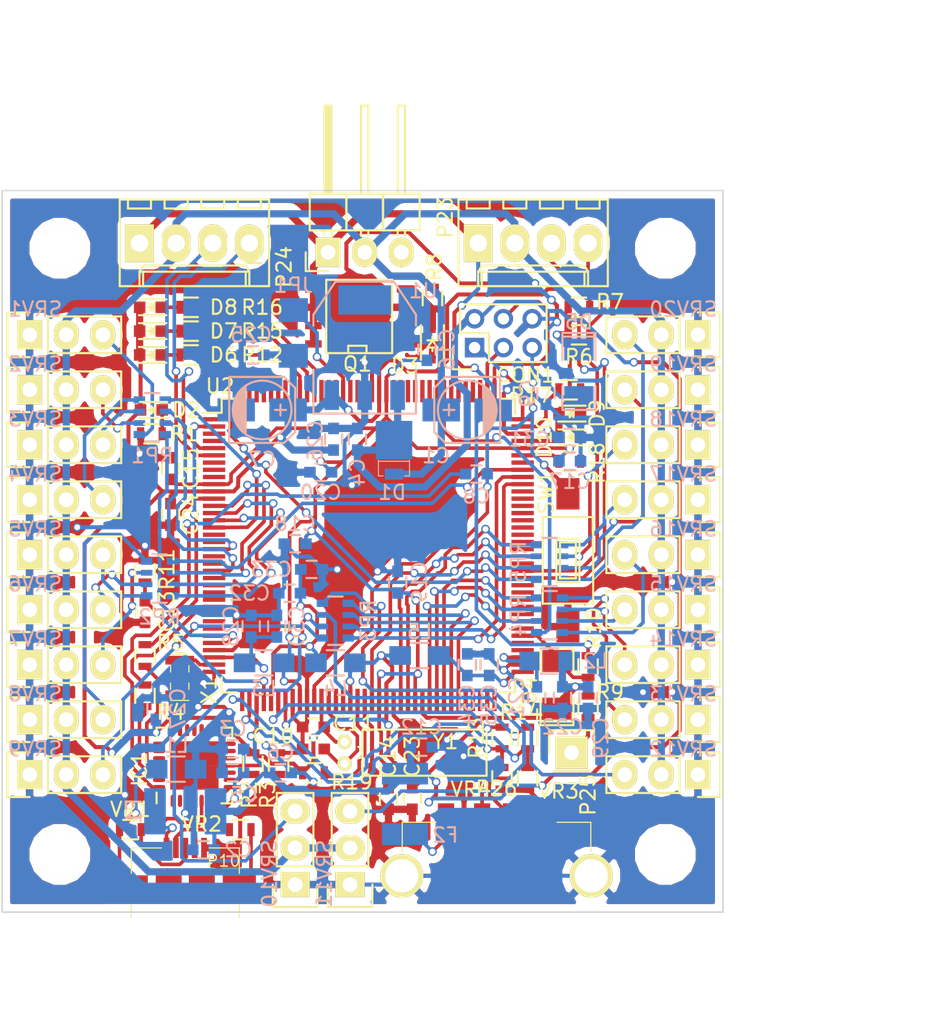
<source format=kicad_pcb>
(kicad_pcb (version 4) (host pcbnew 4.0.6)
  (layers (0 F.Cu signal) (31 B.Cu signal) (34 B.Paste user) (35 F.Paste user) (36 B.SilkS user) (37 F.SilkS user) (38 B.Mask user) (39 F.Mask user) (44 Edge.Cuts user))
  (net 0 "")
  (net 1 VCC)
  (net 2 GNDPWR)
  (net 3 +5V)
  (net 4 GND)
  (net 5 "Net-(C3-Pad1)")
  (net 6 +3V3)
  (net 7 RESET)
  (net 8 DTR)
  (net 9 "Net-(C10-Pad1)")
  (net 10 "Net-(C11-Pad1)")
  (net 11 "Net-(C13-Pad1)")
  (net 12 VDDOUT)
  (net 13 "Net-(C21-Pad1)")
  (net 14 "Net-(C28-Pad2)")
  (net 15 VDDUTMI)
  (net 16 VDDANA)
  (net 17 MISO)
  (net 18 SPCK)
  (net 19 MOSI)
  (net 20 "Net-(D2-Pad1)")
  (net 21 "Net-(D3-Pad1)")
  (net 22 ADC_BAT)
  (net 23 "Net-(D6-Pad1)")
  (net 24 "Net-(D7-Pad1)")
  (net 25 "Net-(D8-Pad1)")
  (net 26 "Net-(D9-Pad1)")
  (net 27 "Net-(D10-Pad1)")
  (net 28 "Net-(F1-Pad1)")
  (net 29 "Net-(F2-Pad2)")
  (net 30 "Net-(IC1-Pad1)")
  (net 31 "Net-(IC1-Pad2)")
  (net 32 "Net-(IC1-Pad4)")
  (net 33 "Net-(IC1-Pad5)")
  (net 34 "Net-(IC1-Pad9)")
  (net 35 "Net-(IC1-Pad11)")
  (net 36 "Net-(IC1-Pad12)")
  (net 37 "Net-(IC1-Pad23)")
  (net 38 "Net-(IC1-Pad24)")
  (net 39 "Net-(IC1-Pad25)")
  (net 40 "Net-(IC1-Pad26)")
  (net 41 "Net-(IC1-Pad27)")
  (net 42 "Net-(JP1-Pad1)")
  (net 43 "Net-(L1-Pad1)")
  (net 44 "Net-(P1-Pad3)")
  (net 45 "Net-(P2-Pad3)")
  (net 46 "Net-(P3-Pad3)")
  (net 47 "Net-(P4-Pad3)")
  (net 48 "Net-(P5-Pad3)")
  (net 49 "Net-(P6-Pad3)")
  (net 50 "Net-(P7-Pad3)")
  (net 51 "Net-(P8-Pad3)")
  (net 52 "Net-(P9-Pad3)")
  (net 53 "Net-(P10-Pad4)")
  (net 54 "Net-(P11-Pad3)")
  (net 55 "Net-(P12-Pad3)")
  (net 56 "Net-(P13-Pad3)")
  (net 57 "Net-(P14-Pad3)")
  (net 58 "Net-(P15-Pad3)")
  (net 59 "Net-(P16-Pad3)")
  (net 60 "Net-(P17-Pad3)")
  (net 61 "Net-(P18-Pad3)")
  (net 62 "Net-(P19-Pad3)")
  (net 63 "Net-(P20-Pad3)")
  (net 64 "Net-(P21-Pad3)")
  (net 65 "Net-(P22-Pad3)")
  (net 66 SDA)
  (net 67 SCL)
  (net 68 RX1)
  (net 69 TX1)
  (net 70 +BATT)
  (net 71 D-)
  (net 72 D+)
  (net 73 RX0)
  (net 74 TX0)
  (net 75 LED_R)
  (net 76 "Net-(R13-Pad2)")
  (net 77 "Net-(R14-Pad2)")
  (net 78 LED_G)
  (net 79 LED_B)
  (net 80 TXL)
  (net 81 RXL)
  (net 82 "Net-(R19-Pad2)")
  (net 83 SRV2)
  (net 84 SRV1)
  (net 85 SRV3)
  (net 86 SRV4)
  (net 87 SRV6)
  (net 88 SRV5)
  (net 89 SRV7)
  (net 90 SRV8)
  (net 91 SRV10)
  (net 92 SRV9)
  (net 93 SRV11)
  (net 94 SRV12)
  (net 95 SRV14)
  (net 96 SRV13)
  (net 97 SRV15)
  (net 98 SRV16)
  (net 99 SRV18)
  (net 100 SRV17)
  (net 101 SRV19)
  (net 102 SRV20)
  (net 103 "Net-(U2-Pad3)")
  (net 104 "Net-(U2-Pad4)")
  (net 105 "Net-(U2-Pad7)")
  (net 106 "Net-(U2-Pad8)")
  (net 107 "Net-(U2-Pad9)")
  (net 108 "Net-(U2-Pad17)")
  (net 109 "Net-(U2-Pad18)")
  (net 110 "Net-(U2-Pad20)")
  (net 111 "Net-(U2-Pad21)")
  (net 112 "Net-(U2-Pad23)")
  (net 113 "Net-(U2-Pad24)")
  (net 114 "Net-(U2-Pad25)")
  (net 115 "Net-(U2-Pad26)")
  (net 116 "Net-(U2-Pad28)")
  (net 117 "Net-(U2-Pad29)")
  (net 118 "Net-(U2-Pad30)")
  (net 119 "Net-(U2-Pad31)")
  (net 120 "Net-(U2-Pad35)")
  (net 121 "Net-(U2-Pad36)")
  (net 122 "Net-(U2-Pad50)")
  (net 123 "Net-(U2-Pad51)")
  (net 124 "Net-(U2-Pad68)")
  (net 125 "Net-(U2-Pad69)")
  (net 126 "Net-(U2-Pad70)")
  (net 127 "Net-(U2-Pad71)")
  (net 128 "Net-(U2-Pad72)")
  (net 129 "Net-(U2-Pad76)")
  (net 130 "Net-(U2-Pad77)")
  (net 131 "Net-(U2-Pad79)")
  (net 132 "Net-(U2-Pad80)")
  (net 133 "Net-(U2-Pad81)")
  (net 134 "Net-(U2-Pad82)")
  (net 135 "Net-(U2-Pad83)")
  (net 136 "Net-(U2-Pad84)")
  (net 137 "Net-(U2-Pad85)")
  (net 138 "Net-(U2-Pad88)")
  (net 139 "Net-(U2-Pad89)")
  (net 140 "Net-(U2-Pad90)")
  (net 141 "Net-(U2-Pad91)")
  (net 142 "Net-(U2-Pad92)")
  (net 143 "Net-(U2-Pad93)")
  (net 144 "Net-(U2-Pad94)")
  (net 145 "Net-(U2-Pad95)")
  (net 146 "Net-(U2-Pad96)")
  (net 147 "Net-(U2-Pad97)")
  (net 148 "Net-(U2-Pad98)")
  (net 149 "Net-(U2-Pad102)")
  (net 150 "Net-(U2-Pad111)")
  (net 151 "Net-(U2-Pad112)")
  (net 152 "Net-(U2-Pad113)")
  (net 153 "Net-(U2-Pad114)")
  (net 154 "Net-(U2-Pad115)")
  (net 155 "Net-(U2-Pad117)")
  (net 156 "Net-(U2-Pad118)")
  (net 157 "Net-(U2-Pad119)")
  (net 158 "Net-(U2-Pad120)")
  (net 159 "Net-(U2-Pad121)")
  (net 160 "Net-(U2-Pad122)")
  (net 161 "Net-(U2-Pad123)")
  (net 162 "Net-(U2-Pad127)")
  (net 163 "Net-(U2-Pad128)")
  (net 164 "Net-(U2-Pad129)")
  (net 165 "Net-(U2-Pad131)")
  (net 166 "Net-(U2-Pad132)")
  (net 167 "Net-(U2-Pad133)")
  (net 168 "Net-(U2-Pad137)")
  (net 169 "Net-(U2-Pad138)")
  (net 170 "Net-(U2-Pad139)")
  (net 171 "Net-(U2-Pad140)")
  (net 172 "Net-(U2-Pad141)")
  (net 173 "Net-(U2-Pad142)")
  (net 174 "Net-(U2-Pad143)")
  (net 175 "Net-(U2-Pad144)")
  (module Capacitors_SMD:c_elec_4x4.5 (layer B.Cu) (at 157.258 95.202 180)
    (fp_text reference C1 (at 2.159 -3.175 180) (layer B.SilkS) (effects (justify mirror)))
    (fp_text value 33uF hide)
    (pad 1 smd rect (at 1.80086 0 180) (size 2.60096 1.6002) (layers B.Cu B.Paste B.Mask) (net 1 VCC))
    (pad 2 smd rect (at -1.80086 0 180) (size 2.60096 1.6002) (layers B.Cu B.Paste B.Mask) (net 2 GNDPWR))
  )
  (module Capacitors_SMD:C_0603 (layer B.Cu) (at 138.97 125.682 180)
    (fp_text reference C2 (at -2.413 0 180) (layer B.SilkS) (effects (justify mirror)))
    (fp_text value 0.1uF hide)
    (pad 1 smd rect (at -0.75 0 180) (size 0.8 0.75) (layers B.Cu B.Paste B.Mask) (net 3 +5V))
    (pad 2 smd rect (at 0.75 0 180) (size 0.8 0.75) (layers B.Cu B.Paste B.Mask) (net 4 GND))
  )
  (module Capacitors_SMD:C_0603 (layer B.Cu) (at 141.002 118.697 180)
    (fp_text reference C3 (at 0 1.397 180) (layer B.SilkS) (effects (justify mirror)))
    (fp_text value 4.7uF hide)
    (pad 1 smd rect (at -0.75 0 180) (size 0.8 0.75) (layers B.Cu B.Paste B.Mask) (net 5 "Net-(C3-Pad1)"))
    (pad 2 smd rect (at 0.75 0 180) (size 0.8 0.75) (layers B.Cu B.Paste B.Mask) (net 4 GND))
  )
  (module Capacitors_SMD:C_0603 (layer B.Cu) (at 149.638 97.234 90)
    (fp_text reference C4 (at -2.286 0 90) (layer B.SilkS) (effects (justify mirror)))
    (fp_text value 470nF hide)
    (pad 1 smd rect (at -0.75 0 90) (size 0.8 0.75) (layers B.Cu B.Paste B.Mask) (net 3 +5V))
    (pad 2 smd rect (at 0.75 0 90) (size 0.8 0.75) (layers B.Cu B.Paste B.Mask) (net 4 GND))
  )
  (module Capacitors_SMD:C_0603 (layer B.Cu) (at 141.002 120.348 180)
    (fp_text reference C5 (at -0.762 -1.524 180) (layer B.SilkS) (effects (justify mirror)))
    (fp_text value 0.1uF hide)
    (pad 1 smd rect (at -0.75 0 180) (size 0.8 0.75) (layers B.Cu B.Paste B.Mask) (net 5 "Net-(C3-Pad1)"))
    (pad 2 smd rect (at 0.75 0 180) (size 0.8 0.75) (layers B.Cu B.Paste B.Mask) (net 4 GND))
  )
  (module Capacitors_SMD:C_0603 (layer B.Cu) (at 144.304 120.348)
    (fp_text reference C6 (at 0 -1.397) (layer B.SilkS) (effects (justify mirror)))
    (fp_text value 1uF hide)
    (pad 1 smd rect (at -0.75 0) (size 0.8 0.75) (layers B.Cu B.Paste B.Mask) (net 3 +5V))
    (pad 2 smd rect (at 0.75 0) (size 0.8 0.75) (layers B.Cu B.Paste B.Mask) (net 4 GND))
  )
  (module Capacitors_SMD:c_elec_4x4.5 (layer B.Cu) (at 143.034 95.202)
    (fp_text reference C7 (at 0 3.429) (layer B.SilkS) (effects (justify mirror)))
    (fp_text value 33uF hide)
    (pad 1 smd rect (at 1.80086 0) (size 2.60096 1.6002) (layers B.Cu B.Paste B.Mask) (net 6 +3V3))
    (pad 2 smd rect (at -1.80086 0) (size 2.60096 1.6002) (layers B.Cu B.Paste B.Mask) (net 4 GND))
  )
  (module Capacitors_SMD:C_0603 (layer B.Cu) (at 157.893 99.647 180)
    (fp_text reference C8 (at 0 -1.524 180) (layer B.SilkS) (effects (justify mirror)))
    (fp_text value 0.1uF hide)
    (pad 1 smd rect (at -0.75 0 180) (size 0.8 0.75) (layers B.Cu B.Paste B.Mask) (net 7 RESET))
    (pad 2 smd rect (at 0.75 0 180) (size 0.8 0.75) (layers B.Cu B.Paste B.Mask) (net 8 DTR))
  )
  (module Capacitors_SMD:C_0603 (layer B.Cu) (at 162.719 94.059 270)
    (fp_text reference C9 (at 0 1.27 270) (layer B.SilkS) (effects (justify mirror)))
    (fp_text value 0.1uF hide)
    (pad 1 smd rect (at -0.75 0 270) (size 0.8 0.75) (layers B.Cu B.Paste B.Mask) (net 7 RESET))
    (pad 2 smd rect (at 0.75 0 270) (size 0.8 0.75) (layers B.Cu B.Paste B.Mask) (net 4 GND))
  )
  (module Capacitors_SMD:C_0603 (layer F.Cu) (at 146.59 118.697 180)
    (fp_text reference C10 (at 2.794 0.889 180) (layer F.SilkS))
    (fp_text value 22pF hide)
    (pad 1 smd rect (at -0.75 0 180) (size 0.8 0.75) (layers F.Cu F.Paste F.Mask) (net 9 "Net-(C10-Pad1)"))
    (pad 2 smd rect (at 0.75 0 180) (size 0.8 0.75) (layers F.Cu F.Paste F.Mask) (net 4 GND))
  )
  (module Capacitors_SMD:C_0603 (layer F.Cu) (at 146.59 117.173 180)
    (fp_text reference C11 (at -2.794 0.254 180) (layer F.SilkS))
    (fp_text value 22pF hide)
    (pad 1 smd rect (at -0.75 0 180) (size 0.8 0.75) (layers F.Cu F.Paste F.Mask) (net 10 "Net-(C11-Pad1)"))
    (pad 2 smd rect (at 0.75 0 180) (size 0.8 0.75) (layers F.Cu F.Paste F.Mask) (net 4 GND))
  )
  (module Capacitors_SMD:C_0603 (layer B.Cu) (at 154.083 118.57 180)
    (fp_text reference C12 (at 0 1.397 180) (layer B.SilkS) (effects (justify mirror)))
    (fp_text value 10nF hide)
    (pad 1 smd rect (at -0.75 0 180) (size 0.8 0.75) (layers B.Cu B.Paste B.Mask) (net 4 GND))
    (pad 2 smd rect (at 0.75 0 180) (size 0.8 0.75) (layers B.Cu B.Paste B.Mask) (net 3 +5V))
  )
  (module Capacitors_SMD:C_0603 (layer F.Cu) (at 134.906 109.172 270)
    (fp_text reference C13 (at 0 -1.524 270) (layer F.SilkS))
    (fp_text value 22pF hide)
    (pad 1 smd rect (at -0.75 0 270) (size 0.8 0.75) (layers F.Cu F.Paste F.Mask) (net 11 "Net-(C13-Pad1)"))
    (pad 2 smd rect (at 0.75 0 270) (size 0.8 0.75) (layers F.Cu F.Paste F.Mask) (net 4 GND))
  )
  (module Capacitors_SMD:C_0603 (layer F.Cu) (at 151.797 122.126 270)
    (fp_text reference C14 (at -2.921 0 270) (layer F.SilkS))
    (fp_text value 10uF hide)
    (pad 1 smd rect (at -0.75 0 270) (size 0.8 0.75) (layers F.Cu F.Paste F.Mask) (net 12 VDDOUT))
    (pad 2 smd rect (at 0.75 0 270) (size 0.8 0.75) (layers F.Cu F.Paste F.Mask) (net 4 GND))
  )
  (module Capacitors_SMD:C_0603 (layer F.Cu) (at 136.684 99.266 90)
    (fp_text reference C15 (at 0 1.397 90) (layer F.SilkS))
    (fp_text value 0.1uF hide)
    (pad 1 smd rect (at -0.75 0 90) (size 0.8 0.75) (layers F.Cu F.Paste F.Mask) (net 12 VDDOUT))
    (pad 2 smd rect (at 0.75 0 90) (size 0.8 0.75) (layers F.Cu F.Paste F.Mask) (net 4 GND))
  )
  (module Capacitors_SMD:C_0603 (layer B.Cu) (at 154.464 91.011 90)
    (fp_text reference C16 (at 0 1.397 90) (layer B.SilkS) (effects (justify mirror)))
    (fp_text value 0.1uF hide)
    (pad 1 smd rect (at -0.75 0 90) (size 0.8 0.75) (layers B.Cu B.Paste B.Mask) (net 12 VDDOUT))
    (pad 2 smd rect (at 0.75 0 90) (size 0.8 0.75) (layers B.Cu B.Paste B.Mask) (net 4 GND))
  )
  (module Capacitors_SMD:C_0603 (layer B.Cu) (at 164.37 98.758)
    (fp_text reference C17 (at 0 1.397) (layer B.SilkS) (effects (justify mirror)))
    (fp_text value 0.1uF hide)
    (pad 1 smd rect (at -0.75 0) (size 0.8 0.75) (layers B.Cu B.Paste B.Mask) (net 12 VDDOUT))
    (pad 2 smd rect (at 0.75 0) (size 0.8 0.75) (layers B.Cu B.Paste B.Mask) (net 4 GND))
  )
  (module Capacitors_SMD:C_0603 (layer B.Cu) (at 145.32 104.473 180)
    (fp_text reference C18 (at 0 1.397 180) (layer B.SilkS) (effects (justify mirror)))
    (fp_text value 0.1uF hide)
    (pad 1 smd rect (at -0.75 0 180) (size 0.8 0.75) (layers B.Cu B.Paste B.Mask) (net 12 VDDOUT))
    (pad 2 smd rect (at 0.75 0 180) (size 0.8 0.75) (layers B.Cu B.Paste B.Mask) (net 4 GND))
  )
  (module Capacitors_SMD:C_0603 (layer B.Cu) (at 152.432 107.14 90)
    (fp_text reference C19 (at 0 1.524 90) (layer B.SilkS) (effects (justify mirror)))
    (fp_text value 0.1uF hide)
    (pad 1 smd rect (at -0.75 0 90) (size 0.8 0.75) (layers B.Cu B.Paste B.Mask) (net 12 VDDOUT))
    (pad 2 smd rect (at 0.75 0 90) (size 0.8 0.75) (layers B.Cu B.Paste B.Mask) (net 4 GND))
  )
  (module Capacitors_SMD:C_0603 (layer B.Cu) (at 147.098 99.52 180)
    (fp_text reference C20 (at 0 -1.397 180) (layer B.SilkS) (effects (justify mirror)))
    (fp_text value 0.1uF hide)
    (pad 1 smd rect (at -0.75 0 180) (size 0.8 0.75) (layers B.Cu B.Paste B.Mask) (net 12 VDDOUT))
    (pad 2 smd rect (at 0.75 0 180) (size 0.8 0.75) (layers B.Cu B.Paste B.Mask) (net 4 GND))
  )
  (module Capacitors_SMD:C_0603 (layer B.Cu) (at 162.084 115.141 270)
    (fp_text reference C21 (at 0 1.397 270) (layer B.SilkS) (effects (justify mirror)))
    (fp_text value 0.1uF hide)
    (pad 1 smd rect (at -0.75 0 270) (size 0.8 0.75) (layers B.Cu B.Paste B.Mask) (net 13 "Net-(C21-Pad1)"))
    (pad 2 smd rect (at 0.75 0 270) (size 0.8 0.75) (layers B.Cu B.Paste B.Mask) (net 4 GND))
  )
  (module Capacitors_SMD:C_0603 (layer B.Cu) (at 163.862 115.141 270)
    (fp_text reference C22 (at 2.032 0 540) (layer B.SilkS) (effects (justify mirror)))
    (fp_text value 0.1uF hide)
    (pad 1 smd rect (at -0.75 0 270) (size 0.8 0.75) (layers B.Cu B.Paste B.Mask) (net 6 +3V3))
    (pad 2 smd rect (at 0.75 0 270) (size 0.8 0.75) (layers B.Cu B.Paste B.Mask) (net 4 GND))
  )
  (module Capacitors_SMD:C_0603 (layer F.Cu) (at 153.448 122.126 270)
    (fp_text reference C23 (at -2.921 0 270) (layer F.SilkS))
    (fp_text value 10uF hide)
    (pad 1 smd rect (at -0.75 0 270) (size 0.8 0.75) (layers F.Cu F.Paste F.Mask) (net 6 +3V3))
    (pad 2 smd rect (at 0.75 0 270) (size 0.8 0.75) (layers F.Cu F.Paste F.Mask) (net 4 GND))
  )
  (module Capacitors_SMD:C_0603 (layer F.Cu) (at 136.684 102.441 270)
    (fp_text reference C24 (at 0 -1.397 270) (layer F.SilkS))
    (fp_text value 0.1uF hide)
    (pad 1 smd rect (at -0.75 0 270) (size 0.8 0.75) (layers F.Cu F.Paste F.Mask) (net 6 +3V3))
    (pad 2 smd rect (at 0.75 0 270) (size 0.8 0.75) (layers F.Cu F.Paste F.Mask) (net 4 GND))
  )
  (module Capacitors_SMD:C_0603 (layer B.Cu) (at 142.399 91.392 180)
    (fp_text reference C25 (at 0.127 1.397 180) (layer B.SilkS) (effects (justify mirror)))
    (fp_text value 0.1uF hide)
    (pad 1 smd rect (at -0.75 0 180) (size 0.8 0.75) (layers B.Cu B.Paste B.Mask) (net 6 +3V3))
    (pad 2 smd rect (at 0.75 0 180) (size 0.8 0.75) (layers B.Cu B.Paste B.Mask) (net 4 GND))
  )
  (module Capacitors_SMD:C_0603 (layer B.Cu) (at 147.987 97.234 90)
    (fp_text reference C26 (at -0.127 -1.27 90) (layer B.SilkS) (effects (justify mirror)))
    (fp_text value 0.1uF hide)
    (pad 1 smd rect (at -0.75 0 90) (size 0.8 0.75) (layers B.Cu B.Paste B.Mask) (net 6 +3V3))
    (pad 2 smd rect (at 0.75 0 90) (size 0.8 0.75) (layers B.Cu B.Paste B.Mask) (net 4 GND))
  )
  (module Capacitors_SMD:C_0603 (layer B.Cu) (at 135.668 115.903 90)
    (fp_text reference C27 (at 0 1.524 90) (layer B.SilkS) (effects (justify mirror)))
    (fp_text value 0.1uF hide)
    (pad 1 smd rect (at -0.75 0 90) (size 0.8 0.75) (layers B.Cu B.Paste B.Mask) (net 6 +3V3))
    (pad 2 smd rect (at 0.75 0 90) (size 0.8 0.75) (layers B.Cu B.Paste B.Mask) (net 4 GND))
  )
  (module Capacitors_SMD:C_0603 (layer B.Cu) (at 142.272 110.188 270)
    (fp_text reference C28 (at 0 1.397 270) (layer B.SilkS) (effects (justify mirror)))
    (fp_text value 0.1uF hide)
    (pad 1 smd rect (at -0.75 0 270) (size 0.8 0.75) (layers B.Cu B.Paste B.Mask) (net 4 GND))
    (pad 2 smd rect (at 0.75 0 270) (size 0.8 0.75) (layers B.Cu B.Paste B.Mask) (net 14 "Net-(C28-Pad2)"))
  )
  (module Capacitors_SMD:C_0603 (layer B.Cu) (at 165.64 115.141 270)
    (fp_text reference C29 (at 2.794 -0.889 450) (layer B.SilkS) (effects (justify mirror)))
    (fp_text value 0.1uF hide)
    (pad 1 smd rect (at -0.75 0 270) (size 0.8 0.75) (layers B.Cu B.Paste B.Mask) (net 6 +3V3))
    (pad 2 smd rect (at 0.75 0 270) (size 0.8 0.75) (layers B.Cu B.Paste B.Mask) (net 4 GND))
  )
  (module Capacitors_SMD:C_0603 (layer B.Cu) (at 144.05 110.188 270)
    (fp_text reference C30 (at 0 -1.397 270) (layer B.SilkS) (effects (justify mirror)))
    (fp_text value 10uF hide)
    (pad 1 smd rect (at -0.75 0 270) (size 0.8 0.75) (layers B.Cu B.Paste B.Mask) (net 4 GND))
    (pad 2 smd rect (at 0.75 0 270) (size 0.8 0.75) (layers B.Cu B.Paste B.Mask) (net 14 "Net-(C28-Pad2)"))
  )
  (module Capacitors_SMD:C_0603 (layer B.Cu) (at 164.37 97.107)
    (fp_text reference C31 (at -2.794 0.127) (layer B.SilkS) (effects (justify mirror)))
    (fp_text value 0.1uF hide)
    (pad 1 smd rect (at -0.75 0) (size 0.8 0.75) (layers B.Cu B.Paste B.Mask) (net 6 +3V3))
    (pad 2 smd rect (at 0.75 0) (size 0.8 0.75) (layers B.Cu B.Paste B.Mask) (net 4 GND))
  )
  (module Capacitors_SMD:C_0603 (layer B.Cu) (at 144.939 107.902 180)
    (fp_text reference C32 (at 2.794 0 180) (layer B.SilkS) (effects (justify mirror)))
    (fp_text value 0.1uF hide)
    (pad 1 smd rect (at -0.75 0 180) (size 0.8 0.75) (layers B.Cu B.Paste B.Mask) (net 15 VDDUTMI))
    (pad 2 smd rect (at 0.75 0 180) (size 0.8 0.75) (layers B.Cu B.Paste B.Mask) (net 4 GND))
  )
  (module Capacitors_SMD:C_0603 (layer B.Cu) (at 146.463 106.251)
    (fp_text reference C33 (at -2.794 0) (layer B.SilkS) (effects (justify mirror)))
    (fp_text value 10uF hide)
    (pad 1 smd rect (at -0.75 0) (size 0.8 0.75) (layers B.Cu B.Paste B.Mask) (net 15 VDDUTMI))
    (pad 2 smd rect (at 0.75 0) (size 0.8 0.75) (layers B.Cu B.Paste B.Mask) (net 4 GND))
  )
  (module Capacitors_SMD:C_0603 (layer B.Cu) (at 157.258 112.855 90)
    (fp_text reference C34 (at -2.794 0 90) (layer B.SilkS) (effects (justify mirror)))
    (fp_text value 0.1uF hide)
    (pad 1 smd rect (at -0.75 0 90) (size 0.8 0.75) (layers B.Cu B.Paste B.Mask) (net 16 VDDANA))
    (pad 2 smd rect (at 0.75 0 90) (size 0.8 0.75) (layers B.Cu B.Paste B.Mask) (net 4 GND))
  )
  (module Capacitors_SMD:C_0603 (layer B.Cu) (at 158.782 112.855 90)
    (fp_text reference C35 (at -2.794 0 90) (layer B.SilkS) (effects (justify mirror)))
    (fp_text value 10uF hide)
    (pad 1 smd rect (at -0.75 0 90) (size 0.8 0.75) (layers B.Cu B.Paste B.Mask) (net 16 VDDANA))
    (pad 2 smd rect (at 0.75 0 90) (size 0.8 0.75) (layers B.Cu B.Paste B.Mask) (net 4 GND))
  )
  (module Pin_Headers:Pin_Header_Straight_2x03_Pitch2.00mm (layer F.Cu) (at 157.766 90.884 90)
    (fp_text reference CON1 (at -1.905 3.556 180) (layer F.SilkS))
    (fp_text value SPI hide)
    (pad 1 thru_hole rect (at 0 0 90) (size 1.35 1.35) (drill 0.8) (layers *.Cu *.Mask) (net 17 MISO))
    (pad 3 thru_hole circle (at 0 2 90) (size 1.35 1.35) (drill 0.8) (layers *.Cu *.Mask) (net 18 SPCK))
    (pad 5 thru_hole circle (at 0 4 90) (size 1.35 1.35) (drill 0.8) (layers *.Cu *.Mask) (net 7 RESET))
    (pad 2 thru_hole circle (at 2 0 90) (size 1.35 1.35) (drill 0.8) (layers *.Cu *.Mask) (net 3 +5V))
    (pad 4 thru_hole circle (at 2 2 90) (size 1.35 1.35) (drill 0.8) (layers *.Cu *.Mask) (net 19 MOSI))
    (pad 6 thru_hole circle (at 2 4 90) (size 1.35 1.35) (drill 0.8) (layers *.Cu *.Mask) (net 4 GND))
  )
  (module Humanoide_lib:DO-220AA (layer B.Cu) (at 152.178 97.996 270)
    (fp_text reference D1 (at 2.921 0.127 360) (layer B.SilkS) (effects (justify mirror)))
    (fp_text value SS1P3L hide)
    (pad 1 smd rect (at -0.6985 0 270) (size 2.67 2.54) (layers B.Cu B.Paste B.Mask) (net 3 +5V))
    (pad 2 smd rect (at 1.6525 0 270) (size 0.762 1.27) (layers B.Cu B.Paste B.Mask) (net 1 VCC))
  )
  (module LEDs:LED_0603 (layer F.Cu) (at 135.3505 95.202 180)
    (fp_text reference D2 (at -2.413 0 180) (layer F.SilkS))
    (fp_text value GREEN hide)
    (pad 2 smd rect (at 0.7493 0) (size 0.79756 0.79756) (layers F.Cu F.Paste F.Mask) (net 6 +3V3))
    (pad 1 smd rect (at -0.7493 0) (size 0.79756 0.79756) (layers F.Cu F.Paste F.Mask) (net 20 "Net-(D2-Pad1)"))
  )
  (module Diodes_SMD:SOD-323 (layer F.Cu) (at 154.845 90.63 270)
    (fp_text reference D3 (at 1.524 1.905 360) (layer F.SilkS))
    (fp_text value MM3Z12VT1G hide)
    (pad 1 smd rect (at -1.055 0 270) (size 0.59 0.45) (layers F.Cu F.Paste F.Mask) (net 21 "Net-(D3-Pad1)"))
    (pad 2 smd rect (at 1.055 0 270) (size 0.59 0.45) (layers F.Cu F.Paste F.Mask) (net 4 GND))
  )
  (module SMD_Packages:SMD-1206_Pol (layer F.Cu) (at 163.481 114.252 90)
    (fp_text reference D4 (at -0.381 -1.905 90) (layer F.SilkS))
    (fp_text value CD1206-S01575 hide)
    (pad 1 smd rect (at -1.651 0 90) (size 1.524 2.032) (layers F.Cu F.Paste F.Mask) (net 6 +3V3))
    (pad 2 smd rect (at 1.651 0 90) (size 1.524 2.032) (layers F.Cu F.Paste F.Mask) (net 22 ADC_BAT))
  )
  (module SMD_Packages:SMD-1206_Pol (layer B.Cu) (at 165.005 92.662 270)
    (fp_text reference D5 (at -3.556 0 360) (layer B.SilkS) (effects (justify mirror)))
    (fp_text value CD1206-S01575 hide)
    (pad 1 smd rect (at -1.651 0 270) (size 1.524 2.032) (layers B.Cu B.Paste B.Mask) (net 6 +3V3))
    (pad 2 smd rect (at 1.651 0 270) (size 1.524 2.032) (layers B.Cu B.Paste B.Mask) (net 7 RESET))
  )
  (module LEDs:LED_0603 (layer F.Cu) (at 135.287 91.392 180)
    (fp_text reference D6 (at -5.08 0 180) (layer F.SilkS))
    (fp_text value RED hide)
    (pad 2 smd rect (at 0.7493 0) (size 0.79756 0.79756) (layers F.Cu F.Paste F.Mask) (net 6 +3V3))
    (pad 1 smd rect (at -0.7493 0) (size 0.79756 0.79756) (layers F.Cu F.Paste F.Mask) (net 23 "Net-(D6-Pad1)"))
  )
  (module LEDs:LED_0603 (layer F.Cu) (at 135.287 89.741 180)
    (fp_text reference D7 (at -5.08 0 180) (layer F.SilkS))
    (fp_text value GREEN hide)
    (pad 2 smd rect (at 0.7493 0) (size 0.79756 0.79756) (layers F.Cu F.Paste F.Mask) (net 6 +3V3))
    (pad 1 smd rect (at -0.7493 0) (size 0.79756 0.79756) (layers F.Cu F.Paste F.Mask) (net 24 "Net-(D7-Pad1)"))
  )
  (module LEDs:LED_0603 (layer F.Cu) (at 135.287 88.09 180)
    (fp_text reference D8 (at -5.08 0 180) (layer F.SilkS))
    (fp_text value BLUE hide)
    (pad 2 smd rect (at 0.7493 0) (size 0.79756 0.79756) (layers F.Cu F.Paste F.Mask) (net 6 +3V3))
    (pad 1 smd rect (at -0.7493 0) (size 0.79756 0.79756) (layers F.Cu F.Paste F.Mask) (net 25 "Net-(D8-Pad1)"))
  )
  (module LEDs:LED_0603 (layer F.Cu) (at 164.37 95.456 180)
    (fp_text reference D9 (at -1.905 0 270) (layer F.SilkS))
    (fp_text value YELLOW hide)
    (pad 2 smd rect (at 0.7493 0) (size 0.79756 0.79756) (layers F.Cu F.Paste F.Mask) (net 6 +3V3))
    (pad 1 smd rect (at -0.7493 0) (size 0.79756 0.79756) (layers F.Cu F.Paste F.Mask) (net 26 "Net-(D9-Pad1)"))
  )
  (module LEDs:LED_0603 (layer F.Cu) (at 164.37 97.107 180)
    (fp_text reference D10 (at 1.778 0 270) (layer F.SilkS))
    (fp_text value YELLOW hide)
    (pad 2 smd rect (at 0.7493 0) (size 0.79756 0.79756) (layers F.Cu F.Paste F.Mask) (net 6 +3V3))
    (pad 1 smd rect (at -0.7493 0) (size 0.79756 0.79756) (layers F.Cu F.Paste F.Mask) (net 27 "Net-(D10-Pad1)"))
  )
  (module Humanoide_lib:Fuse_SMD (layer B.Cu) (at 137.7 123.015 270)
    (fp_text reference F1 (at 0 3.556 270) (layer B.SilkS) (effects (justify mirror)))
    (fp_text value MF-MSMF050-2 hide)
    (pad 1 smd rect (at 0 2.1 270) (size 3.2 1.5) (layers B.Cu B.Paste B.Mask) (net 28 "Net-(F1-Pad1)"))
    (pad 2 smd rect (at 0 -2.1 270) (size 3.2 1.5) (layers B.Cu B.Paste B.Mask) (net 3 +5V))
  )
  (module Humanoide_lib:Fuse_SMD (layer B.Cu) (at 152.94 122.507 180)
    (fp_text reference F2 (at -2.794 -2.159 180) (layer B.SilkS) (effects (justify mirror)))
    (fp_text value MF-MSMF050-2 hide)
    (pad 1 smd rect (at 0 2.1 180) (size 3.2 1.5) (layers B.Cu B.Paste B.Mask) (net 3 +5V))
    (pad 2 smd rect (at 0 -2.1 180) (size 3.2 1.5) (layers B.Cu B.Paste B.Mask) (net 29 "Net-(F2-Pad2)"))
  )
  (module Housings_DFN_QFN:QFN-28-1EP_5x5mm_Pitch0.5mm (layer F.Cu) (at 138.335 119.84 90)
    (fp_text reference IC1 (at -0.254 -3.81 270) (layer F.SilkS))
    (fp_text value CP2102 hide)
    (pad 1 smd oval (at -2.45 -1.5 90) (size 0.85 0.3) (layers F.Cu F.Paste F.Mask) (net 30 "Net-(IC1-Pad1)"))
    (pad 2 smd oval (at -2.45 -1 90) (size 0.85 0.3) (layers F.Cu F.Paste F.Mask) (net 31 "Net-(IC1-Pad2)"))
    (pad 3 smd oval (at -2.45 -0.5 90) (size 0.85 0.3) (layers F.Cu F.Paste F.Mask) (net 4 GND))
    (pad 4 smd oval (at -2.45 0 90) (size 0.85 0.3) (layers F.Cu F.Paste F.Mask) (net 32 "Net-(IC1-Pad4)"))
    (pad 5 smd oval (at -2.45 0.5 90) (size 0.85 0.3) (layers F.Cu F.Paste F.Mask) (net 33 "Net-(IC1-Pad5)"))
    (pad 6 smd oval (at -2.45 1 90) (size 0.85 0.3) (layers F.Cu F.Paste F.Mask) (net 5 "Net-(C3-Pad1)"))
    (pad 7 smd oval (at -2.45 1.5 90) (size 0.85 0.3) (layers F.Cu F.Paste F.Mask) (net 3 +5V))
    (pad 8 smd oval (at -1.5 2.45 180) (size 0.85 0.3) (layers F.Cu F.Paste F.Mask) (net 3 +5V))
    (pad 9 smd oval (at -1 2.45 180) (size 0.85 0.3) (layers F.Cu F.Paste F.Mask) (net 34 "Net-(IC1-Pad9)"))
    (pad 10 smd oval (at -0.5 2.45 180) (size 0.85 0.3) (layers F.Cu F.Paste F.Mask))
    (pad 11 smd oval (at 0 2.45 180) (size 0.85 0.3) (layers F.Cu F.Paste F.Mask) (net 35 "Net-(IC1-Pad11)"))
    (pad 12 smd oval (at 0.5 2.45 180) (size 0.85 0.3) (layers F.Cu F.Paste F.Mask) (net 36 "Net-(IC1-Pad12)"))
    (pad 13 smd oval (at 1 2.45 180) (size 0.85 0.3) (layers F.Cu F.Paste F.Mask))
    (pad 14 smd oval (at 1.5 2.45 180) (size 0.85 0.3) (layers F.Cu F.Paste F.Mask))
    (pad 15 smd oval (at 2.45 1.5 90) (size 0.85 0.3) (layers F.Cu F.Paste F.Mask))
    (pad 16 smd oval (at 2.45 1 90) (size 0.85 0.3) (layers F.Cu F.Paste F.Mask))
    (pad 17 smd oval (at 2.45 0.5 90) (size 0.85 0.3) (layers F.Cu F.Paste F.Mask))
    (pad 18 smd oval (at 2.45 0 90) (size 0.85 0.3) (layers F.Cu F.Paste F.Mask))
    (pad 19 smd oval (at 2.45 -0.5 90) (size 0.85 0.3) (layers F.Cu F.Paste F.Mask))
    (pad 20 smd oval (at 2.45 -1 90) (size 0.85 0.3) (layers F.Cu F.Paste F.Mask))
    (pad 21 smd oval (at 2.45 -1.5 90) (size 0.85 0.3) (layers F.Cu F.Paste F.Mask))
    (pad 22 smd oval (at 1.5 -2.45 180) (size 0.85 0.3) (layers F.Cu F.Paste F.Mask))
    (pad 23 smd oval (at 1 -2.45 180) (size 0.85 0.3) (layers F.Cu F.Paste F.Mask) (net 37 "Net-(IC1-Pad23)"))
    (pad 24 smd oval (at 0.5 -2.45 180) (size 0.85 0.3) (layers F.Cu F.Paste F.Mask) (net 38 "Net-(IC1-Pad24)"))
    (pad 25 smd oval (at 0 -2.45 180) (size 0.85 0.3) (layers F.Cu F.Paste F.Mask) (net 39 "Net-(IC1-Pad25)"))
    (pad 26 smd oval (at -0.5 -2.45 180) (size 0.85 0.3) (layers F.Cu F.Paste F.Mask) (net 40 "Net-(IC1-Pad26)"))
    (pad 27 smd oval (at -1 -2.45 180) (size 0.85 0.3) (layers F.Cu F.Paste F.Mask) (net 41 "Net-(IC1-Pad27)"))
    (pad 28 smd oval (at -1.5 -2.45 180) (size 0.85 0.3) (layers F.Cu F.Paste F.Mask) (net 8 DTR))
    (pad 29 smd rect (at 0.8375 0.8375 90) (size 1.675 1.675) (layers F.Cu F.Paste F.Mask) (net 4 GND))
    (pad 29 smd rect (at 0.8375 -0.8375 90) (size 1.675 1.675) (layers F.Cu F.Paste F.Mask) (net 4 GND))
    (pad 29 smd rect (at -0.8375 0.8375 90) (size 1.675 1.675) (layers F.Cu F.Paste F.Mask) (net 4 GND))
    (pad 29 smd rect (at -0.8375 -0.8375 90) (size 1.675 1.675) (layers F.Cu F.Paste F.Mask) (net 4 GND))
  )
  (module Fuse_Holders_and_Fuses:Fuse_SMD1206_Wave (layer B.Cu) (at 145.193 89.868 270)
    (fp_text reference JP1 (at -3.302 0 360) (layer B.SilkS) (effects (justify mirror)))
    (fp_text value JUMPER hide)
    (pad 1 smd rect (at -1.58496 0 180) (size 2.02946 1.651) (layers B.Cu B.Paste B.Mask) (net 42 "Net-(JP1-Pad1)"))
    (pad 2 smd rect (at 1.58496 0 180) (size 2.02946 1.651) (layers B.Cu B.Paste B.Mask) (net 6 +3V3))
  )
  (module Resistors_SMD:R_0805_HandSoldering (layer B.Cu) (at 137.065 120.094)
    (fp_text reference L1 (at 0 -1.651) (layer B.SilkS) (effects (justify mirror)))
    (fp_text value BLM21 hide)
    (pad 1 smd rect (at -1.35 0) (size 1.5 1.3) (layers B.Cu B.Paste B.Mask) (net 43 "Net-(L1-Pad1)"))
    (pad 2 smd rect (at 1.35 0) (size 1.5 1.3) (layers B.Cu B.Paste B.Mask) (net 4 GND))
  )
  (module Resistors_SMD:R_0805_HandSoldering (layer B.Cu) (at 162.973 112.601 180)
    (fp_text reference L2 (at -3.175 0 360) (layer B.SilkS) (effects (justify mirror)))
    (fp_text value BLM21 hide)
    (pad 1 smd rect (at -1.35 0 180) (size 1.5 1.3) (layers B.Cu B.Paste B.Mask) (net 6 +3V3))
    (pad 2 smd rect (at 1.35 0 180) (size 1.5 1.3) (layers B.Cu B.Paste B.Mask) (net 13 "Net-(C21-Pad1)"))
  )
  (module Resistors_SMD:R_0805_HandSoldering (layer B.Cu) (at 143.161 112.728 180)
    (fp_text reference L3 (at 0 -1.778 180) (layer B.SilkS) (effects (justify mirror)))
    (fp_text value BLM21 hide)
    (pad 1 smd rect (at -1.35 0 180) (size 1.5 1.3) (layers B.Cu B.Paste B.Mask) (net 12 VDDOUT))
    (pad 2 smd rect (at 1.35 0 180) (size 1.5 1.3) (layers B.Cu B.Paste B.Mask) (net 14 "Net-(C28-Pad2)"))
  )
  (module Resistors_SMD:R_0805_HandSoldering (layer B.Cu) (at 148.114 112.728 180)
    (fp_text reference L4 (at 0 -1.778 180) (layer B.SilkS) (effects (justify mirror)))
    (fp_text value BLM21 hide)
    (pad 1 smd rect (at -1.35 0 180) (size 1.5 1.3) (layers B.Cu B.Paste B.Mask) (net 6 +3V3))
    (pad 2 smd rect (at 1.35 0 180) (size 1.5 1.3) (layers B.Cu B.Paste B.Mask) (net 15 VDDUTMI))
  )
  (module Resistors_SMD:R_0805_HandSoldering (layer B.Cu) (at 153.956 112.22)
    (fp_text reference L5 (at 0 -1.651) (layer B.SilkS) (effects (justify mirror)))
    (fp_text value BLM21 hide)
    (pad 1 smd rect (at -1.35 0) (size 1.5 1.3) (layers B.Cu B.Paste B.Mask) (net 6 +3V3))
    (pad 2 smd rect (at 1.35 0) (size 1.5 1.3) (layers B.Cu B.Paste B.Mask) (net 16 VDDANA))
  )
  (module Pin_Headers:Pin_Header_Angled_1x03 (layer F.Cu) (at 147.606 84.28 90)
    (fp_text reference P1 (at 0 -5.1 90) (layer F.SilkS))
    (fp_text value CONN_01X03 hide)
    (pad 1 thru_hole rect (at 0 0 90) (size 2.032 1.7272) (drill 1.016) (layers *.Cu *.Mask F.SilkS) (net 2 GNDPWR))
    (pad 2 thru_hole oval (at 0 2.54 90) (size 2.032 1.7272) (drill 1.016) (layers *.Cu *.Mask F.SilkS) (net 1 VCC))
    (pad 3 thru_hole oval (at 0 5.08 90) (size 2.032 1.7272) (drill 1.016) (layers *.Cu *.Mask F.SilkS) (net 44 "Net-(P1-Pad3)"))
  )
  (module Pin_Headers:Pin_Header_Straight_1x03 (layer F.Cu) (at 126.905 89.995 90)
    (fp_text reference P2 hide)
    (fp_text value SRV1 (at 1.778 0.381 180) (layer B.SilkS) (effects (justify mirror)))
    (pad 1 thru_hole rect (at 0 0 90) (size 2.032 1.7272) (drill 1.016) (layers *.Cu *.Mask F.SilkS) (net 4 GND))
    (pad 2 thru_hole oval (at 0 2.54 90) (size 2.032 1.7272) (drill 1.016) (layers *.Cu *.Mask F.SilkS) (net 1 VCC))
    (pad 3 thru_hole oval (at 0 5.08 90) (size 2.032 1.7272) (drill 1.016) (layers *.Cu *.Mask F.SilkS) (net 45 "Net-(P2-Pad3)"))
  )
  (module Pin_Headers:Pin_Header_Straight_1x03 (layer F.Cu) (at 126.905 93.805 90)
    (fp_text reference P3 hide)
    (fp_text value SRV2 (at 1.778 0.381 180) (layer B.SilkS) (effects (justify mirror)))
    (pad 1 thru_hole rect (at 0 0 90) (size 2.032 1.7272) (drill 1.016) (layers *.Cu *.Mask F.SilkS) (net 4 GND))
    (pad 2 thru_hole oval (at 0 2.54 90) (size 2.032 1.7272) (drill 1.016) (layers *.Cu *.Mask F.SilkS) (net 1 VCC))
    (pad 3 thru_hole oval (at 0 5.08 90) (size 2.032 1.7272) (drill 1.016) (layers *.Cu *.Mask F.SilkS) (net 46 "Net-(P3-Pad3)"))
  )
  (module Pin_Headers:Pin_Header_Straight_1x03 (layer F.Cu) (at 126.905 97.615 90)
    (fp_text reference P4 hide)
    (fp_text value SRV3 (at 1.778 0.381 180) (layer B.SilkS) (effects (justify mirror)))
    (pad 1 thru_hole rect (at 0 0 90) (size 2.032 1.7272) (drill 1.016) (layers *.Cu *.Mask F.SilkS) (net 4 GND))
    (pad 2 thru_hole oval (at 0 2.54 90) (size 2.032 1.7272) (drill 1.016) (layers *.Cu *.Mask F.SilkS) (net 1 VCC))
    (pad 3 thru_hole oval (at 0 5.08 90) (size 2.032 1.7272) (drill 1.016) (layers *.Cu *.Mask F.SilkS) (net 47 "Net-(P4-Pad3)"))
  )
  (module Pin_Headers:Pin_Header_Straight_1x03 (layer F.Cu) (at 126.905 101.425 90)
    (fp_text reference P5 hide)
    (fp_text value SRV4 (at 1.778 0.381 180) (layer B.SilkS) (effects (justify mirror)))
    (pad 1 thru_hole rect (at 0 0 90) (size 2.032 1.7272) (drill 1.016) (layers *.Cu *.Mask F.SilkS) (net 4 GND))
    (pad 2 thru_hole oval (at 0 2.54 90) (size 2.032 1.7272) (drill 1.016) (layers *.Cu *.Mask F.SilkS) (net 1 VCC))
    (pad 3 thru_hole oval (at 0 5.08 90) (size 2.032 1.7272) (drill 1.016) (layers *.Cu *.Mask F.SilkS) (net 48 "Net-(P5-Pad3)"))
  )
  (module Pin_Headers:Pin_Header_Straight_1x03 (layer F.Cu) (at 126.905 105.235 90)
    (fp_text reference P6 hide)
    (fp_text value SRV5 (at 1.778 0.381 180) (layer B.SilkS) (effects (justify mirror)))
    (pad 1 thru_hole rect (at 0 0 90) (size 2.032 1.7272) (drill 1.016) (layers *.Cu *.Mask F.SilkS) (net 4 GND))
    (pad 2 thru_hole oval (at 0 2.54 90) (size 2.032 1.7272) (drill 1.016) (layers *.Cu *.Mask F.SilkS) (net 1 VCC))
    (pad 3 thru_hole oval (at 0 5.08 90) (size 2.032 1.7272) (drill 1.016) (layers *.Cu *.Mask F.SilkS) (net 49 "Net-(P6-Pad3)"))
  )
  (module Pin_Headers:Pin_Header_Straight_1x03 (layer F.Cu) (at 126.905 109.045 90)
    (fp_text reference P7 hide)
    (fp_text value SRV6 (at 1.778 0.381 180) (layer B.SilkS) (effects (justify mirror)))
    (pad 1 thru_hole rect (at 0 0 90) (size 2.032 1.7272) (drill 1.016) (layers *.Cu *.Mask F.SilkS) (net 4 GND))
    (pad 2 thru_hole oval (at 0 2.54 90) (size 2.032 1.7272) (drill 1.016) (layers *.Cu *.Mask F.SilkS) (net 1 VCC))
    (pad 3 thru_hole oval (at 0 5.08 90) (size 2.032 1.7272) (drill 1.016) (layers *.Cu *.Mask F.SilkS) (net 50 "Net-(P7-Pad3)"))
  )
  (module Pin_Headers:Pin_Header_Straight_1x03 (layer F.Cu) (at 126.905 112.855 90)
    (fp_text reference P8 hide)
    (fp_text value SRV7 (at 1.778 0.381 180) (layer B.SilkS) (effects (justify mirror)))
    (pad 1 thru_hole rect (at 0 0 90) (size 2.032 1.7272) (drill 1.016) (layers *.Cu *.Mask F.SilkS) (net 4 GND))
    (pad 2 thru_hole oval (at 0 2.54 90) (size 2.032 1.7272) (drill 1.016) (layers *.Cu *.Mask F.SilkS) (net 1 VCC))
    (pad 3 thru_hole oval (at 0 5.08 90) (size 2.032 1.7272) (drill 1.016) (layers *.Cu *.Mask F.SilkS) (net 51 "Net-(P8-Pad3)"))
  )
  (module Pin_Headers:Pin_Header_Straight_1x03 (layer F.Cu) (at 126.905 116.665 90)
    (fp_text reference P9 hide)
    (fp_text value SRV8 (at 1.778 0.381 180) (layer B.SilkS) (effects (justify mirror)))
    (pad 1 thru_hole rect (at 0 0 90) (size 2.032 1.7272) (drill 1.016) (layers *.Cu *.Mask F.SilkS) (net 4 GND))
    (pad 2 thru_hole oval (at 0 2.54 90) (size 2.032 1.7272) (drill 1.016) (layers *.Cu *.Mask F.SilkS) (net 1 VCC))
    (pad 3 thru_hole oval (at 0 5.08 90) (size 2.032 1.7272) (drill 1.016) (layers *.Cu *.Mask F.SilkS) (net 52 "Net-(P9-Pad3)"))
  )
  (module Humanoide_lib:USB_micro-B (layer F.Cu) (at 137.7 125.555)
    (fp_text reference P10 (at 2.667 0.889 180) (layer F.SilkS) (effects (font (size 0.8 0.8) (thickness 0.1))))
    (fp_text value USB_OTG hide)
    (pad 1 smd rect (at -1.3 0) (size 0.4 1.4) (layers F.Cu F.Paste F.Mask) (net 28 "Net-(F1-Pad1)"))
    (pad 2 smd rect (at -0.65 0) (size 0.4 1.4) (layers F.Cu F.Paste F.Mask) (net 33 "Net-(IC1-Pad5)"))
    (pad 3 smd rect (at 0 0) (size 0.4 1.4) (layers F.Cu F.Paste F.Mask) (net 32 "Net-(IC1-Pad4)"))
    (pad 4 smd rect (at 0.65 0) (size 0.4 1.4) (layers F.Cu F.Paste F.Mask) (net 53 "Net-(P10-Pad4)"))
    (pad 5 smd rect (at 1.3 0) (size 0.4 1.4) (layers F.Cu F.Paste F.Mask) (net 4 GND))
    (pad 6 smd rect (at -1.15 2.85) (size 1.8 1.9) (layers F.Cu F.Paste F.Mask) (net 43 "Net-(L1-Pad1)"))
    (pad 6 smd rect (at 1.15 2.85) (size 1.8 1.9) (layers F.Cu F.Paste F.Mask) (net 43 "Net-(L1-Pad1)"))
    (pad 6 smd rect (at -3.75 2.85) (size 2.3 1.9) (layers F.Cu F.Paste F.Mask) (net 43 "Net-(L1-Pad1)"))
    (pad 6 smd rect (at 3.75 2.85) (size 2.3 1.9) (layers F.Cu F.Paste F.Mask) (net 43 "Net-(L1-Pad1)"))
  )
  (module Pin_Headers:Pin_Header_Straight_1x03 (layer F.Cu) (at 126.905 120.475 90)
    (fp_text reference P11 hide)
    (fp_text value SRV9 (at 1.778 0.381 180) (layer B.SilkS) (effects (justify mirror)))
    (pad 1 thru_hole rect (at 0 0 90) (size 2.032 1.7272) (drill 1.016) (layers *.Cu *.Mask F.SilkS) (net 4 GND))
    (pad 2 thru_hole oval (at 0 2.54 90) (size 2.032 1.7272) (drill 1.016) (layers *.Cu *.Mask F.SilkS) (net 1 VCC))
    (pad 3 thru_hole oval (at 0 5.08 90) (size 2.032 1.7272) (drill 1.016) (layers *.Cu *.Mask F.SilkS) (net 54 "Net-(P11-Pad3)"))
  )
  (module Pin_Headers:Pin_Header_Straight_1x03 (layer F.Cu) (at 145.32 128.095 180)
    (fp_text reference P12 hide)
    (fp_text value SRV10 (at 1.778 0.762 270) (layer B.SilkS) (effects (justify mirror)))
    (pad 1 thru_hole rect (at 0 0 180) (size 2.032 1.7272) (drill 1.016) (layers *.Cu *.Mask F.SilkS) (net 4 GND))
    (pad 2 thru_hole oval (at 0 2.54 180) (size 2.032 1.7272) (drill 1.016) (layers *.Cu *.Mask F.SilkS) (net 1 VCC))
    (pad 3 thru_hole oval (at 0 5.08 180) (size 2.032 1.7272) (drill 1.016) (layers *.Cu *.Mask F.SilkS) (net 55 "Net-(P12-Pad3)"))
  )
  (module Pin_Headers:Pin_Header_Straight_1x03 (layer F.Cu) (at 149.13 128.095 180)
    (fp_text reference P13 hide)
    (fp_text value SRV11 (at 1.778 0.762 270) (layer B.SilkS) (effects (justify mirror)))
    (pad 1 thru_hole rect (at 0 0 180) (size 2.032 1.7272) (drill 1.016) (layers *.Cu *.Mask F.SilkS) (net 4 GND))
    (pad 2 thru_hole oval (at 0 2.54 180) (size 2.032 1.7272) (drill 1.016) (layers *.Cu *.Mask F.SilkS) (net 1 VCC))
    (pad 3 thru_hole oval (at 0 5.08 180) (size 2.032 1.7272) (drill 1.016) (layers *.Cu *.Mask F.SilkS) (net 56 "Net-(P13-Pad3)"))
  )
  (module Pin_Headers:Pin_Header_Straight_1x03 (layer F.Cu) (at 173.26 120.475 270)
    (fp_text reference P14 hide)
    (fp_text value SRV12 (at -1.778 1.016 360) (layer B.SilkS) (effects (justify mirror)))
    (pad 1 thru_hole rect (at 0 0 270) (size 2.032 1.7272) (drill 1.016) (layers *.Cu *.Mask F.SilkS) (net 4 GND))
    (pad 2 thru_hole oval (at 0 2.54 270) (size 2.032 1.7272) (drill 1.016) (layers *.Cu *.Mask F.SilkS) (net 1 VCC))
    (pad 3 thru_hole oval (at 0 5.08 270) (size 2.032 1.7272) (drill 1.016) (layers *.Cu *.Mask F.SilkS) (net 57 "Net-(P14-Pad3)"))
  )
  (module Pin_Headers:Pin_Header_Straight_1x03 (layer F.Cu) (at 173.26 116.665 270)
    (fp_text reference P15 hide)
    (fp_text value SRV13 (at -1.778 1.016 360) (layer B.SilkS) (effects (justify mirror)))
    (pad 1 thru_hole rect (at 0 0 270) (size 2.032 1.7272) (drill 1.016) (layers *.Cu *.Mask F.SilkS) (net 4 GND))
    (pad 2 thru_hole oval (at 0 2.54 270) (size 2.032 1.7272) (drill 1.016) (layers *.Cu *.Mask F.SilkS) (net 1 VCC))
    (pad 3 thru_hole oval (at 0 5.08 270) (size 2.032 1.7272) (drill 1.016) (layers *.Cu *.Mask F.SilkS) (net 58 "Net-(P15-Pad3)"))
  )
  (module Pin_Headers:Pin_Header_Straight_1x03 (layer F.Cu) (at 173.26 112.855 270)
    (fp_text reference P16 hide)
    (fp_text value SRV14 (at -1.778 1.016 360) (layer B.SilkS) (effects (justify mirror)))
    (pad 1 thru_hole rect (at 0 0 270) (size 2.032 1.7272) (drill 1.016) (layers *.Cu *.Mask F.SilkS) (net 4 GND))
    (pad 2 thru_hole oval (at 0 2.54 270) (size 2.032 1.7272) (drill 1.016) (layers *.Cu *.Mask F.SilkS) (net 1 VCC))
    (pad 3 thru_hole oval (at 0 5.08 270) (size 2.032 1.7272) (drill 1.016) (layers *.Cu *.Mask F.SilkS) (net 59 "Net-(P16-Pad3)"))
  )
  (module Pin_Headers:Pin_Header_Straight_1x03 (layer F.Cu) (at 173.26 109.045 270)
    (fp_text reference P17 hide)
    (fp_text value SRV15 (at -1.778 1.016 360) (layer B.SilkS) (effects (justify mirror)))
    (pad 1 thru_hole rect (at 0 0 270) (size 2.032 1.7272) (drill 1.016) (layers *.Cu *.Mask F.SilkS) (net 4 GND))
    (pad 2 thru_hole oval (at 0 2.54 270) (size 2.032 1.7272) (drill 1.016) (layers *.Cu *.Mask F.SilkS) (net 1 VCC))
    (pad 3 thru_hole oval (at 0 5.08 270) (size 2.032 1.7272) (drill 1.016) (layers *.Cu *.Mask F.SilkS) (net 60 "Net-(P17-Pad3)"))
  )
  (module Pin_Headers:Pin_Header_Straight_1x03 (layer F.Cu) (at 173.26 105.235 270)
    (fp_text reference P18 hide)
    (fp_text value SRV16 (at -1.778 1.016 360) (layer B.SilkS) (effects (justify mirror)))
    (pad 1 thru_hole rect (at 0 0 270) (size 2.032 1.7272) (drill 1.016) (layers *.Cu *.Mask F.SilkS) (net 4 GND))
    (pad 2 thru_hole oval (at 0 2.54 270) (size 2.032 1.7272) (drill 1.016) (layers *.Cu *.Mask F.SilkS) (net 1 VCC))
    (pad 3 thru_hole oval (at 0 5.08 270) (size 2.032 1.7272) (drill 1.016) (layers *.Cu *.Mask F.SilkS) (net 61 "Net-(P18-Pad3)"))
  )
  (module Pin_Headers:Pin_Header_Straight_1x03 (layer F.Cu) (at 173.26 101.425 270)
    (fp_text reference P19 hide)
    (fp_text value SRV17 (at -1.778 1.016 360) (layer B.SilkS) (effects (justify mirror)))
    (pad 1 thru_hole rect (at 0 0 270) (size 2.032 1.7272) (drill 1.016) (layers *.Cu *.Mask F.SilkS) (net 4 GND))
    (pad 2 thru_hole oval (at 0 2.54 270) (size 2.032 1.7272) (drill 1.016) (layers *.Cu *.Mask F.SilkS) (net 1 VCC))
    (pad 3 thru_hole oval (at 0 5.08 270) (size 2.032 1.7272) (drill 1.016) (layers *.Cu *.Mask F.SilkS) (net 62 "Net-(P19-Pad3)"))
  )
  (module Pin_Headers:Pin_Header_Straight_1x03 (layer F.Cu) (at 173.26 97.615 270)
    (fp_text reference P20 hide)
    (fp_text value SRV18 (at -1.778 1.016 360) (layer B.SilkS) (effects (justify mirror)))
    (pad 1 thru_hole rect (at 0 0 270) (size 2.032 1.7272) (drill 1.016) (layers *.Cu *.Mask F.SilkS) (net 4 GND))
    (pad 2 thru_hole oval (at 0 2.54 270) (size 2.032 1.7272) (drill 1.016) (layers *.Cu *.Mask F.SilkS) (net 1 VCC))
    (pad 3 thru_hole oval (at 0 5.08 270) (size 2.032 1.7272) (drill 1.016) (layers *.Cu *.Mask F.SilkS) (net 63 "Net-(P20-Pad3)"))
  )
  (module Pin_Headers:Pin_Header_Straight_1x03 (layer F.Cu) (at 173.26 93.805 270)
    (fp_text reference P21 hide)
    (fp_text value SRV19 (at -1.778 1.016 360) (layer B.SilkS) (effects (justify mirror)))
    (pad 1 thru_hole rect (at 0 0 270) (size 2.032 1.7272) (drill 1.016) (layers *.Cu *.Mask F.SilkS) (net 4 GND))
    (pad 2 thru_hole oval (at 0 2.54 270) (size 2.032 1.7272) (drill 1.016) (layers *.Cu *.Mask F.SilkS) (net 1 VCC))
    (pad 3 thru_hole oval (at 0 5.08 270) (size 2.032 1.7272) (drill 1.016) (layers *.Cu *.Mask F.SilkS) (net 64 "Net-(P21-Pad3)"))
  )
  (module Pin_Headers:Pin_Header_Straight_1x03 (layer F.Cu) (at 173.26 89.995 270)
    (fp_text reference P22 hide)
    (fp_text value SRV20 (at -1.778 1.016 360) (layer B.SilkS) (effects (justify mirror)))
    (pad 1 thru_hole rect (at 0 0 270) (size 2.032 1.7272) (drill 1.016) (layers *.Cu *.Mask F.SilkS) (net 4 GND))
    (pad 2 thru_hole oval (at 0 2.54 270) (size 2.032 1.7272) (drill 1.016) (layers *.Cu *.Mask F.SilkS) (net 1 VCC))
    (pad 3 thru_hole oval (at 0 5.08 270) (size 2.032 1.7272) (drill 1.016) (layers *.Cu *.Mask F.SilkS) (net 65 "Net-(P22-Pad3)"))
  )
  (module Connectors_Molex:Molex_KK-6410-04_04x2.54mm_Straight (layer F.Cu) (at 158.02 83.645)
    (fp_text reference P23 (at -2.286 -1.778 90) (layer F.SilkS))
    (fp_text value I2C hide)
    (pad 1 thru_hole rect (at 0 0) (size 2 2.6) (drill 1.2) (layers *.Cu *.Mask F.SilkS) (net 2 GNDPWR))
    (pad 2 thru_hole oval (at 2.54 0) (size 2 2.6) (drill 1.2) (layers *.Cu *.Mask F.SilkS) (net 1 VCC))
    (pad 3 thru_hole oval (at 5.08 0) (size 2 2.6) (drill 1.2) (layers *.Cu *.Mask F.SilkS) (net 66 SDA))
    (pad 4 thru_hole oval (at 7.62 0) (size 2 2.6) (drill 1.2) (layers *.Cu *.Mask F.SilkS) (net 67 SCL))
  )
  (module Connectors_Molex:Molex_KK-6410-04_04x2.54mm_Straight (layer F.Cu) (at 134.525 83.645)
    (fp_text reference P24 (at 10.033 1.651 90) (layer F.SilkS))
    (fp_text value UART hide)
    (pad 1 thru_hole rect (at 0 0) (size 2 2.6) (drill 1.2) (layers *.Cu *.Mask F.SilkS) (net 2 GNDPWR))
    (pad 2 thru_hole oval (at 2.54 0) (size 2 2.6) (drill 1.2) (layers *.Cu *.Mask F.SilkS) (net 1 VCC))
    (pad 3 thru_hole oval (at 5.08 0) (size 2 2.6) (drill 1.2) (layers *.Cu *.Mask F.SilkS) (net 68 RX1))
    (pad 4 thru_hole oval (at 7.62 0) (size 2 2.6) (drill 1.2) (layers *.Cu *.Mask F.SilkS) (net 69 TX1))
  )
  (module Pin_Headers:Pin_Header_Straight_1x01 (layer F.Cu) (at 164.497 118.951)
    (fp_text reference P25 (at 1.143 2.921 90) (layer F.SilkS))
    (fp_text value V_BATT hide)
    (pad 1 thru_hole rect (at 0 0) (size 2.2352 2.2352) (drill 1.016) (layers *.Cu *.Mask F.SilkS) (net 70 +BATT))
  )
  (module SMD_Packages:SOIC-8-N (layer F.Cu) (at 149.765 88.725 90)
    (fp_text reference Q1 (at -3.302 -0.127 360) (layer F.SilkS))
    (fp_text value IRF7842PBF hide)
    (pad 8 smd rect (at -1.905 -3.175 90) (size 0.508 1.143) (layers F.Cu F.Paste F.Mask) (net 2 GNDPWR))
    (pad 7 smd rect (at -0.635 -3.175 90) (size 0.508 1.143) (layers F.Cu F.Paste F.Mask) (net 2 GNDPWR))
    (pad 6 smd rect (at 0.635 -3.175 90) (size 0.508 1.143) (layers F.Cu F.Paste F.Mask) (net 2 GNDPWR))
    (pad 5 smd rect (at 1.905 -3.175 90) (size 0.508 1.143) (layers F.Cu F.Paste F.Mask) (net 2 GNDPWR))
    (pad 4 smd rect (at 1.905 3.175 90) (size 0.508 1.143) (layers F.Cu F.Paste F.Mask) (net 21 "Net-(D3-Pad1)"))
    (pad 3 smd rect (at 0.635 3.175 90) (size 0.508 1.143) (layers F.Cu F.Paste F.Mask) (net 4 GND))
    (pad 2 smd rect (at -0.635 3.175 90) (size 0.508 1.143) (layers F.Cu F.Paste F.Mask) (net 4 GND))
    (pad 1 smd rect (at -1.905 3.175 90) (size 0.508 1.143) (layers F.Cu F.Paste F.Mask) (net 4 GND))
  )
  (module Resistors_SMD:R_0603 (layer F.Cu) (at 135.3505 96.853 180)
    (fp_text reference R1 (at -2.286 0 180) (layer F.SilkS))
    (fp_text value 330 hide)
    (pad 1 smd rect (at -0.75 0 180) (size 0.5 0.9) (layers F.Cu F.Paste F.Mask) (net 20 "Net-(D2-Pad1)"))
    (pad 2 smd rect (at 0.75 0 180) (size 0.5 0.9) (layers F.Cu F.Paste F.Mask) (net 4 GND))
  )
  (module Resistors_SMD:R_0603 (layer F.Cu) (at 142.399 119.713 90)
    (fp_text reference R2 (at -2.159 -0.254 90) (layer F.SilkS))
    (fp_text value 4k7 hide)
    (pad 1 smd rect (at -0.75 0 90) (size 0.5 0.9) (layers F.Cu F.Paste F.Mask) (net 34 "Net-(IC1-Pad9)"))
    (pad 2 smd rect (at 0.75 0 90) (size 0.5 0.9) (layers F.Cu F.Paste F.Mask) (net 6 +3V3))
  )
  (module Resistors_SMD:R_0603 (layer F.Cu) (at 144.177 119.713 90)
    (fp_text reference R3 (at -2.159 -0.762 90) (layer F.SilkS))
    (fp_text value 10k hide)
    (pad 1 smd rect (at -0.75 0 90) (size 0.5 0.9) (layers F.Cu F.Paste F.Mask) (net 35 "Net-(IC1-Pad11)"))
    (pad 2 smd rect (at 0.75 0 90) (size 0.5 0.9) (layers F.Cu F.Paste F.Mask) (net 4 GND))
  )
  (module Resistors_SMD:R_0603 (layer F.Cu) (at 134.906 115.014 270)
    (fp_text reference R4 (at 1.143 -1.778 360) (layer F.SilkS))
    (fp_text value 1k hide)
    (pad 1 smd rect (at -0.75 0 270) (size 0.5 0.9) (layers F.Cu F.Paste F.Mask) (net 73 RX0))
    (pad 2 smd rect (at 0.75 0 270) (size 0.5 0.9) (layers F.Cu F.Paste F.Mask) (net 40 "Net-(IC1-Pad26)"))
  )
  (module Resistors_SMD:R_0603 (layer F.Cu) (at 134.906 112.22 270)
    (fp_text reference R5 (at -0.889 -1.778 360) (layer F.SilkS))
    (fp_text value 1k hide)
    (pad 1 smd rect (at -0.75 0 270) (size 0.5 0.9) (layers F.Cu F.Paste F.Mask) (net 74 TX0))
    (pad 2 smd rect (at 0.75 0 270) (size 0.5 0.9) (layers F.Cu F.Paste F.Mask) (net 39 "Net-(IC1-Pad25)"))
  )
  (module Resistors_SMD:R_0603 (layer F.Cu) (at 165.005 89.995)
    (fp_text reference R6 (at 0 1.524) (layer F.SilkS))
    (fp_text value 4K7 hide)
    (pad 1 smd rect (at -0.75 0) (size 0.5 0.9) (layers F.Cu F.Paste F.Mask) (net 6 +3V3))
    (pad 2 smd rect (at 0.75 0) (size 0.5 0.9) (layers F.Cu F.Paste F.Mask) (net 67 SCL))
  )
  (module Resistors_SMD:R_0603 (layer F.Cu) (at 165.005 88.09)
    (fp_text reference R7 (at 2.159 -0.381) (layer F.SilkS))
    (fp_text value 4K7 hide)
    (pad 1 smd rect (at -0.75 0) (size 0.5 0.9) (layers F.Cu F.Paste F.Mask) (net 6 +3V3))
    (pad 2 smd rect (at 0.75 0) (size 0.5 0.9) (layers F.Cu F.Paste F.Mask) (net 66 SDA))
  )
  (module Resistors_SMD:R_0603 (layer F.Cu) (at 154.845 87.455 90)
    (fp_text reference R8 (at 2.159 0.127 90) (layer F.SilkS))
    (fp_text value 100k hide)
    (pad 1 smd rect (at -0.75 0 90) (size 0.5 0.9) (layers F.Cu F.Paste F.Mask) (net 21 "Net-(D3-Pad1)"))
    (pad 2 smd rect (at 0.75 0 90) (size 0.5 0.9) (layers F.Cu F.Paste F.Mask) (net 1 VCC))
  )
  (module Resistors_SMD:R_0603 (layer F.Cu) (at 165.64 115.776 90)
    (fp_text reference R9 (at 1.016 1.524 180) (layer F.SilkS))
    (fp_text value 100k hide)
    (pad 1 smd rect (at -0.75 0 90) (size 0.5 0.9) (layers F.Cu F.Paste F.Mask) (net 70 +BATT))
    (pad 2 smd rect (at 0.75 0 90) (size 0.5 0.9) (layers F.Cu F.Paste F.Mask) (net 22 ADC_BAT))
  )
  (module Resistors_SMD:R_0603 (layer F.Cu) (at 165.64 112.982 90)
    (fp_text reference R10 (at 2.667 0.381 90) (layer F.SilkS))
    (fp_text value 56k hide)
    (pad 1 smd rect (at -0.75 0 90) (size 0.5 0.9) (layers F.Cu F.Paste F.Mask) (net 22 ADC_BAT))
    (pad 2 smd rect (at 0.75 0 90) (size 0.5 0.9) (layers F.Cu F.Paste F.Mask) (net 2 GNDPWR))
  )
  (module Resistors_SMD:R_0603 (layer F.Cu) (at 134.906 106.378 90)
    (fp_text reference R11 (at 0.127 1.524 90) (layer F.SilkS))
    (fp_text value 6k8 hide)
    (pad 1 smd rect (at -0.75 0 90) (size 0.5 0.9) (layers F.Cu F.Paste F.Mask) (net 11 "Net-(C13-Pad1)"))
    (pad 2 smd rect (at 0.75 0 90) (size 0.5 0.9) (layers F.Cu F.Paste F.Mask) (net 4 GND))
  )
  (module Resistors_SMD:R_0603 (layer F.Cu) (at 138.081 91.392)
    (fp_text reference R12 (at 4.953 0) (layer F.SilkS))
    (fp_text value 330 hide)
    (pad 1 smd rect (at -0.75 0) (size 0.5 0.9) (layers F.Cu F.Paste F.Mask) (net 23 "Net-(D6-Pad1)"))
    (pad 2 smd rect (at 0.75 0) (size 0.5 0.9) (layers F.Cu F.Paste F.Mask) (net 75 LED_R))
  )
  (module Resistors_SMD:R_0603 (layer F.Cu) (at 159.671 117.935 90)
    (fp_text reference R13 (at 0 -1.778 90) (layer F.SilkS))
    (fp_text value 39R hide)
    (pad 1 smd rect (at -0.75 0 90) (size 0.5 0.9) (layers F.Cu F.Paste F.Mask) (net 71 D-))
    (pad 2 smd rect (at 0.75 0 90) (size 0.5 0.9) (layers F.Cu F.Paste F.Mask) (net 76 "Net-(R13-Pad2)"))
  )
  (module Resistors_SMD:R_0603 (layer F.Cu) (at 161.449 117.935 90)
    (fp_text reference R14 (at 1.778 -0.508 180) (layer F.SilkS))
    (fp_text value 39R hide)
    (pad 1 smd rect (at -0.75 0 90) (size 0.5 0.9) (layers F.Cu F.Paste F.Mask) (net 72 D+))
    (pad 2 smd rect (at 0.75 0 90) (size 0.5 0.9) (layers F.Cu F.Paste F.Mask) (net 77 "Net-(R14-Pad2)"))
  )
  (module Resistors_SMD:R_0603 (layer F.Cu) (at 138.081 89.741)
    (fp_text reference R15 (at 4.953 0) (layer F.SilkS))
    (fp_text value 330 hide)
    (pad 1 smd rect (at -0.75 0) (size 0.5 0.9) (layers F.Cu F.Paste F.Mask) (net 24 "Net-(D7-Pad1)"))
    (pad 2 smd rect (at 0.75 0) (size 0.5 0.9) (layers F.Cu F.Paste F.Mask) (net 78 LED_G))
  )
  (module Resistors_SMD:R_0603 (layer F.Cu) (at 138.081 88.09)
    (fp_text reference R16 (at 4.953 0) (layer F.SilkS))
    (fp_text value 330 hide)
    (pad 1 smd rect (at -0.75 0) (size 0.5 0.9) (layers F.Cu F.Paste F.Mask) (net 25 "Net-(D8-Pad1)"))
    (pad 2 smd rect (at 0.75 0) (size 0.5 0.9) (layers F.Cu F.Paste F.Mask) (net 79 LED_B))
  )
  (module Resistors_SMD:R_0603 (layer F.Cu) (at 164.37 93.805 180)
    (fp_text reference R17 (at 2.667 -0.381 180) (layer F.SilkS))
    (fp_text value 330 hide)
    (pad 1 smd rect (at -0.75 0 180) (size 0.5 0.9) (layers F.Cu F.Paste F.Mask) (net 26 "Net-(D9-Pad1)"))
    (pad 2 smd rect (at 0.75 0 180) (size 0.5 0.9) (layers F.Cu F.Paste F.Mask) (net 80 TXL))
  )
  (module Resistors_SMD:R_0603 (layer F.Cu) (at 164.37 98.758 180)
    (fp_text reference R18 (at -1.905 -0.127 270) (layer F.SilkS))
    (fp_text value 330 hide)
    (pad 1 smd rect (at -0.75 0 180) (size 0.5 0.9) (layers F.Cu F.Paste F.Mask) (net 27 "Net-(D10-Pad1)"))
    (pad 2 smd rect (at 0.75 0 180) (size 0.5 0.9) (layers F.Cu F.Paste F.Mask) (net 81 RXL))
  )
  (module Resistors_SMD:R_0603 (layer F.Cu) (at 146.59 120.348)
    (fp_text reference R19 (at 2.667 0.635) (layer F.SilkS))
    (fp_text value 100k hide)
    (pad 1 smd rect (at -0.75 0) (size 0.5 0.9) (layers F.Cu F.Paste F.Mask) (net 6 +3V3))
    (pad 2 smd rect (at 0.75 0) (size 0.5 0.9) (layers F.Cu F.Paste F.Mask) (net 82 "Net-(R19-Pad2)"))
  )
  (module Resistors_SMD:R_Array_Convex_4x0603 (layer B.Cu) (at 135.414 95.71)
    (fp_text reference RP1 (at 0 2.667) (layer B.SilkS) (effects (justify mirror)))
    (fp_text value 1k hide)
    (pad 1 smd rect (at -0.9 1.2) (size 0.8 0.5) (layers B.Cu B.Paste B.Mask) (net 45 "Net-(P2-Pad3)"))
    (pad 3 smd rect (at -0.9 -0.4) (size 0.8 0.4) (layers B.Cu B.Paste B.Mask) (net 47 "Net-(P4-Pad3)"))
    (pad 2 smd rect (at -0.9 0.4) (size 0.8 0.4) (layers B.Cu B.Paste B.Mask) (net 46 "Net-(P3-Pad3)"))
    (pad 4 smd rect (at -0.9 -1.2) (size 0.8 0.5) (layers B.Cu B.Paste B.Mask) (net 48 "Net-(P5-Pad3)"))
    (pad 7 smd rect (at 0.9 0.4) (size 0.8 0.4) (layers B.Cu B.Paste B.Mask) (net 83 SRV2))
    (pad 8 smd rect (at 0.9 1.2) (size 0.8 0.5) (layers B.Cu B.Paste B.Mask) (net 84 SRV1))
    (pad 6 smd rect (at 0.9 -0.4) (size 0.8 0.4) (layers B.Cu B.Paste B.Mask) (net 85 SRV3))
    (pad 5 smd rect (at 0.9 -1.2) (size 0.8 0.5) (layers B.Cu B.Paste B.Mask) (net 86 SRV4))
  )
  (module Resistors_SMD:R_Array_Convex_4x0603 (layer B.Cu) (at 135.922 106.886)
    (fp_text reference RP2 (at 0 2.667) (layer B.SilkS) (effects (justify mirror)))
    (fp_text value 1k hide)
    (pad 1 smd rect (at -0.9 1.2) (size 0.8 0.5) (layers B.Cu B.Paste B.Mask) (net 49 "Net-(P6-Pad3)"))
    (pad 3 smd rect (at -0.9 -0.4) (size 0.8 0.4) (layers B.Cu B.Paste B.Mask) (net 51 "Net-(P8-Pad3)"))
    (pad 2 smd rect (at -0.9 0.4) (size 0.8 0.4) (layers B.Cu B.Paste B.Mask) (net 50 "Net-(P7-Pad3)"))
    (pad 4 smd rect (at -0.9 -1.2) (size 0.8 0.5) (layers B.Cu B.Paste B.Mask) (net 52 "Net-(P9-Pad3)"))
    (pad 7 smd rect (at 0.9 0.4) (size 0.8 0.4) (layers B.Cu B.Paste B.Mask) (net 87 SRV6))
    (pad 8 smd rect (at 0.9 1.2) (size 0.8 0.5) (layers B.Cu B.Paste B.Mask) (net 88 SRV5))
    (pad 6 smd rect (at 0.9 -0.4) (size 0.8 0.4) (layers B.Cu B.Paste B.Mask) (net 89 SRV7))
    (pad 5 smd rect (at 0.9 -1.2) (size 0.8 0.5) (layers B.Cu B.Paste B.Mask) (net 90 SRV8))
  )
  (module Resistors_SMD:R_Array_Convex_4x0603 (layer B.Cu) (at 148.114 109.807)
    (fp_text reference RP3 (at 2.286 0 90) (layer B.SilkS) (effects (justify mirror)))
    (fp_text value 1k hide)
    (pad 1 smd rect (at -0.9 1.2) (size 0.8 0.5) (layers B.Cu B.Paste B.Mask) (net 54 "Net-(P11-Pad3)"))
    (pad 3 smd rect (at -0.9 -0.4) (size 0.8 0.4) (layers B.Cu B.Paste B.Mask) (net 56 "Net-(P13-Pad3)"))
    (pad 2 smd rect (at -0.9 0.4) (size 0.8 0.4) (layers B.Cu B.Paste B.Mask) (net 55 "Net-(P12-Pad3)"))
    (pad 4 smd rect (at -0.9 -1.2) (size 0.8 0.5) (layers B.Cu B.Paste B.Mask) (net 57 "Net-(P14-Pad3)"))
    (pad 7 smd rect (at 0.9 0.4) (size 0.8 0.4) (layers B.Cu B.Paste B.Mask) (net 91 SRV10))
    (pad 8 smd rect (at 0.9 1.2) (size 0.8 0.5) (layers B.Cu B.Paste B.Mask) (net 92 SRV9))
    (pad 6 smd rect (at 0.9 -0.4) (size 0.8 0.4) (layers B.Cu B.Paste B.Mask) (net 93 SRV11))
    (pad 5 smd rect (at 0.9 -1.2) (size 0.8 0.5) (layers B.Cu B.Paste B.Mask) (net 94 SRV12))
  )
  (module Resistors_SMD:R_Array_Convex_4x0603 (layer B.Cu) (at 162.973 109.426 180)
    (fp_text reference RP4 (at 2.159 0 270) (layer B.SilkS) (effects (justify mirror)))
    (fp_text value 1k hide)
    (pad 1 smd rect (at -0.9 1.2 180) (size 0.8 0.5) (layers B.Cu B.Paste B.Mask) (net 58 "Net-(P15-Pad3)"))
    (pad 3 smd rect (at -0.9 -0.4 180) (size 0.8 0.4) (layers B.Cu B.Paste B.Mask) (net 60 "Net-(P17-Pad3)"))
    (pad 2 smd rect (at -0.9 0.4 180) (size 0.8 0.4) (layers B.Cu B.Paste B.Mask) (net 59 "Net-(P16-Pad3)"))
    (pad 4 smd rect (at -0.9 -1.2 180) (size 0.8 0.5) (layers B.Cu B.Paste B.Mask) (net 61 "Net-(P18-Pad3)"))
    (pad 7 smd rect (at 0.9 0.4 180) (size 0.8 0.4) (layers B.Cu B.Paste B.Mask) (net 95 SRV14))
    (pad 8 smd rect (at 0.9 1.2 180) (size 0.8 0.5) (layers B.Cu B.Paste B.Mask) (net 96 SRV13))
    (pad 6 smd rect (at 0.9 -0.4 180) (size 0.8 0.4) (layers B.Cu B.Paste B.Mask) (net 97 SRV15))
    (pad 5 smd rect (at 0.9 -1.2 180) (size 0.8 0.5) (layers B.Cu B.Paste B.Mask) (net 98 SRV16))
  )
  (module Resistors_SMD:R_Array_Convex_4x0603 (layer B.Cu) (at 162.973 105.743 180)
    (fp_text reference RP5 (at 2.159 0 270) (layer B.SilkS) (effects (justify mirror)))
    (fp_text value 1k hide)
    (pad 1 smd rect (at -0.9 1.2 180) (size 0.8 0.5) (layers B.Cu B.Paste B.Mask) (net 62 "Net-(P19-Pad3)"))
    (pad 3 smd rect (at -0.9 -0.4 180) (size 0.8 0.4) (layers B.Cu B.Paste B.Mask) (net 64 "Net-(P21-Pad3)"))
    (pad 2 smd rect (at -0.9 0.4 180) (size 0.8 0.4) (layers B.Cu B.Paste B.Mask) (net 63 "Net-(P20-Pad3)"))
    (pad 4 smd rect (at -0.9 -1.2 180) (size 0.8 0.5) (layers B.Cu B.Paste B.Mask) (net 65 "Net-(P22-Pad3)"))
    (pad 7 smd rect (at 0.9 0.4 180) (size 0.8 0.4) (layers B.Cu B.Paste B.Mask) (net 99 SRV18))
    (pad 8 smd rect (at 0.9 1.2 180) (size 0.8 0.5) (layers B.Cu B.Paste B.Mask) (net 100 SRV17))
    (pad 6 smd rect (at 0.9 -0.4 180) (size 0.8 0.4) (layers B.Cu B.Paste B.Mask) (net 101 SRV19))
    (pad 5 smd rect (at 0.9 -1.2 180) (size 0.8 0.5) (layers B.Cu B.Paste B.Mask) (net 102 SRV20))
  )
  (module Buttons_Switches_SMD:SW_SPST_FSMSM (layer F.Cu) (at 164.243 105.616 270)
    (fp_text reference SW1 (at -4.699 1.524 270) (layer F.SilkS))
    (fp_text value SW_PUSH hide)
    (pad 1 smd rect (at -4.60243 -0.00232 270) (size 2.18 1.6) (layers F.Cu F.Paste F.Mask) (net 7 RESET))
    (pad 2 smd rect (at 4.60243 0.00232 270) (size 2.18 1.6) (layers F.Cu F.Paste F.Mask) (net 4 GND))
  )
  (module TO_SOT_Packages_SMD:SOT-223 (layer B.Cu) (at 150.146 90.884 180)
    (fp_text reference U1 (at -4.064 3.937 180) (layer B.SilkS) (effects (justify mirror)))
    (fp_text value LM3940IMP hide)
    (pad 4 smd rect (at 0 3.302 180) (size 3.6576 2.032) (layers B.Cu B.Paste B.Mask))
    (pad 2 smd rect (at 0 -3.302 180) (size 1.016 2.032) (layers B.Cu B.Paste B.Mask) (net 4 GND))
    (pad 3 smd rect (at 2.286 -3.302 180) (size 1.016 2.032) (layers B.Cu B.Paste B.Mask) (net 6 +3V3))
    (pad 1 smd rect (at -2.286 -3.302 180) (size 1.016 2.032) (layers B.Cu B.Paste B.Mask) (net 3 +5V))
  )
  (module Housings_QFP:LQFP-144_20x20mm_Pitch0.5mm (layer F.Cu) (at 150.4 104.6)
    (fp_text reference U2 (at -10.287 -11.049) (layer F.SilkS))
    (fp_text value ATSAM3X8EA-AU hide)
    (pad 1 smd rect (at -10.7 -8.75) (size 1.55 0.3) (layers F.Cu F.Paste F.Mask) (net 102 SRV20))
    (pad 2 smd rect (at -10.7 -8.25) (size 1.55 0.3) (layers F.Cu F.Paste F.Mask) (net 74 TX0))
    (pad 3 smd rect (at -10.7 -7.75) (size 1.55 0.3) (layers F.Cu F.Paste F.Mask) (net 103 "Net-(U2-Pad3)"))
    (pad 4 smd rect (at -10.7 -7.25) (size 1.55 0.3) (layers F.Cu F.Paste F.Mask) (net 104 "Net-(U2-Pad4)"))
    (pad 5 smd rect (at -10.7 -6.75) (size 1.55 0.3) (layers F.Cu F.Paste F.Mask) (net 68 RX1))
    (pad 6 smd rect (at -10.7 -6.25) (size 1.55 0.3) (layers F.Cu F.Paste F.Mask) (net 69 TX1))
    (pad 7 smd rect (at -10.7 -5.75) (size 1.55 0.3) (layers F.Cu F.Paste F.Mask) (net 105 "Net-(U2-Pad7)"))
    (pad 8 smd rect (at -10.7 -5.25) (size 1.55 0.3) (layers F.Cu F.Paste F.Mask) (net 106 "Net-(U2-Pad8)"))
    (pad 9 smd rect (at -10.7 -4.75) (size 1.55 0.3) (layers F.Cu F.Paste F.Mask) (net 107 "Net-(U2-Pad9)"))
    (pad 10 smd rect (at -10.7 -4.25) (size 1.55 0.3) (layers F.Cu F.Paste F.Mask) (net 12 VDDOUT))
    (pad 11 smd rect (at -10.7 -3.75) (size 1.55 0.3) (layers F.Cu F.Paste F.Mask) (net 6 +3V3))
    (pad 12 smd rect (at -10.7 -3.25) (size 1.55 0.3) (layers F.Cu F.Paste F.Mask) (net 4 GND))
    (pad 13 smd rect (at -10.7 -2.75) (size 1.55 0.3) (layers F.Cu F.Paste F.Mask) (net 89 SRV7))
    (pad 14 smd rect (at -10.7 -2.25) (size 1.55 0.3) (layers F.Cu F.Paste F.Mask) (net 87 SRV6))
    (pad 15 smd rect (at -10.7 -1.75) (size 1.55 0.3) (layers F.Cu F.Paste F.Mask) (net 88 SRV5))
    (pad 16 smd rect (at -10.7 -1.25) (size 1.55 0.3) (layers F.Cu F.Paste F.Mask) (net 86 SRV4))
    (pad 17 smd rect (at -10.7 -0.75) (size 1.55 0.3) (layers F.Cu F.Paste F.Mask) (net 108 "Net-(U2-Pad17)"))
    (pad 18 smd rect (at -10.7 -0.25) (size 1.55 0.3) (layers F.Cu F.Paste F.Mask) (net 109 "Net-(U2-Pad18)"))
    (pad 19 smd rect (at -10.7 0.25) (size 1.55 0.3) (layers F.Cu F.Paste F.Mask) (net 85 SRV3))
    (pad 20 smd rect (at -10.7 0.75) (size 1.55 0.3) (layers F.Cu F.Paste F.Mask) (net 110 "Net-(U2-Pad20)"))
    (pad 21 smd rect (at -10.7 1.25) (size 1.55 0.3) (layers F.Cu F.Paste F.Mask) (net 111 "Net-(U2-Pad21)"))
    (pad 22 smd rect (at -10.7 1.75) (size 1.55 0.3) (layers F.Cu F.Paste F.Mask) (net 83 SRV2))
    (pad 23 smd rect (at -10.7 2.25) (size 1.55 0.3) (layers F.Cu F.Paste F.Mask) (net 112 "Net-(U2-Pad23)"))
    (pad 24 smd rect (at -10.7 2.75) (size 1.55 0.3) (layers F.Cu F.Paste F.Mask) (net 113 "Net-(U2-Pad24)"))
    (pad 25 smd rect (at -10.7 3.25) (size 1.55 0.3) (layers F.Cu F.Paste F.Mask) (net 114 "Net-(U2-Pad25)"))
    (pad 26 smd rect (at -10.7 3.75) (size 1.55 0.3) (layers F.Cu F.Paste F.Mask) (net 115 "Net-(U2-Pad26)"))
    (pad 27 smd rect (at -10.7 4.25) (size 1.55 0.3) (layers F.Cu F.Paste F.Mask) (net 73 RX0))
    (pad 28 smd rect (at -10.7 4.75) (size 1.55 0.3) (layers F.Cu F.Paste F.Mask) (net 116 "Net-(U2-Pad28)"))
    (pad 29 smd rect (at -10.7 5.25) (size 1.55 0.3) (layers F.Cu F.Paste F.Mask) (net 117 "Net-(U2-Pad29)"))
    (pad 30 smd rect (at -10.7 5.75) (size 1.55 0.3) (layers F.Cu F.Paste F.Mask) (net 118 "Net-(U2-Pad30)"))
    (pad 31 smd rect (at -10.7 6.25) (size 1.55 0.3) (layers F.Cu F.Paste F.Mask) (net 119 "Net-(U2-Pad31)"))
    (pad 32 smd rect (at -10.7 6.75) (size 1.55 0.3) (layers F.Cu F.Paste F.Mask) (net 84 SRV1))
    (pad 33 smd rect (at -10.7 7.25) (size 1.55 0.3) (layers F.Cu F.Paste F.Mask) (net 4 GND))
    (pad 34 smd rect (at -10.7 7.75) (size 1.55 0.3) (layers F.Cu F.Paste F.Mask) (net 14 "Net-(C28-Pad2)"))
    (pad 35 smd rect (at -10.7 8.25) (size 1.55 0.3) (layers F.Cu F.Paste F.Mask) (net 120 "Net-(U2-Pad35)"))
    (pad 36 smd rect (at -10.7 8.75) (size 1.55 0.3) (layers F.Cu F.Paste F.Mask) (net 121 "Net-(U2-Pad36)"))
    (pad 37 smd rect (at -8.75 10.7 90) (size 1.55 0.3) (layers F.Cu F.Paste F.Mask) (net 72 D+))
    (pad 38 smd rect (at -8.25 10.7 90) (size 1.55 0.3) (layers F.Cu F.Paste F.Mask) (net 71 D-))
    (pad 39 smd rect (at -7.75 10.7 90) (size 1.55 0.3) (layers F.Cu F.Paste F.Mask) (net 3 +5V))
    (pad 40 smd rect (at -7.25 10.7 90) (size 1.55 0.3) (layers F.Cu F.Paste F.Mask) (net 11 "Net-(C13-Pad1)"))
    (pad 41 smd rect (at -6.75 10.7 90) (size 1.55 0.3) (layers F.Cu F.Paste F.Mask) (net 15 VDDUTMI))
    (pad 42 smd rect (at -6.25 10.7 90) (size 1.55 0.3) (layers F.Cu F.Paste F.Mask) (net 77 "Net-(R14-Pad2)"))
    (pad 43 smd rect (at -5.75 10.7 90) (size 1.55 0.3) (layers F.Cu F.Paste F.Mask) (net 76 "Net-(R13-Pad2)"))
    (pad 44 smd rect (at -5.25 10.7 90) (size 1.55 0.3) (layers F.Cu F.Paste F.Mask) (net 4 GND))
    (pad 45 smd rect (at -4.75 10.7 90) (size 1.55 0.3) (layers F.Cu F.Paste F.Mask) (net 12 VDDOUT))
    (pad 46 smd rect (at -4.25 10.7 90) (size 1.55 0.3) (layers F.Cu F.Paste F.Mask) (net 4 GND))
    (pad 47 smd rect (at -3.75 10.7 90) (size 1.55 0.3) (layers F.Cu F.Paste F.Mask) (net 7 RESET))
    (pad 48 smd rect (at -3.25 10.7 90) (size 1.55 0.3) (layers F.Cu F.Paste F.Mask) (net 10 "Net-(C11-Pad1)"))
    (pad 49 smd rect (at -2.75 10.7 90) (size 1.55 0.3) (layers F.Cu F.Paste F.Mask) (net 9 "Net-(C10-Pad1)"))
    (pad 50 smd rect (at -2.25 10.7 90) (size 1.55 0.3) (layers F.Cu F.Paste F.Mask) (net 122 "Net-(U2-Pad50)"))
    (pad 51 smd rect (at -1.75 10.7 90) (size 1.55 0.3) (layers F.Cu F.Paste F.Mask) (net 123 "Net-(U2-Pad51)"))
    (pad 52 smd rect (at -1.25 10.7 90) (size 1.55 0.3) (layers F.Cu F.Paste F.Mask) (net 6 +3V3))
    (pad 53 smd rect (at -0.75 10.7 90) (size 1.55 0.3) (layers F.Cu F.Paste F.Mask) (net 82 "Net-(R19-Pad2)"))
    (pad 54 smd rect (at -0.25 10.7 90) (size 1.55 0.3) (layers F.Cu F.Paste F.Mask) (net 4 GND))
    (pad 55 smd rect (at 0.25 10.7 90) (size 1.55 0.3) (layers F.Cu F.Paste F.Mask) (net 101 SRV19))
    (pad 56 smd rect (at 0.75 10.7 90) (size 1.55 0.3) (layers F.Cu F.Paste F.Mask) (net 12 VDDOUT))
    (pad 57 smd rect (at 1.25 10.7 90) (size 1.55 0.3) (layers F.Cu F.Paste F.Mask) (net 6 +3V3))
    (pad 58 smd rect (at 1.75 10.7 90) (size 1.55 0.3) (layers F.Cu F.Paste F.Mask) (net 4 GND))
    (pad 59 smd rect (at 2.25 10.7 90) (size 1.55 0.3) (layers F.Cu F.Paste F.Mask) (net 99 SRV18))
    (pad 60 smd rect (at 2.75 10.7 90) (size 1.55 0.3) (layers F.Cu F.Paste F.Mask) (net 100 SRV17))
    (pad 61 smd rect (at 3.25 10.7 90) (size 1.55 0.3) (layers F.Cu F.Paste F.Mask) (net 12 VDDOUT))
    (pad 62 smd rect (at 3.75 10.7 90) (size 1.55 0.3) (layers F.Cu F.Paste F.Mask) (net 6 +3V3))
    (pad 63 smd rect (at 4.25 10.7 90) (size 1.55 0.3) (layers F.Cu F.Paste F.Mask) (net 97 SRV15))
    (pad 64 smd rect (at 4.75 10.7 90) (size 1.55 0.3) (layers F.Cu F.Paste F.Mask) (net 95 SRV14))
    (pad 65 smd rect (at 5.25 10.7 90) (size 1.55 0.3) (layers F.Cu F.Paste F.Mask) (net 96 SRV13))
    (pad 66 smd rect (at 5.75 10.7 90) (size 1.55 0.3) (layers F.Cu F.Paste F.Mask) (net 94 SRV12))
    (pad 67 smd rect (at 6.25 10.7 90) (size 1.55 0.3) (layers F.Cu F.Paste F.Mask) (net 93 SRV11))
    (pad 68 smd rect (at 6.75 10.7 90) (size 1.55 0.3) (layers F.Cu F.Paste F.Mask) (net 124 "Net-(U2-Pad68)"))
    (pad 69 smd rect (at 7.25 10.7 90) (size 1.55 0.3) (layers F.Cu F.Paste F.Mask) (net 125 "Net-(U2-Pad69)"))
    (pad 70 smd rect (at 7.75 10.7 90) (size 1.55 0.3) (layers F.Cu F.Paste F.Mask) (net 126 "Net-(U2-Pad70)"))
    (pad 71 smd rect (at 8.25 10.7 90) (size 1.55 0.3) (layers F.Cu F.Paste F.Mask) (net 127 "Net-(U2-Pad71)"))
    (pad 72 smd rect (at 8.75 10.7 90) (size 1.55 0.3) (layers F.Cu F.Paste F.Mask) (net 128 "Net-(U2-Pad72)"))
    (pad 73 smd rect (at 10.7 8.75) (size 1.55 0.3) (layers F.Cu F.Paste F.Mask) (net 16 VDDANA))
    (pad 74 smd rect (at 10.7 8.25) (size 1.55 0.3) (layers F.Cu F.Paste F.Mask) (net 4 GND))
    (pad 75 smd rect (at 10.7 7.75) (size 1.55 0.3) (layers F.Cu F.Paste F.Mask) (net 13 "Net-(C21-Pad1)"))
    (pad 76 smd rect (at 10.7 7.25) (size 1.55 0.3) (layers F.Cu F.Paste F.Mask) (net 129 "Net-(U2-Pad76)"))
    (pad 77 smd rect (at 10.7 6.75) (size 1.55 0.3) (layers F.Cu F.Paste F.Mask) (net 130 "Net-(U2-Pad77)"))
    (pad 78 smd rect (at 10.7 6.25) (size 1.55 0.3) (layers F.Cu F.Paste F.Mask) (net 22 ADC_BAT))
    (pad 79 smd rect (at 10.7 5.75) (size 1.55 0.3) (layers F.Cu F.Paste F.Mask) (net 131 "Net-(U2-Pad79)"))
    (pad 80 smd rect (at 10.7 5.25) (size 1.55 0.3) (layers F.Cu F.Paste F.Mask) (net 132 "Net-(U2-Pad80)"))
    (pad 81 smd rect (at 10.7 4.75) (size 1.55 0.3) (layers F.Cu F.Paste F.Mask) (net 133 "Net-(U2-Pad81)"))
    (pad 82 smd rect (at 10.7 4.25) (size 1.55 0.3) (layers F.Cu F.Paste F.Mask) (net 134 "Net-(U2-Pad82)"))
    (pad 83 smd rect (at 10.7 3.75) (size 1.55 0.3) (layers F.Cu F.Paste F.Mask) (net 135 "Net-(U2-Pad83)"))
    (pad 84 smd rect (at 10.7 3.25) (size 1.55 0.3) (layers F.Cu F.Paste F.Mask) (net 136 "Net-(U2-Pad84)"))
    (pad 85 smd rect (at 10.7 2.75) (size 1.55 0.3) (layers F.Cu F.Paste F.Mask) (net 137 "Net-(U2-Pad85)"))
    (pad 86 smd rect (at 10.7 2.25) (size 1.55 0.3) (layers F.Cu F.Paste F.Mask) (net 66 SDA))
    (pad 87 smd rect (at 10.7 1.75) (size 1.55 0.3) (layers F.Cu F.Paste F.Mask) (net 67 SCL))
    (pad 88 smd rect (at 10.7 1.25) (size 1.55 0.3) (layers F.Cu F.Paste F.Mask) (net 138 "Net-(U2-Pad88)"))
    (pad 89 smd rect (at 10.7 0.75) (size 1.55 0.3) (layers F.Cu F.Paste F.Mask) (net 139 "Net-(U2-Pad89)"))
    (pad 90 smd rect (at 10.7 0.25) (size 1.55 0.3) (layers F.Cu F.Paste F.Mask) (net 140 "Net-(U2-Pad90)"))
    (pad 91 smd rect (at 10.7 -0.25) (size 1.55 0.3) (layers F.Cu F.Paste F.Mask) (net 141 "Net-(U2-Pad91)"))
    (pad 92 smd rect (at 10.7 -0.75) (size 1.55 0.3) (layers F.Cu F.Paste F.Mask) (net 142 "Net-(U2-Pad92)"))
    (pad 93 smd rect (at 10.7 -1.25) (size 1.55 0.3) (layers F.Cu F.Paste F.Mask) (net 143 "Net-(U2-Pad93)"))
    (pad 94 smd rect (at 10.7 -1.75) (size 1.55 0.3) (layers F.Cu F.Paste F.Mask) (net 144 "Net-(U2-Pad94)"))
    (pad 95 smd rect (at 10.7 -2.25) (size 1.55 0.3) (layers F.Cu F.Paste F.Mask) (net 145 "Net-(U2-Pad95)"))
    (pad 96 smd rect (at 10.7 -2.75) (size 1.55 0.3) (layers F.Cu F.Paste F.Mask) (net 146 "Net-(U2-Pad96)"))
    (pad 97 smd rect (at 10.7 -3.25) (size 1.55 0.3) (layers F.Cu F.Paste F.Mask) (net 147 "Net-(U2-Pad97)"))
    (pad 98 smd rect (at 10.7 -3.75) (size 1.55 0.3) (layers F.Cu F.Paste F.Mask) (net 148 "Net-(U2-Pad98)"))
    (pad 99 smd rect (at 10.7 -4.25) (size 1.55 0.3) (layers F.Cu F.Paste F.Mask) (net 91 SRV10))
    (pad 100 smd rect (at 10.7 -4.75) (size 1.55 0.3) (layers F.Cu F.Paste F.Mask) (net 92 SRV9))
    (pad 101 smd rect (at 10.7 -5.25) (size 1.55 0.3) (layers F.Cu F.Paste F.Mask) (net 90 SRV8))
    (pad 102 smd rect (at 10.7 -5.75) (size 1.55 0.3) (layers F.Cu F.Paste F.Mask) (net 149 "Net-(U2-Pad102)"))
    (pad 103 smd rect (at 10.7 -6.25) (size 1.55 0.3) (layers F.Cu F.Paste F.Mask) (net 81 RXL))
    (pad 104 smd rect (at 10.7 -6.75) (size 1.55 0.3) (layers F.Cu F.Paste F.Mask) (net 12 VDDOUT))
    (pad 105 smd rect (at 10.7 -7.25) (size 1.55 0.3) (layers F.Cu F.Paste F.Mask) (net 6 +3V3))
    (pad 106 smd rect (at 10.7 -7.75) (size 1.55 0.3) (layers F.Cu F.Paste F.Mask) (net 4 GND))
    (pad 107 smd rect (at 10.7 -8.25) (size 1.55 0.3) (layers F.Cu F.Paste F.Mask) (net 80 TXL))
    (pad 108 smd rect (at 10.7 -8.75) (size 1.55 0.3) (layers F.Cu F.Paste F.Mask) (net 17 MISO))
    (pad 109 smd rect (at 8.75 -10.7 90) (size 1.55 0.3) (layers F.Cu F.Paste F.Mask) (net 19 MOSI))
    (pad 110 smd rect (at 8.25 -10.7 90) (size 1.55 0.3) (layers F.Cu F.Paste F.Mask) (net 18 SPCK))
    (pad 111 smd rect (at 7.75 -10.7 90) (size 1.55 0.3) (layers F.Cu F.Paste F.Mask) (net 150 "Net-(U2-Pad111)"))
    (pad 112 smd rect (at 7.25 -10.7 90) (size 1.55 0.3) (layers F.Cu F.Paste F.Mask) (net 151 "Net-(U2-Pad112)"))
    (pad 113 smd rect (at 6.75 -10.7 90) (size 1.55 0.3) (layers F.Cu F.Paste F.Mask) (net 152 "Net-(U2-Pad113)"))
    (pad 114 smd rect (at 6.25 -10.7 90) (size 1.55 0.3) (layers F.Cu F.Paste F.Mask) (net 153 "Net-(U2-Pad114)"))
    (pad 115 smd rect (at 5.75 -10.7 90) (size 1.55 0.3) (layers F.Cu F.Paste F.Mask) (net 154 "Net-(U2-Pad115)"))
    (pad 116 smd rect (at 5.25 -10.7 90) (size 1.55 0.3) (layers F.Cu F.Paste F.Mask) (net 98 SRV16))
    (pad 117 smd rect (at 4.75 -10.7 90) (size 1.55 0.3) (layers F.Cu F.Paste F.Mask) (net 155 "Net-(U2-Pad117)"))
    (pad 118 smd rect (at 4.25 -10.7 90) (size 1.55 0.3) (layers F.Cu F.Paste F.Mask) (net 156 "Net-(U2-Pad118)"))
    (pad 119 smd rect (at 3.75 -10.7 90) (size 1.55 0.3) (layers F.Cu F.Paste F.Mask) (net 157 "Net-(U2-Pad119)"))
    (pad 120 smd rect (at 3.25 -10.7 90) (size 1.55 0.3) (layers F.Cu F.Paste F.Mask) (net 158 "Net-(U2-Pad120)"))
    (pad 121 smd rect (at 2.75 -10.7 90) (size 1.55 0.3) (layers F.Cu F.Paste F.Mask) (net 159 "Net-(U2-Pad121)"))
    (pad 122 smd rect (at 2.25 -10.7 90) (size 1.55 0.3) (layers F.Cu F.Paste F.Mask) (net 160 "Net-(U2-Pad122)"))
    (pad 123 smd rect (at 1.75 -10.7 90) (size 1.55 0.3) (layers F.Cu F.Paste F.Mask) (net 161 "Net-(U2-Pad123)"))
    (pad 124 smd rect (at 1.25 -10.7 90) (size 1.55 0.3) (layers F.Cu F.Paste F.Mask) (net 12 VDDOUT))
    (pad 125 smd rect (at 0.75 -10.7 90) (size 1.55 0.3) (layers F.Cu F.Paste F.Mask) (net 6 +3V3))
    (pad 126 smd rect (at 0.25 -10.7 90) (size 1.55 0.3) (layers F.Cu F.Paste F.Mask) (net 4 GND))
    (pad 127 smd rect (at -0.25 -10.7 90) (size 1.55 0.3) (layers F.Cu F.Paste F.Mask) (net 162 "Net-(U2-Pad127)"))
    (pad 128 smd rect (at -0.75 -10.7 90) (size 1.55 0.3) (layers F.Cu F.Paste F.Mask) (net 163 "Net-(U2-Pad128)"))
    (pad 129 smd rect (at -1.25 -10.7 90) (size 1.55 0.3) (layers F.Cu F.Paste F.Mask) (net 164 "Net-(U2-Pad129)"))
    (pad 130 smd rect (at -1.75 -10.7 90) (size 1.55 0.3) (layers F.Cu F.Paste F.Mask) (net 42 "Net-(JP1-Pad1)"))
    (pad 131 smd rect (at -2.25 -10.7 90) (size 1.55 0.3) (layers F.Cu F.Paste F.Mask) (net 165 "Net-(U2-Pad131)"))
    (pad 132 smd rect (at -2.75 -10.7 90) (size 1.55 0.3) (layers F.Cu F.Paste F.Mask) (net 166 "Net-(U2-Pad132)"))
    (pad 133 smd rect (at -3.25 -10.7 90) (size 1.55 0.3) (layers F.Cu F.Paste F.Mask) (net 167 "Net-(U2-Pad133)"))
    (pad 134 smd rect (at -3.75 -10.7 90) (size 1.55 0.3) (layers F.Cu F.Paste F.Mask) (net 79 LED_B))
    (pad 135 smd rect (at -4.25 -10.7 90) (size 1.55 0.3) (layers F.Cu F.Paste F.Mask) (net 78 LED_G))
    (pad 136 smd rect (at -4.75 -10.7 90) (size 1.55 0.3) (layers F.Cu F.Paste F.Mask) (net 75 LED_R))
    (pad 137 smd rect (at -5.25 -10.7 90) (size 1.55 0.3) (layers F.Cu F.Paste F.Mask) (net 168 "Net-(U2-Pad137)"))
    (pad 138 smd rect (at -5.75 -10.7 90) (size 1.55 0.3) (layers F.Cu F.Paste F.Mask) (net 169 "Net-(U2-Pad138)"))
    (pad 139 smd rect (at -6.25 -10.7 90) (size 1.55 0.3) (layers F.Cu F.Paste F.Mask) (net 170 "Net-(U2-Pad139)"))
    (pad 140 smd rect (at -6.75 -10.7 90) (size 1.55 0.3) (layers F.Cu F.Paste F.Mask) (net 171 "Net-(U2-Pad140)"))
    (pad 141 smd rect (at -7.25 -10.7 90) (size 1.55 0.3) (layers F.Cu F.Paste F.Mask) (net 172 "Net-(U2-Pad141)"))
    (pad 142 smd rect (at -7.75 -10.7 90) (size 1.55 0.3) (layers F.Cu F.Paste F.Mask) (net 173 "Net-(U2-Pad142)"))
    (pad 143 smd rect (at -8.25 -10.7 90) (size 1.55 0.3) (layers F.Cu F.Paste F.Mask) (net 174 "Net-(U2-Pad143)"))
    (pad 144 smd rect (at -8.75 -10.7 90) (size 1.55 0.3) (layers F.Cu F.Paste F.Mask) (net 175 "Net-(U2-Pad144)"))
  )
  (module Resistors_SMD:R_0603 (layer F.Cu) (at 133.89 124.285 180)
    (fp_text reference VR1 (at 0 1.397 180) (layer F.SilkS))
    (fp_text value CG0603 hide)
    (pad 1 smd rect (at -0.75 0 180) (size 0.5 0.9) (layers F.Cu F.Paste F.Mask) (net 32 "Net-(IC1-Pad4)"))
    (pad 2 smd rect (at 0.75 0 180) (size 0.5 0.9) (layers F.Cu F.Paste F.Mask) (net 43 "Net-(L1-Pad1)"))
  )
  (module Resistors_SMD:R_0603 (layer F.Cu) (at 141.51 124.285)
    (fp_text reference VR2 (at -2.667 -0.381 180) (layer F.SilkS))
    (fp_text value CG0603 hide)
    (pad 1 smd rect (at -0.75 0) (size 0.5 0.9) (layers F.Cu F.Paste F.Mask) (net 33 "Net-(IC1-Pad5)"))
    (pad 2 smd rect (at 0.75 0) (size 0.5 0.9) (layers F.Cu F.Paste F.Mask) (net 43 "Net-(L1-Pad1)"))
  )
  (module Resistors_SMD:R_0603 (layer F.Cu) (at 161.449 120.729 90)
    (fp_text reference VR3 (at -0.889 2.159 180) (layer F.SilkS))
    (fp_text value CG0603 hide)
    (pad 1 smd rect (at -0.75 0 90) (size 0.5 0.9) (layers F.Cu F.Paste F.Mask) (net 4 GND))
    (pad 2 smd rect (at 0.75 0 90) (size 0.5 0.9) (layers F.Cu F.Paste F.Mask) (net 72 D+))
  )
  (module Resistors_SMD:R_0603 (layer F.Cu) (at 159.671 120.729 90)
    (fp_text reference VR4 (at -0.762 -2.159 180) (layer F.SilkS))
    (fp_text value CG0603 hide)
    (pad 1 smd rect (at -0.75 0 90) (size 0.5 0.9) (layers F.Cu F.Paste F.Mask) (net 4 GND))
    (pad 2 smd rect (at 0.75 0 90) (size 0.5 0.9) (layers F.Cu F.Paste F.Mask) (net 71 D-))
  )
  (module Humanoide_lib:Resonator_3.2x1.3mm (layer F.Cu) (at 137.319 113.744 270)
    (fp_text reference X1 (at 0.889 -2.032 270) (layer F.SilkS))
    (fp_text value "CSTCE 12MHz" hide)
    (pad 2 smd rect (at 0 0 270) (size 0.6 2) (layers F.Cu F.Paste F.Mask) (net 4 GND))
    (pad 1 smd rect (at -1.2 0 270) (size 0.6 2) (layers F.Cu F.Paste F.Mask) (net 120 "Net-(U2-Pad35)"))
    (pad 3 smd rect (at 1.2 0 270) (size 0.6 2) (layers F.Cu F.Paste F.Mask) (net 121 "Net-(U2-Pad36)"))
  )
  (module Crystals:Crystal_Round_Horizontal_3mm (layer F.Cu) (at 148.749 118.951 270)
    (fp_text reference Y1 (at -0.762 -6.985 360) (layer F.SilkS))
    (fp_text value 32.768kHz hide)
    (pad 1 thru_hole circle (at -0.7493 0 270) (size 1.00076 1.00076) (drill 0.59944) (layers *.Cu *.Mask F.SilkS) (net 10 "Net-(C11-Pad1)"))
    (pad 2 thru_hole circle (at 0.7493 0 270) (size 1.00076 1.00076) (drill 0.59944) (layers *.Cu *.Mask F.SilkS) (net 9 "Net-(C10-Pad1)"))
  )
  (module Mounting_Holes:MountingHole_3.2mm_M3 (layer F.Cu) (at 129 84)
    (fp_text reference REF** hide)
    (fp_text value MountingHole_3.2mm_M3 hide)
    (pad 1 np_thru_hole circle (at 0 0) (size 3.2 3.2) (drill 3.2) (layers *.Cu *.Mask F.SilkS))
  )
  (module Mounting_Holes:MountingHole_3.2mm_M3 (layer F.Cu) (at 171 84)
    (fp_text reference REF** hide)
    (fp_text value MountingHole_3.2mm_M3 hide)
    (pad 1 np_thru_hole circle (at 0 0) (size 3.2 3.2) (drill 3.2) (layers *.Cu *.Mask F.SilkS))
  )
  (module Mounting_Holes:MountingHole_3.2mm_M3 (layer F.Cu) (at 129 126)
    (fp_text reference REF** hide)
    (fp_text value MountingHole_3.2mm_M3 hide)
    (pad 1 np_thru_hole circle (at 0 0) (size 3.2 3.2) (drill 3.2) (layers *.Cu *.Mask F.SilkS))
  )
  (module Mounting_Holes:MountingHole_3.2mm_M3 (layer F.Cu) (at 171 126)
    (fp_text reference REF** hide)
    (fp_text value MountingHole_3.2mm_M3 hide)
    (pad 1 np_thru_hole circle (at 0 0) (size 3.2 3.2) (drill 3.2) (layers *.Cu *.Mask F.SilkS))
  )
  (module Humanoide_lib:USB-A-SMD (layer F.Cu) (at 159.29 123.904)
    (fp_text reference P26 (at 0 -2.4765) (layer F.SilkS))
    (fp_text value USB_BT)
    (pad 1 smd rect (at -3.5 0) (size 1.12 2.88) (layers F.Cu F.Paste F.Mask) (net 29 "Net-(F2-Pad2)"))
    (pad 2 smd rect (at -1 0) (size 1.12 2.88) (layers F.Cu F.Paste F.Mask) (net 71 D-))
    (pad 3 smd rect (at 1 0) (size 1.12 2.88) (layers F.Cu F.Paste F.Mask) (net 72 D+))
    (pad 4 smd rect (at 3.5 0) (size 1.12 2.88) (layers F.Cu F.Paste F.Mask) (net 4 GND))
    (pad 5 thru_hole circle (at -6.57 3.58) (size 3 3) (drill 2.3) (layers *.Cu *.Mask F.SilkS) (net 4 GND))
    (pad 5 thru_hole circle (at 6.57 3.58) (size 3 3) (drill 2.3) (layers *.Cu *.Mask F.SilkS) (net 4 GND))
  )
  (gr_line (start 125 80) (end 125 130) (angle 90) (layer Edge.Cuts) (width 0.1))
  (gr_line (start 175 80) (end 125 80) (angle 90) (layer Edge.Cuts) (width 0.1))
  (gr_line (start 175 130) (end 175 80) (angle 90) (layer Edge.Cuts) (width 0.1))
  (gr_line (start 125 130) (end 175 130) (angle 90) (layer Edge.Cuts) (width 0.1))
  (segment (start 136.43 127.206) (end 135.16 127.206) (width 0.5) (layer B.Cu) (net 1))
  (segment (start 136.43 127.206) (end 143.669 127.206) (width 0.5) (layer B.Cu) (net 1))
  (segment (start 145.32 125.555) (end 143.669 127.206) (width 0.5) (layer B.Cu) (net 1))
  (segment (start 135.16 127.206) (end 129.445 121.491) (width 0.5) (layer B.Cu) (net 1))
  (segment (start 129.445 121.491) (end 129.445 120.475) (width 0.5) (layer B.Cu) (net 1))
  (segment (start 129.445 120.475) (end 129.699 120.475) (width 0.5) (layer B.Cu) (net 1))
  (segment (start 129.445 120.475) (end 129.572 120.475) (width 0.5) (layer B.Cu) (net 1))
  (segment (start 154.845 86.705) (end 154.73 86.705) (width 0.5) (layer F.Cu) (net 1))
  (segment (start 154.73 86.705) (end 153.956 85.931) (width 0.5) (layer F.Cu) (net 1))
  (segment (start 153.956 85.931) (end 151.924 85.931) (width 0.5) (layer F.Cu) (net 1))
  (segment (start 151.924 85.931) (end 150.273 84.28) (width 0.5) (layer F.Cu) (net 1))
  (segment (start 150.273 84.28) (end 150.146 84.28) (width 0.5) (layer F.Cu) (net 1))
  (segment (start 155.45714 95.202) (end 155.45714 98.27286) (width 0.5) (layer B.Cu) (net 1))
  (segment (start 154.0815 99.6485) (end 152.178 99.6485) (width 0.5) (layer B.Cu) (net 1))
  (segment (start 155.45714 98.27286) (end 154.0815 99.6485) (width 0.5) (layer B.Cu) (net 1))
  (segment (start 150.146 84.28) (end 150.273 84.28) (width 0.5) (layer B.Cu) (net 1))
  (segment (start 150.273 84.28) (end 151.924 85.931) (width 0.5) (layer B.Cu) (net 1))
  (segment (start 155.45714 87.43214) (end 155.45714 95.202) (width 0.5) (layer B.Cu) (net 1))
  (segment (start 153.956 85.931) (end 155.45714 87.43214) (width 0.5) (layer B.Cu) (net 1))
  (segment (start 151.924 85.931) (end 153.956 85.931) (width 0.5) (layer B.Cu) (net 1))
  (segment (start 170.72 116.665) (end 170.72 120.475) (width 0.5) (layer B.Cu) (net 1))
  (segment (start 170.72 112.855) (end 170.72 116.665) (width 0.5) (layer B.Cu) (net 1))
  (segment (start 170.72 109.045) (end 170.72 112.855) (width 0.5) (layer B.Cu) (net 1))
  (segment (start 170.72 105.235) (end 170.72 109.045) (width 0.5) (layer B.Cu) (net 1))
  (segment (start 170.72 101.425) (end 170.72 105.235) (width 0.5) (layer B.Cu) (net 1))
  (segment (start 170.72 97.615) (end 170.72 101.425) (width 0.5) (layer B.Cu) (net 1))
  (segment (start 170.72 93.805) (end 170.72 97.615) (width 0.5) (layer B.Cu) (net 1))
  (segment (start 170.72 89.995) (end 170.72 93.805) (width 0.5) (layer B.Cu) (net 1))
  (segment (start 160.56 83.645) (end 160.56 83.772) (width 0.5) (layer B.Cu) (net 1))
  (segment (start 160.56 83.772) (end 165.132 88.344) (width 0.5) (layer B.Cu) (net 1))
  (segment (start 170.085 88.344) (end 170.72 88.979) (width 0.5) (layer B.Cu) (net 1))
  (segment (start 165.132 88.344) (end 170.085 88.344) (width 0.5) (layer B.Cu) (net 1))
  (segment (start 170.72 88.979) (end 170.72 89.995) (width 0.5) (layer B.Cu) (net 1))
  (segment (start 145.32 125.555) (end 149.13 125.555) (width 0.5) (layer B.Cu) (net 1))
  (segment (start 129.445 120.475) (end 129.445 120.856) (width 0.5) (layer B.Cu) (net 1))
  (segment (start 129.445 116.665) (end 129.445 120.475) (width 0.5) (layer B.Cu) (net 1))
  (segment (start 129.445 112.855) (end 129.445 116.665) (width 0.5) (layer B.Cu) (net 1))
  (segment (start 129.445 109.045) (end 129.445 112.855) (width 0.5) (layer B.Cu) (net 1))
  (segment (start 129.445 105.235) (end 129.445 109.045) (width 0.5) (layer B.Cu) (net 1))
  (segment (start 129.445 101.425) (end 129.445 105.235) (width 0.5) (layer B.Cu) (net 1))
  (segment (start 129.445 97.615) (end 129.445 101.425) (width 0.5) (layer B.Cu) (net 1))
  (segment (start 129.445 93.805) (end 129.445 97.615) (width 0.5) (layer B.Cu) (net 1))
  (segment (start 129.445 89.995) (end 129.445 93.805) (width 0.5) (layer B.Cu) (net 1))
  (segment (start 137.065 83.645) (end 137.065 84.534) (width 0.5) (layer B.Cu) (net 1))
  (segment (start 137.065 84.534) (end 133.255 88.344) (width 0.5) (layer B.Cu) (net 1))
  (segment (start 130.08 88.344) (end 129.445 88.979) (width 0.5) (layer B.Cu) (net 1))
  (segment (start 133.255 88.344) (end 130.08 88.344) (width 0.5) (layer B.Cu) (net 1))
  (segment (start 129.445 88.979) (end 129.445 89.995) (width 0.5) (layer B.Cu) (net 1))
  (segment (start 150.146 84.28) (end 150.146 83.772) (width 0.5) (layer B.Cu) (net 1))
  (segment (start 150.146 83.772) (end 147.987 81.613) (width 0.5) (layer B.Cu) (net 1))
  (segment (start 137.065 82.248) (end 137.065 83.645) (width 0.5) (layer B.Cu) (net 1))
  (segment (start 137.7 81.613) (end 137.065 82.248) (width 0.5) (layer B.Cu) (net 1))
  (segment (start 147.987 81.613) (end 137.7 81.613) (width 0.5) (layer B.Cu) (net 1))
  (segment (start 150.273 84.28) (end 152.94 81.613) (width 0.5) (layer B.Cu) (net 1))
  (segment (start 152.94 81.613) (end 159.925 81.613) (width 0.5) (layer B.Cu) (net 1))
  (segment (start 159.925 81.613) (end 160.56 82.248) (width 0.5) (layer B.Cu) (net 1))
  (segment (start 160.56 82.248) (end 160.56 83.645) (width 0.5) (layer B.Cu) (net 1))
  (segment (start 147.606 84.28) (end 147.606 83.899) (width 0.5) (layer F.Cu) (net 2))
  (segment (start 147.606 83.899) (end 149.892 81.613) (width 0.5) (layer F.Cu) (net 2))
  (segment (start 157.766 92.281) (end 157.004 92.281) (width 0.28) (layer F.Cu) (net 2))
  (segment (start 159.05886 93.57386) (end 157.766 92.281) (width 0.28) (layer B.Cu) (net 2))
  (via (at 157.766 92.281) (size 0.6) (drill 0.4) (layers F.Cu B.Cu) (net 2))
  (segment (start 159.05886 95.202) (end 159.05886 93.57386) (width 0.28) (layer B.Cu) (net 2))
  (segment (start 158.02 86.82) (end 158.02 83.645) (width 0.28) (layer B.Cu) (net 2))
  (segment (start 156.877 87.963) (end 158.02 86.82) (width 0.28) (layer B.Cu) (net 2))
  (via (at 156.877 87.963) (size 0.6) (drill 0.4) (layers F.Cu B.Cu) (net 2))
  (segment (start 156.369 88.471) (end 156.877 87.963) (width 0.28) (layer F.Cu) (net 2))
  (segment (start 156.369 91.646) (end 156.369 88.471) (width 0.28) (layer F.Cu) (net 2))
  (segment (start 157.004 92.281) (end 156.369 91.646) (width 0.28) (layer F.Cu) (net 2))
  (segment (start 146.59 90.63) (end 146.59 89.36) (width 0.5) (layer F.Cu) (net 2))
  (segment (start 146.59 89.36) (end 146.59 88.09) (width 0.5) (layer F.Cu) (net 2))
  (segment (start 146.59 88.09) (end 146.59 86.82) (width 0.5) (layer F.Cu) (net 2))
  (segment (start 149.892 81.613) (end 155.988 81.613) (width 0.5) (layer F.Cu) (net 2))
  (segment (start 155.988 81.613) (end 158.02 83.645) (width 0.5) (layer F.Cu) (net 2))
  (segment (start 146.59 86.82) (end 146.59 85.296) (width 0.5) (layer F.Cu) (net 2))
  (segment (start 146.59 85.296) (end 147.606 84.28) (width 0.5) (layer F.Cu) (net 2))
  (segment (start 134.525 83.645) (end 134.525 83.391) (width 0.5) (layer F.Cu) (net 2))
  (segment (start 134.525 83.391) (end 136.303 81.613) (width 0.5) (layer F.Cu) (net 2))
  (segment (start 136.303 81.613) (end 144.939 81.613) (width 0.5) (layer F.Cu) (net 2))
  (segment (start 144.939 81.613) (end 147.606 84.28) (width 0.5) (layer F.Cu) (net 2))
  (segment (start 157.893 96.091) (end 157.893 103.076) (width 0.25) (layer B.Cu) (net 2))
  (via (at 165.64 111.458) (size 0.6) (drill 0.4) (layers F.Cu B.Cu) (net 2))
  (segment (start 165.64 111.458) (end 161.703 111.458) (width 0.25) (layer B.Cu) (net 2))
  (segment (start 161.703 111.458) (end 160.306 111.458) (width 0.25) (layer B.Cu) (net 2))
  (segment (start 160.306 111.458) (end 157.893 109.045) (width 0.25) (layer B.Cu) (net 2))
  (segment (start 158.782 95.202) (end 157.893 96.091) (width 0.25) (layer B.Cu) (net 2))
  (segment (start 165.64 111.458) (end 165.64 112.232) (width 0.25) (layer F.Cu) (net 2))
  (segment (start 157.893 106.886) (end 157.893 109.045) (width 0.25) (layer B.Cu) (net 2))
  (segment (start 157.893 103.076) (end 157.893 106.886) (width 0.25) (layer B.Cu) (net 2))
  (segment (start 158.782 95.202) (end 159.05886 95.202) (width 0.25) (layer B.Cu) (net 2))
  (segment (start 146.209 121.745) (end 148.368 121.745) (width 0.5) (layer B.Cu) (net 3))
  (segment (start 144.685 121.491) (end 145.955 121.491) (width 0.5) (layer B.Cu) (net 3))
  (segment (start 145.955 121.491) (end 146.209 121.745) (width 0.5) (layer B.Cu) (net 3))
  (segment (start 143.554 120.36) (end 144.685 121.491) (width 0.5) (layer B.Cu) (net 3))
  (segment (start 151.729 121.618) (end 152.94 120.407) (width 0.5) (layer B.Cu) (net 3))
  (segment (start 148.495 121.618) (end 151.729 121.618) (width 0.5) (layer B.Cu) (net 3))
  (segment (start 148.368 121.745) (end 148.495 121.618) (width 0.5) (layer B.Cu) (net 3))
  (segment (start 164.37 88.979) (end 163.735 88.344) (width 0.28) (layer B.Cu) (net 3))
  (segment (start 164.37 88.979) (end 165.259 88.979) (width 0.28) (layer B.Cu) (net 3))
  (segment (start 165.259 88.979) (end 168.18 91.9) (width 0.28) (layer B.Cu) (net 3))
  (segment (start 171.99 107.648) (end 172.244 107.394) (width 0.28) (layer F.Cu) (net 3))
  (segment (start 172.244 107.394) (end 172.244 106.886) (width 0.28) (layer F.Cu) (net 3))
  (segment (start 172.244 106.886) (end 171.99 106.632) (width 0.28) (layer F.Cu) (net 3))
  (segment (start 171.99 106.632) (end 171.99 93.043) (width 0.28) (layer F.Cu) (net 3))
  (segment (start 171.99 117.427) (end 171.99 115.268) (width 0.28) (layer F.Cu) (net 3))
  (segment (start 168.18 91.9) (end 168.815 91.9) (width 0.28) (layer B.Cu) (net 3))
  (via (at 168.815 91.9) (size 0.6) (drill 0.4) (layers F.Cu B.Cu) (net 3))
  (segment (start 168.815 91.9) (end 170.339 91.9) (width 0.28) (layer F.Cu) (net 3))
  (segment (start 170.339 91.9) (end 170.847 91.9) (width 0.28) (layer F.Cu) (net 3))
  (segment (start 170.847 91.9) (end 171.99 93.043) (width 0.28) (layer F.Cu) (net 3))
  (segment (start 171.99 117.427) (end 170.847 118.57) (width 0.28) (layer F.Cu) (net 3))
  (segment (start 170.847 118.57) (end 167.799 118.57) (width 0.28) (layer F.Cu) (net 3))
  (segment (start 167.799 118.57) (end 165.894 120.475) (width 0.28) (layer F.Cu) (net 3))
  (segment (start 165.894 120.475) (end 163.227 120.475) (width 0.28) (layer F.Cu) (net 3))
  (segment (start 163.227 120.475) (end 162.465 121.237) (width 0.28) (layer F.Cu) (net 3))
  (via (at 162.465 121.237) (size 0.6) (drill 0.4) (layers F.Cu B.Cu) (net 3))
  (segment (start 162.465 121.237) (end 160.56 121.237) (width 0.28) (layer B.Cu) (net 3))
  (segment (start 160.56 121.237) (end 160.433 121.237) (width 0.28) (layer B.Cu) (net 3))
  (segment (start 160.433 121.237) (end 159.544 122.126) (width 0.28) (layer B.Cu) (net 3))
  (segment (start 159.544 122.126) (end 154.845 122.126) (width 0.28) (layer B.Cu) (net 3))
  (segment (start 154.845 122.126) (end 154.591 122.38) (width 0.28) (layer B.Cu) (net 3))
  (via (at 154.591 122.38) (size 0.6) (drill 0.4) (layers F.Cu B.Cu) (net 3))
  (segment (start 154.591 122.38) (end 155.099 121.872) (width 0.28) (layer F.Cu) (net 3))
  (segment (start 155.099 121.872) (end 155.099 120.983) (width 0.28) (layer F.Cu) (net 3))
  (via (at 155.099 120.983) (size 0.6) (drill 0.4) (layers F.Cu B.Cu) (net 3))
  (segment (start 154.523 120.407) (end 155.099 120.983) (width 0.28) (layer B.Cu) (net 3))
  (segment (start 159.29 87.709) (end 158.115 88.884) (width 0.28) (layer B.Cu) (net 3))
  (segment (start 172.244 114.506) (end 171.99 114.252) (width 0.28) (layer F.Cu) (net 3))
  (segment (start 172.244 115.014) (end 172.244 114.506) (width 0.28) (layer F.Cu) (net 3))
  (segment (start 171.99 115.268) (end 172.244 115.014) (width 0.28) (layer F.Cu) (net 3))
  (segment (start 171.99 114.252) (end 171.99 107.648) (width 0.28) (layer F.Cu) (net 3))
  (segment (start 162.084 87.709) (end 159.29 87.709) (width 0.28) (layer B.Cu) (net 3))
  (segment (start 162.719 88.344) (end 162.084 87.709) (width 0.28) (layer B.Cu) (net 3))
  (segment (start 163.735 88.344) (end 162.719 88.344) (width 0.28) (layer B.Cu) (net 3))
  (segment (start 143.554 120.348) (end 143.554 120.36) (width 0.5) (layer B.Cu) (net 3))
  (segment (start 142.272 117.808) (end 142.526 118.062) (width 0.28) (layer B.Cu) (net 3))
  (segment (start 142.526 119.32) (end 143.554 120.348) (width 0.28) (layer B.Cu) (net 3))
  (segment (start 142.526 118.062) (end 142.526 119.32) (width 0.28) (layer B.Cu) (net 3))
  (segment (start 142.65 116.922) (end 142.65 117.43) (width 0.28) (layer F.Cu) (net 3))
  (via (at 142.272 117.808) (size 0.6) (drill 0.4) (layers F.Cu B.Cu) (net 3))
  (segment (start 142.272 117.935) (end 142.272 117.808) (width 0.28) (layer B.Cu) (net 3))
  (segment (start 142.65 116.922) (end 142.65 115.3) (width 0.28) (layer F.Cu) (net 3))
  (segment (start 142.65 117.43) (end 142.272 117.808) (width 0.28) (layer F.Cu) (net 3))
  (segment (start 139.72 125.682) (end 139.72 123.095) (width 0.28) (layer B.Cu) (net 3))
  (segment (start 139.72 123.095) (end 139.8 123.015) (width 0.28) (layer B.Cu) (net 3))
  (segment (start 157.766 88.884) (end 158.115 88.884) (width 0.28) (layer B.Cu) (net 3))
  (segment (start 154.523 120.407) (end 152.94 120.407) (width 0.28) (layer B.Cu) (net 3))
  (segment (start 153.333 118.57) (end 153.333 120.014) (width 0.5) (layer B.Cu) (net 3))
  (segment (start 153.333 120.014) (end 152.94 120.407) (width 0.5) (layer B.Cu) (net 3))
  (segment (start 139.8 123.015) (end 141.383 123.015) (width 0.5) (layer B.Cu) (net 3))
  (segment (start 141.891 121.491) (end 141.764 121.364) (width 0.5) (layer B.Cu) (net 3))
  (segment (start 141.891 122.507) (end 141.891 121.491) (width 0.5) (layer B.Cu) (net 3))
  (segment (start 141.383 123.015) (end 141.891 122.507) (width 0.5) (layer B.Cu) (net 3))
  (segment (start 139.8 123.015) (end 139.8 124.332) (width 0.5) (layer B.Cu) (net 3))
  (segment (start 143.554 120.348) (end 143.161 120.348) (width 0.28) (layer B.Cu) (net 3))
  (segment (start 143.161 120.348) (end 142.653 120.856) (width 0.28) (layer B.Cu) (net 3))
  (segment (start 142.145 121.364) (end 141.764 121.364) (width 0.28) (layer B.Cu) (net 3))
  (segment (start 142.653 120.856) (end 142.145 121.364) (width 0.28) (layer B.Cu) (net 3))
  (segment (start 140.785 121.34) (end 141.74 121.34) (width 0.28) (layer F.Cu) (net 3))
  (via (at 141.764 121.364) (size 0.6) (drill 0.4) (layers F.Cu B.Cu) (net 3))
  (segment (start 141.74 121.34) (end 141.764 121.364) (width 0.28) (layer F.Cu) (net 3))
  (segment (start 139.835 122.29) (end 140.785 121.34) (width 0.28) (layer F.Cu) (net 3))
  (segment (start 157.766 88.884) (end 157.353 88.884) (width 0.5) (layer B.Cu) (net 3))
  (segment (start 157.353 88.884) (end 156.369 89.868) (width 0.5) (layer B.Cu) (net 3))
  (segment (start 151.162 100.536) (end 149.638 99.012) (width 0.5) (layer B.Cu) (net 3))
  (segment (start 154.337 100.536) (end 151.162 100.536) (width 0.5) (layer B.Cu) (net 3))
  (segment (start 157.258 97.615) (end 154.337 100.536) (width 0.5) (layer B.Cu) (net 3))
  (segment (start 157.258 94.059) (end 157.258 97.615) (width 0.5) (layer B.Cu) (net 3))
  (segment (start 156.369 93.17) (end 157.258 94.059) (width 0.5) (layer B.Cu) (net 3))
  (segment (start 156.369 89.868) (end 156.369 93.17) (width 0.5) (layer B.Cu) (net 3))
  (segment (start 149.638 99.012) (end 149.638 97.984) (width 0.5) (layer B.Cu) (net 3))
  (segment (start 149.638 97.984) (end 151.4915 97.984) (width 0.5) (layer B.Cu) (net 3))
  (segment (start 151.4915 97.984) (end 152.178 97.2975) (width 0.5) (layer B.Cu) (net 3))
  (segment (start 152.432 94.186) (end 152.432 97.0435) (width 0.5) (layer B.Cu) (net 3))
  (segment (start 152.432 97.0435) (end 152.178 97.2975) (width 0.5) (layer B.Cu) (net 3))
  (segment (start 134.906 109.922) (end 134.005 109.922) (width 0.28) (layer F.Cu) (net 4))
  (segment (start 133.624 105.628) (end 134.906 105.628) (width 0.28) (layer F.Cu) (net 4))
  (segment (start 133.3185 105.9335) (end 133.624 105.628) (width 0.28) (layer F.Cu) (net 4))
  (segment (start 133.3185 108.2195) (end 133.3185 105.9335) (width 0.28) (layer F.Cu) (net 4))
  (segment (start 133.255 108.283) (end 133.3185 108.2195) (width 0.28) (layer F.Cu) (net 4))
  (segment (start 133.255 109.172) (end 133.255 108.283) (width 0.28) (layer F.Cu) (net 4))
  (segment (start 134.005 109.922) (end 133.255 109.172) (width 0.28) (layer F.Cu) (net 4))
  (segment (start 150.15 115.3) (end 150.15 116.669) (width 0.28) (layer F.Cu) (net 4))
  (segment (start 150.654 121.733) (end 151.797 122.876) (width 0.28) (layer F.Cu) (net 4))
  (segment (start 150.654 117.173) (end 150.654 121.733) (width 0.28) (layer F.Cu) (net 4))
  (segment (start 150.15 116.669) (end 150.654 117.173) (width 0.28) (layer F.Cu) (net 4))
  (segment (start 152.15 115.3) (end 152.15 116.383) (width 0.28) (layer F.Cu) (net 4))
  (via (at 155.861 118.062) (size 0.6) (drill 0.4) (layers F.Cu B.Cu) (net 4))
  (segment (start 153.829 118.062) (end 155.861 118.062) (width 0.28) (layer F.Cu) (net 4))
  (segment (start 152.15 116.383) (end 153.829 118.062) (width 0.28) (layer F.Cu) (net 4))
  (segment (start 155.861 118.062) (end 155.9245 118.1255) (width 0.28) (layer B.Cu) (net 4))
  (segment (start 134.537 97.234) (end 134.537 98.238) (width 0.28) (layer F.Cu) (net 4))
  (segment (start 134.906 98.631) (end 134.906 104.6) (width 0.28) (layer B.Cu) (net 4))
  (segment (start 134.525 98.25) (end 134.906 98.631) (width 0.28) (layer B.Cu) (net 4))
  (via (at 134.525 98.25) (size 0.6) (drill 0.4) (layers F.Cu B.Cu) (net 4))
  (segment (start 134.537 98.238) (end 134.525 98.25) (width 0.28) (layer F.Cu) (net 4))
  (segment (start 134.537 97.234) (end 134.537 97.246) (width 0.28) (layer F.Cu) (net 4))
  (segment (start 135.807 98.516) (end 136.684 98.516) (width 0.28) (layer F.Cu) (net 4))
  (segment (start 134.537 97.246) (end 135.807 98.516) (width 0.28) (layer F.Cu) (net 4))
  (segment (start 151.035 106.378) (end 151.035 105.743) (width 0.28) (layer B.Cu) (net 4))
  (segment (start 148.749 99.901) (end 149.257 100.409) (width 0.28) (layer B.Cu) (net 4))
  (segment (start 148.241 101.425) (end 148.241 106.251) (width 0.28) (layer F.Cu) (net 4))
  (segment (start 149.257 100.409) (end 148.241 101.425) (width 0.28) (layer F.Cu) (net 4))
  (via (at 149.257 100.409) (size 0.6) (drill 0.4) (layers F.Cu B.Cu) (net 4))
  (segment (start 146.15 115.3) (end 146.15 113.422) (width 0.28) (layer F.Cu) (net 4))
  (segment (start 146.15 113.422) (end 148.241 111.331) (width 0.28) (layer F.Cu) (net 4))
  (segment (start 148.241 111.331) (end 148.241 106.251) (width 0.28) (layer F.Cu) (net 4))
  (segment (start 164.497 93.17) (end 166.529 93.17) (width 0.28) (layer B.Cu) (net 4))
  (segment (start 163.354 89.106) (end 162.719 89.741) (width 0.28) (layer B.Cu) (net 4))
  (segment (start 162.719 89.741) (end 162.719 90.249) (width 0.28) (layer B.Cu) (net 4))
  (segment (start 162.719 90.249) (end 163.227 90.757) (width 0.28) (layer B.Cu) (net 4))
  (segment (start 163.227 90.757) (end 163.227 91.9) (width 0.28) (layer B.Cu) (net 4))
  (segment (start 163.227 91.9) (end 164.497 93.17) (width 0.28) (layer B.Cu) (net 4))
  (segment (start 163.481 89.106) (end 163.354 89.106) (width 0.28) (layer B.Cu) (net 4))
  (segment (start 166.021 97.107) (end 165.12 97.107) (width 0.28) (layer B.Cu) (net 4))
  (segment (start 166.783 96.345) (end 166.021 97.107) (width 0.28) (layer B.Cu) (net 4))
  (segment (start 166.783 93.424) (end 166.783 96.345) (width 0.28) (layer B.Cu) (net 4))
  (segment (start 166.529 93.17) (end 166.783 93.424) (width 0.28) (layer B.Cu) (net 4))
  (segment (start 152.94 88.09) (end 151.543 88.09) (width 0.28) (layer F.Cu) (net 4))
  (via (at 161.957 86.439) (size 0.6) (drill 0.4) (layers F.Cu B.Cu) (net 4))
  (segment (start 162.084 86.566) (end 163.1 87.582) (width 0.28) (layer B.Cu) (net 4))
  (segment (start 163.481 87.963) (end 163.1 87.582) (width 0.28) (layer F.Cu) (net 4))
  (via (at 163.1 87.582) (size 0.6) (drill 0.4) (layers F.Cu B.Cu) (net 4))
  (segment (start 163.259 88.884) (end 161.766 88.884) (width 0.28) (layer B.Cu) (net 4))
  (via (at 163.481 89.106) (size 0.6) (drill 0.4) (layers F.Cu B.Cu) (net 4))
  (segment (start 163.259 88.884) (end 163.481 89.106) (width 0.28) (layer B.Cu) (net 4))
  (segment (start 163.481 89.106) (end 163.481 87.963) (width 0.28) (layer F.Cu) (net 4))
  (segment (start 161.957 86.439) (end 162.084 86.566) (width 0.28) (layer B.Cu) (net 4))
  (segment (start 156.75 86.439) (end 161.957 86.439) (width 0.28) (layer F.Cu) (net 4))
  (segment (start 153.194 82.883) (end 156.75 86.439) (width 0.28) (layer F.Cu) (net 4))
  (segment (start 149.638 82.883) (end 153.194 82.883) (width 0.28) (layer F.Cu) (net 4))
  (segment (start 148.876 83.645) (end 149.638 82.883) (width 0.28) (layer F.Cu) (net 4))
  (segment (start 148.876 85.423) (end 148.876 83.645) (width 0.28) (layer F.Cu) (net 4))
  (segment (start 151.543 88.09) (end 148.876 85.423) (width 0.28) (layer F.Cu) (net 4))
  (segment (start 173.26 107.14) (end 171.482 107.14) (width 0.28) (layer B.Cu) (net 4))
  (segment (start 164.24068 108.41232) (end 164.24068 110.21843) (width 0.28) (layer F.Cu) (net 4))
  (segment (start 164.624 108.029) (end 164.24068 108.41232) (width 0.28) (layer F.Cu) (net 4))
  (segment (start 165.513 108.029) (end 164.624 108.029) (width 0.28) (layer F.Cu) (net 4))
  (segment (start 166.402 107.14) (end 165.513 108.029) (width 0.28) (layer F.Cu) (net 4))
  (segment (start 166.91 107.14) (end 166.402 107.14) (width 0.28) (layer F.Cu) (net 4))
  (segment (start 171.482 107.14) (end 166.91 107.14) (width 0.28) (layer F.Cu) (net 4))
  (via (at 171.482 107.14) (size 0.6) (drill 0.4) (layers F.Cu B.Cu) (net 4))
  (segment (start 169.45 114.76) (end 171.482 114.76) (width 0.28) (layer F.Cu) (net 4))
  (segment (start 166.541 115.891) (end 167.672 114.76) (width 0.28) (layer B.Cu) (net 4))
  (segment (start 167.672 114.76) (end 169.45 114.76) (width 0.28) (layer B.Cu) (net 4))
  (via (at 169.45 114.76) (size 0.6) (drill 0.4) (layers F.Cu B.Cu) (net 4))
  (segment (start 165.64 115.891) (end 166.541 115.891) (width 0.28) (layer B.Cu) (net 4))
  (segment (start 171.482 114.76) (end 173.26 114.76) (width 0.28) (layer B.Cu) (net 4))
  (via (at 171.482 114.76) (size 0.6) (drill 0.4) (layers F.Cu B.Cu) (net 4))
  (segment (start 155.861 118.062) (end 155.9245 118.1255) (width 0.28) (layer B.Cu) (net 4))
  (segment (start 155.9245 118.1255) (end 157.004 119.205) (width 0.28) (layer B.Cu) (net 4))
  (segment (start 155.329 127.484) (end 152.72 127.484) (width 0.28) (layer F.Cu) (net 4))
  (segment (start 157.004 125.809) (end 155.329 127.484) (width 0.28) (layer F.Cu) (net 4))
  (segment (start 157.004 124.158) (end 157.004 125.809) (width 0.28) (layer F.Cu) (net 4))
  (segment (start 157.004 122.126) (end 157.004 124.158) (width 0.28) (layer F.Cu) (net 4))
  (segment (start 157.004 119.205) (end 157.004 122.126) (width 0.28) (layer F.Cu) (net 4))
  (via (at 157.004 119.205) (size 0.6) (drill 0.4) (layers F.Cu B.Cu) (net 4))
  (segment (start 154.833 118.57) (end 155.353 118.57) (width 0.28) (layer B.Cu) (net 4))
  (segment (start 155.353 118.57) (end 155.861 118.062) (width 0.28) (layer B.Cu) (net 4))
  (segment (start 145.054 120.348) (end 145.955 120.348) (width 0.28) (layer B.Cu) (net 4))
  (segment (start 144.05 121.491) (end 142.653 122.888) (width 0.28) (layer F.Cu) (net 4))
  (segment (start 146.082 121.491) (end 144.05 121.491) (width 0.28) (layer F.Cu) (net 4))
  (segment (start 146.59 120.983) (end 146.082 121.491) (width 0.28) (layer F.Cu) (net 4))
  (via (at 146.59 120.983) (size 0.6) (drill 0.4) (layers F.Cu B.Cu) (net 4))
  (segment (start 145.955 120.348) (end 146.59 120.983) (width 0.28) (layer B.Cu) (net 4))
  (segment (start 144.177 118.963) (end 143.808 118.963) (width 0.28) (layer F.Cu) (net 4))
  (segment (start 143.808 118.963) (end 143.288 118.443) (width 0.28) (layer F.Cu) (net 4))
  (segment (start 143.288 118.443) (end 145.054 120.209) (width 0.28) (layer B.Cu) (net 4))
  (via (at 143.288 118.443) (size 0.6) (drill 0.4) (layers F.Cu B.Cu) (net 4))
  (segment (start 145.054 120.209) (end 145.054 120.348) (width 0.28) (layer B.Cu) (net 4))
  (segment (start 141.51 123.523) (end 141.51 123.396) (width 0.28) (layer F.Cu) (net 4))
  (segment (start 141.51 123.396) (end 142.018 122.888) (width 0.28) (layer F.Cu) (net 4))
  (segment (start 142.018 122.888) (end 142.653 122.888) (width 0.28) (layer F.Cu) (net 4))
  (segment (start 139 125.555) (end 140.875 125.555) (width 0.28) (layer F.Cu) (net 4))
  (segment (start 141.51 124.92) (end 141.51 123.523) (width 0.28) (layer F.Cu) (net 4))
  (segment (start 140.875 125.555) (end 141.51 124.92) (width 0.28) (layer F.Cu) (net 4))
  (segment (start 143.669 128.095) (end 145.32 128.095) (width 0.28) (layer F.Cu) (net 4))
  (segment (start 142.653 122.888) (end 143.415 123.65) (width 0.28) (layer F.Cu) (net 4))
  (segment (start 143.415 123.65) (end 143.415 127.841) (width 0.28) (layer F.Cu) (net 4))
  (segment (start 143.415 127.841) (end 143.669 128.095) (width 0.28) (layer F.Cu) (net 4))
  (segment (start 138.589 115.776) (end 138.589 115.903) (width 0.28) (layer B.Cu) (net 4))
  (segment (start 126.905 122.126) (end 126.905 120.475) (width 0.28) (layer F.Cu) (net 4))
  (segment (start 127.413 122.634) (end 126.905 122.126) (width 0.28) (layer F.Cu) (net 4))
  (segment (start 132.747 122.634) (end 127.413 122.634) (width 0.28) (layer F.Cu) (net 4))
  (segment (start 133.509 121.872) (end 132.747 122.634) (width 0.28) (layer F.Cu) (net 4))
  (via (at 133.509 121.872) (size 0.6) (drill 0.4) (layers F.Cu B.Cu) (net 4))
  (segment (start 133.509 119.84) (end 133.509 121.872) (width 0.28) (layer B.Cu) (net 4))
  (segment (start 134.652 118.697) (end 133.509 119.84) (width 0.28) (layer B.Cu) (net 4))
  (segment (start 135.795 118.697) (end 134.652 118.697) (width 0.28) (layer B.Cu) (net 4))
  (segment (start 138.589 115.903) (end 135.795 118.697) (width 0.28) (layer B.Cu) (net 4))
  (segment (start 137.7 123.142) (end 137.954 123.142) (width 0.28) (layer B.Cu) (net 4))
  (segment (start 138.415 122.681) (end 138.415 120.094) (width 0.28) (layer B.Cu) (net 4))
  (segment (start 137.954 123.142) (end 138.415 122.681) (width 0.28) (layer B.Cu) (net 4))
  (segment (start 138.22 125.682) (end 138.22 123.662) (width 0.28) (layer B.Cu) (net 4))
  (segment (start 137.835 123.007) (end 137.7 123.142) (width 0.28) (layer F.Cu) (net 4))
  (via (at 137.7 123.142) (size 0.6) (drill 0.4) (layers F.Cu B.Cu) (net 4))
  (segment (start 137.835 123.007) (end 137.835 122.29) (width 0.28) (layer F.Cu) (net 4))
  (segment (start 138.22 123.662) (end 137.7 123.142) (width 0.28) (layer B.Cu) (net 4))
  (segment (start 152.432 106.39) (end 151.047 106.39) (width 0.28) (layer B.Cu) (net 4))
  (segment (start 150.908 106.251) (end 148.241 106.251) (width 0.28) (layer F.Cu) (net 4))
  (segment (start 151.035 106.378) (end 150.908 106.251) (width 0.28) (layer F.Cu) (net 4))
  (via (at 151.035 106.378) (size 0.6) (drill 0.4) (layers F.Cu B.Cu) (net 4))
  (segment (start 151.047 106.39) (end 151.035 106.378) (width 0.28) (layer B.Cu) (net 4))
  (segment (start 148.241 106.251) (end 147.213 106.251) (width 0.28) (layer B.Cu) (net 4))
  (via (at 148.241 106.251) (size 0.6) (drill 0.4) (layers F.Cu B.Cu) (net 4))
  (segment (start 159.798 113.236) (end 159.925 113.236) (width 0.28) (layer B.Cu) (net 4))
  (segment (start 161.322 115.129) (end 162.084 115.891) (width 0.28) (layer B.Cu) (net 4))
  (segment (start 161.322 114.633) (end 161.322 115.129) (width 0.28) (layer B.Cu) (net 4))
  (segment (start 159.925 113.236) (end 161.322 114.633) (width 0.28) (layer B.Cu) (net 4))
  (segment (start 158.782 112.105) (end 158.782 112.347) (width 0.28) (layer B.Cu) (net 4))
  (segment (start 158.782 112.347) (end 159.671 113.236) (width 0.28) (layer B.Cu) (net 4))
  (segment (start 160.184 112.85) (end 159.798 113.236) (width 0.25) (layer F.Cu) (net 4))
  (via (at 159.798 113.236) (size 0.6) (drill 0.4) (layers F.Cu B.Cu) (net 4))
  (segment (start 161.1 112.85) (end 160.184 112.85) (width 0.25) (layer F.Cu) (net 4))
  (segment (start 159.671 113.236) (end 159.798 113.236) (width 0.28) (layer B.Cu) (net 4))
  (segment (start 157.258 112.105) (end 158.782 112.105) (width 0.28) (layer B.Cu) (net 4))
  (segment (start 139.7 111.85) (end 140.991 111.85) (width 0.28) (layer F.Cu) (net 4))
  (segment (start 141.268 109.438) (end 142.272 109.438) (width 0.28) (layer B.Cu) (net 4))
  (segment (start 141.256 109.426) (end 141.268 109.438) (width 0.28) (layer B.Cu) (net 4))
  (via (at 141.256 109.426) (size 0.6) (drill 0.4) (layers F.Cu B.Cu) (net 4))
  (segment (start 141.764 109.934) (end 141.256 109.426) (width 0.28) (layer F.Cu) (net 4))
  (segment (start 141.764 111.077) (end 141.764 109.934) (width 0.28) (layer F.Cu) (net 4))
  (segment (start 140.991 111.85) (end 141.764 111.077) (width 0.28) (layer F.Cu) (net 4))
  (segment (start 140.252 118.697) (end 140.252 116.653) (width 0.28) (layer B.Cu) (net 4))
  (segment (start 137.966 115.153) (end 137.942 115.153) (width 0.28) (layer B.Cu) (net 4))
  (segment (start 138.589 115.776) (end 137.966 115.153) (width 0.28) (layer B.Cu) (net 4))
  (via (at 138.589 115.776) (size 0.6) (drill 0.4) (layers F.Cu B.Cu) (net 4))
  (segment (start 140.367 115.776) (end 138.589 115.776) (width 0.28) (layer F.Cu) (net 4))
  (segment (start 140.748 116.157) (end 140.367 115.776) (width 0.28) (layer F.Cu) (net 4))
  (via (at 140.748 116.157) (size 0.6) (drill 0.4) (layers F.Cu B.Cu) (net 4))
  (segment (start 140.252 116.653) (end 140.748 116.157) (width 0.28) (layer B.Cu) (net 4))
  (segment (start 135.668 115.153) (end 137.942 115.153) (width 0.28) (layer B.Cu) (net 4))
  (segment (start 138.589 113.744) (end 138.97 114.125) (width 0.25) (layer F.Cu) (net 4))
  (via (at 138.97 114.125) (size 0.6) (drill 0.4) (layers F.Cu B.Cu) (net 4))
  (segment (start 138.589 113.744) (end 137.319 113.744) (width 0.25) (layer F.Cu) (net 4))
  (segment (start 137.942 115.153) (end 138.97 114.125) (width 0.28) (layer B.Cu) (net 4))
  (segment (start 134.906 105.628) (end 134.906 104.6) (width 0.28) (layer F.Cu) (net 4))
  (via (at 134.906 104.6) (size 0.6) (drill 0.4) (layers F.Cu B.Cu) (net 4))
  (segment (start 126.905 103.076) (end 126.905 101.425) (width 0.28) (layer F.Cu) (net 4))
  (segment (start 134.906 104.6) (end 133.636 103.33) (width 0.28) (layer B.Cu) (net 4))
  (segment (start 133.636 103.33) (end 130.207 103.33) (width 0.28) (layer B.Cu) (net 4))
  (via (at 130.207 103.33) (size 0.6) (drill 0.4) (layers F.Cu B.Cu) (net 4))
  (segment (start 130.207 103.33) (end 127.159 103.33) (width 0.28) (layer F.Cu) (net 4))
  (segment (start 127.159 103.33) (end 126.905 103.076) (width 0.28) (layer F.Cu) (net 4))
  (segment (start 139.7 101.35) (end 138.41 101.35) (width 0.28) (layer F.Cu) (net 4))
  (segment (start 138.41 101.35) (end 136.684 103.076) (width 0.28) (layer F.Cu) (net 4))
  (segment (start 136.684 103.076) (end 136.684 103.191) (width 0.28) (layer F.Cu) (net 4))
  (segment (start 149.13 128.095) (end 145.32 128.095) (width 0.28) (layer B.Cu) (net 4))
  (segment (start 126.905 116.665) (end 126.905 112.855) (width 0.28) (layer B.Cu) (net 4))
  (segment (start 126.905 112.855) (end 126.905 109.045) (width 0.28) (layer B.Cu) (net 4))
  (segment (start 126.905 109.045) (end 126.905 105.235) (width 0.28) (layer B.Cu) (net 4))
  (segment (start 126.905 105.235) (end 126.905 101.425) (width 0.28) (layer B.Cu) (net 4))
  (segment (start 126.905 101.425) (end 126.905 97.615) (width 0.28) (layer B.Cu) (net 4))
  (segment (start 126.905 97.615) (end 126.905 93.805) (width 0.28) (layer B.Cu) (net 4))
  (segment (start 126.905 93.805) (end 126.905 89.995) (width 0.28) (layer B.Cu) (net 4))
  (segment (start 173.26 120.475) (end 173.26 116.665) (width 0.28) (layer B.Cu) (net 4))
  (segment (start 173.26 116.665) (end 173.26 114.76) (width 0.28) (layer B.Cu) (net 4))
  (segment (start 173.26 114.76) (end 173.26 112.855) (width 0.28) (layer B.Cu) (net 4))
  (segment (start 173.26 112.855) (end 173.26 109.045) (width 0.28) (layer B.Cu) (net 4))
  (segment (start 173.26 109.045) (end 173.26 107.14) (width 0.28) (layer B.Cu) (net 4))
  (segment (start 173.26 107.14) (end 173.26 105.235) (width 0.28) (layer B.Cu) (net 4))
  (segment (start 173.26 105.235) (end 173.26 101.425) (width 0.28) (layer B.Cu) (net 4))
  (segment (start 173.26 101.425) (end 173.26 97.615) (width 0.28) (layer B.Cu) (net 4))
  (segment (start 173.26 97.615) (end 173.26 93.805) (width 0.28) (layer B.Cu) (net 4))
  (segment (start 173.26 93.805) (end 173.26 89.995) (width 0.28) (layer B.Cu) (net 4))
  (segment (start 165.86 127.484) (end 165.86 126.986) (width 0.28) (layer B.Cu) (net 4))
  (segment (start 165.86 126.986) (end 169.704 123.142) (width 0.28) (layer B.Cu) (net 4))
  (segment (start 173.26 122.634) (end 173.26 120.475) (width 0.28) (layer B.Cu) (net 4))
  (segment (start 172.752 123.142) (end 173.26 122.634) (width 0.28) (layer B.Cu) (net 4))
  (segment (start 169.704 123.142) (end 172.752 123.142) (width 0.28) (layer B.Cu) (net 4))
  (segment (start 165.86 127.484) (end 152.72 127.484) (width 0.28) (layer B.Cu) (net 4))
  (segment (start 162.084 115.891) (end 163.862 115.891) (width 0.28) (layer B.Cu) (net 4))
  (segment (start 163.862 115.891) (end 165.64 115.891) (width 0.28) (layer B.Cu) (net 4))
  (segment (start 159.671 121.479) (end 161.449 121.479) (width 0.28) (layer F.Cu) (net 4))
  (segment (start 161.449 121.479) (end 162.79 122.82) (width 0.28) (layer F.Cu) (net 4))
  (segment (start 162.79 122.82) (end 162.79 123.904) (width 0.28) (layer F.Cu) (net 4))
  (segment (start 149.13 128.095) (end 152.109 128.095) (width 0.28) (layer B.Cu) (net 4))
  (segment (start 152.109 128.095) (end 152.72 127.484) (width 0.28) (layer B.Cu) (net 4))
  (segment (start 145.15 115.3) (end 145.15 116.483) (width 0.28) (layer F.Cu) (net 4))
  (segment (start 145.15 116.483) (end 145.84 117.173) (width 0.28) (layer F.Cu) (net 4))
  (segment (start 146.15 115.3) (end 146.15 116.863) (width 0.28) (layer F.Cu) (net 4))
  (segment (start 146.15 116.863) (end 145.84 117.173) (width 0.28) (layer F.Cu) (net 4))
  (segment (start 145.84 118.697) (end 145.84 117.173) (width 0.28) (layer F.Cu) (net 4))
  (segment (start 144.177 118.963) (end 145.574 118.963) (width 0.28) (layer F.Cu) (net 4))
  (segment (start 145.574 118.963) (end 145.84 118.697) (width 0.28) (layer F.Cu) (net 4))
  (segment (start 137.835 122.29) (end 137.835 121.015) (width 0.28) (layer F.Cu) (net 4))
  (segment (start 137.835 121.015) (end 137.4975 120.6775) (width 0.28) (layer F.Cu) (net 4))
  (segment (start 137.4975 120.6775) (end 139.1725 119.0025) (width 0.28) (layer F.Cu) (net 4))
  (segment (start 139.1725 119.0025) (end 139.1725 120.6775) (width 0.28) (layer F.Cu) (net 4))
  (segment (start 144.05 109.438) (end 142.272 109.438) (width 0.28) (layer B.Cu) (net 4))
  (segment (start 144.189 107.902) (end 144.189 109.299) (width 0.28) (layer B.Cu) (net 4))
  (segment (start 144.189 109.299) (end 144.05 109.438) (width 0.28) (layer B.Cu) (net 4))
  (segment (start 144.57 104.473) (end 144.57 107.521) (width 0.28) (layer B.Cu) (net 4))
  (segment (start 144.57 107.521) (end 144.189 107.902) (width 0.28) (layer B.Cu) (net 4))
  (segment (start 144.57 104.473) (end 144.57 104.485) (width 0.28) (layer B.Cu) (net 4))
  (segment (start 144.57 104.485) (end 145.447 105.362) (width 0.28) (layer B.Cu) (net 4))
  (segment (start 145.447 105.362) (end 146.324 105.362) (width 0.28) (layer B.Cu) (net 4))
  (segment (start 146.324 105.362) (end 147.213 106.251) (width 0.28) (layer B.Cu) (net 4))
  (segment (start 149.638 96.484) (end 149.626 96.484) (width 0.28) (layer B.Cu) (net 4))
  (segment (start 149.626 96.484) (end 148.749 97.361) (width 0.28) (layer B.Cu) (net 4))
  (segment (start 147.11 100.282) (end 146.348 99.52) (width 0.28) (layer B.Cu) (net 4))
  (segment (start 148.368 100.282) (end 147.11 100.282) (width 0.28) (layer B.Cu) (net 4))
  (segment (start 148.749 99.901) (end 148.368 100.282) (width 0.28) (layer B.Cu) (net 4))
  (segment (start 148.749 97.361) (end 148.749 99.901) (width 0.28) (layer B.Cu) (net 4))
  (segment (start 165.12 98.758) (end 165.12 97.107) (width 0.28) (layer B.Cu) (net 4))
  (segment (start 162.719 94.809) (end 162.822 94.809) (width 0.28) (layer B.Cu) (net 4))
  (segment (start 162.822 94.809) (end 165.12 97.107) (width 0.28) (layer B.Cu) (net 4))
  (segment (start 162.719 94.809) (end 162.58 94.809) (width 0.28) (layer B.Cu) (net 4))
  (segment (start 162.58 94.809) (end 161.957 94.186) (width 0.28) (layer B.Cu) (net 4))
  (via (at 160.052 93.805) (size 0.6) (drill 0.4) (layers F.Cu B.Cu) (net 4))
  (segment (start 160.049 96.85) (end 161.1 96.85) (width 0.28) (layer F.Cu) (net 4))
  (segment (start 159.798 96.599) (end 159.798 94.059) (width 0.28) (layer F.Cu) (net 4))
  (segment (start 160.049 96.85) (end 159.798 96.599) (width 0.28) (layer F.Cu) (net 4))
  (segment (start 160.052 93.805) (end 159.798 94.059) (width 0.28) (layer F.Cu) (net 4))
  (segment (start 161.068 93.805) (end 160.052 93.805) (width 0.28) (layer B.Cu) (net 4))
  (segment (start 161.449 94.186) (end 161.068 93.805) (width 0.28) (layer B.Cu) (net 4))
  (segment (start 161.957 94.186) (end 161.449 94.186) (width 0.28) (layer B.Cu) (net 4))
  (segment (start 150.65 93.9) (end 150.65 92.404) (width 0.28) (layer F.Cu) (net 4))
  (via (at 150.146 91.9) (size 0.6) (drill 0.4) (layers F.Cu B.Cu) (net 4))
  (segment (start 150.65 92.404) (end 150.146 91.9) (width 0.28) (layer F.Cu) (net 4))
  (segment (start 150.146 94.186) (end 150.146 95.976) (width 0.5) (layer B.Cu) (net 4))
  (segment (start 150.146 95.976) (end 149.638 96.484) (width 0.5) (layer B.Cu) (net 4))
  (segment (start 141.752 118.697) (end 141.752 120.348) (width 0.25) (layer B.Cu) (net 5))
  (segment (start 141.752 120.348) (end 141.129 120.971) (width 0.25) (layer B.Cu) (net 5))
  (segment (start 141.129 120.971) (end 141.129 122.126) (width 0.25) (layer B.Cu) (net 5))
  (via (at 141.129 122.126) (size 0.6) (drill 0.4) (layers F.Cu B.Cu) (net 5))
  (segment (start 141.129 122.126) (end 140.113 123.142) (width 0.25) (layer F.Cu) (net 5))
  (segment (start 140.113 123.142) (end 139.732 123.142) (width 0.25) (layer F.Cu) (net 5))
  (segment (start 139.732 123.142) (end 139.335 122.745) (width 0.25) (layer F.Cu) (net 5))
  (segment (start 139.335 122.745) (end 139.335 122.29) (width 0.25) (layer F.Cu) (net 5))
  (segment (start 158.401 116.538) (end 162.846 116.538) (width 0.28) (layer F.Cu) (net 6))
  (segment (start 162.846 116.538) (end 163.481 115.903) (width 0.28) (layer F.Cu) (net 6))
  (segment (start 134.6012 95.202) (end 134.6012 91.4555) (width 0.28) (layer F.Cu) (net 6))
  (segment (start 134.6012 91.4555) (end 134.5377 91.392) (width 0.28) (layer F.Cu) (net 6))
  (segment (start 133.763 98.504) (end 133.763 96.0402) (width 0.28) (layer F.Cu) (net 6))
  (segment (start 136.109 100.85) (end 133.763 98.504) (width 0.28) (layer F.Cu) (net 6))
  (segment (start 133.763 96.0402) (end 134.6012 95.202) (width 0.28) (layer F.Cu) (net 6))
  (segment (start 136.557 116.538) (end 136.557 116.665) (width 0.28) (layer F.Cu) (net 6))
  (segment (start 139.986 116.538) (end 136.557 116.538) (width 0.28) (layer F.Cu) (net 6))
  (via (at 135.668 117.554) (size 0.6) (drill 0.4) (layers F.Cu B.Cu) (net 6))
  (segment (start 142.399 118.951) (end 139.986 116.538) (width 0.28) (layer F.Cu) (net 6))
  (segment (start 136.557 116.665) (end 135.668 117.554) (width 0.28) (layer F.Cu) (net 6))
  (segment (start 151.797 117.046) (end 151.797 119.205) (width 0.28) (layer F.Cu) (net 6))
  (segment (start 153.448 120.856) (end 153.448 121.376) (width 0.28) (layer F.Cu) (net 6))
  (segment (start 151.797 119.205) (end 153.448 120.856) (width 0.28) (layer F.Cu) (net 6))
  (segment (start 151.65 115.3) (end 151.65 116.899) (width 0.28) (layer F.Cu) (net 6))
  (segment (start 146.59 119.205) (end 146.59 117.935) (width 0.28) (layer F.Cu) (net 6))
  (segment (start 146.59 119.586) (end 146.59 119.205) (width 0.28) (layer F.Cu) (net 6))
  (segment (start 146.59 119.586) (end 145.84 120.336) (width 0.28) (layer F.Cu) (net 6))
  (segment (start 146.59 117.935) (end 147.86 116.665) (width 0.28) (layer B.Cu) (net 6))
  (via (at 146.59 117.935) (size 0.6) (drill 0.4) (layers F.Cu B.Cu) (net 6))
  (segment (start 147.86 116.665) (end 151.416 116.665) (width 0.28) (layer B.Cu) (net 6))
  (segment (start 151.797 117.046) (end 151.416 116.665) (width 0.28) (layer B.Cu) (net 6))
  (via (at 151.797 117.046) (size 0.6) (drill 0.4) (layers F.Cu B.Cu) (net 6))
  (segment (start 151.65 116.899) (end 151.797 117.046) (width 0.28) (layer F.Cu) (net 6))
  (segment (start 153.714 121.11) (end 153.829 121.11) (width 0.28) (layer F.Cu) (net 6))
  (segment (start 153.829 121.11) (end 158.401 116.538) (width 0.28) (layer F.Cu) (net 6))
  (segment (start 153.714 121.11) (end 153.448 121.376) (width 0.28) (layer F.Cu) (net 6))
  (segment (start 162.465 87.201) (end 162.846 86.82) (width 0.28) (layer F.Cu) (net 6))
  (segment (start 155.099 92.535) (end 155.861 91.773) (width 0.28) (layer F.Cu) (net 6))
  (segment (start 155.861 91.773) (end 155.861 87.963) (width 0.28) (layer F.Cu) (net 6))
  (segment (start 155.861 87.963) (end 156.623 87.201) (width 0.28) (layer F.Cu) (net 6))
  (segment (start 156.623 87.201) (end 162.465 87.201) (width 0.28) (layer F.Cu) (net 6))
  (segment (start 151.15 93.9) (end 151.15 92.42) (width 0.28) (layer F.Cu) (net 6))
  (segment (start 153.067 92.535) (end 154.845 92.535) (width 0.28) (layer F.Cu) (net 6))
  (segment (start 152.305 91.773) (end 153.067 92.535) (width 0.28) (layer F.Cu) (net 6))
  (segment (start 151.797 91.773) (end 152.305 91.773) (width 0.28) (layer F.Cu) (net 6))
  (segment (start 151.15 92.42) (end 151.797 91.773) (width 0.28) (layer F.Cu) (net 6))
  (segment (start 154.845 92.535) (end 155.099 92.535) (width 0.28) (layer F.Cu) (net 6))
  (segment (start 164.255 87.594) (end 164.255 88.09) (width 0.28) (layer F.Cu) (net 6))
  (segment (start 163.481 86.82) (end 164.255 87.594) (width 0.28) (layer F.Cu) (net 6))
  (segment (start 162.846 86.82) (end 163.481 86.82) (width 0.28) (layer F.Cu) (net 6))
  (segment (start 143.669 119.713) (end 143.161 119.205) (width 0.28) (layer F.Cu) (net 6))
  (segment (start 143.669 119.713) (end 145.205 119.713) (width 0.28) (layer F.Cu) (net 6))
  (segment (start 145.84 120.348) (end 145.205 119.713) (width 0.28) (layer F.Cu) (net 6))
  (segment (start 143.161 119.205) (end 142.641 119.205) (width 0.28) (layer F.Cu) (net 6))
  (segment (start 142.641 119.205) (end 142.399 118.963) (width 0.28) (layer F.Cu) (net 6))
  (segment (start 163.62 97.107) (end 163.354 97.107) (width 0.5) (layer B.Cu) (net 6))
  (segment (start 163.354 97.107) (end 162.846 96.599) (width 0.5) (layer B.Cu) (net 6))
  (via (at 162.846 96.599) (size 0.6) (drill 0.4) (layers F.Cu B.Cu) (net 6))
  (segment (start 162.846 96.599) (end 163.354 97.107) (width 0.5) (layer F.Cu) (net 6))
  (segment (start 163.354 97.107) (end 163.6207 97.107) (width 0.5) (layer F.Cu) (net 6))
  (segment (start 165.64 114.391) (end 164.763 114.391) (width 0.5) (layer B.Cu) (net 6))
  (segment (start 164.763 114.391) (end 164.751 114.379) (width 0.5) (layer B.Cu) (net 6))
  (segment (start 135.668 117.554) (end 135.668 116.653) (width 0.5) (layer B.Cu) (net 6))
  (segment (start 132.239 118.57) (end 132.62 118.951) (width 0.28) (layer F.Cu) (net 6))
  (segment (start 135.668 117.554) (end 134.017 117.554) (width 0.5) (layer B.Cu) (net 6))
  (segment (start 132.239 118.57) (end 131.477 118.57) (width 0.28) (layer F.Cu) (net 6))
  (segment (start 131.477 118.57) (end 130.715 117.808) (width 0.28) (layer F.Cu) (net 6))
  (segment (start 130.715 117.808) (end 130.715 104.473) (width 0.28) (layer F.Cu) (net 6))
  (segment (start 130.715 104.473) (end 131.858 103.33) (width 0.28) (layer F.Cu) (net 6))
  (segment (start 131.858 103.33) (end 133.629 103.33) (width 0.28) (layer F.Cu) (net 6))
  (segment (start 133.629 103.33) (end 136.109 100.85) (width 0.28) (layer F.Cu) (net 6))
  (via (at 132.62 118.951) (size 0.6) (drill 0.4) (layers F.Cu B.Cu) (net 6))
  (segment (start 134.017 117.554) (end 132.62 118.951) (width 0.5) (layer B.Cu) (net 6))
  (segment (start 147.86 94.186) (end 147.987 94.186) (width 0.5) (layer B.Cu) (net 6))
  (segment (start 147.987 94.186) (end 149.003 95.202) (width 0.5) (layer B.Cu) (net 6))
  (segment (start 151.15 93.9) (end 151.15 95.468) (width 0.28) (layer F.Cu) (net 6))
  (via (at 149.003 95.202) (size 0.6) (drill 0.4) (layers F.Cu B.Cu) (net 6))
  (segment (start 149.765 95.964) (end 149.003 95.202) (width 0.28) (layer F.Cu) (net 6))
  (segment (start 150.654 95.964) (end 149.765 95.964) (width 0.28) (layer F.Cu) (net 6))
  (segment (start 151.15 95.468) (end 150.654 95.964) (width 0.28) (layer F.Cu) (net 6))
  (segment (start 144.83486 95.202) (end 144.83486 96.57614) (width 0.5) (layer B.Cu) (net 6))
  (segment (start 144.83486 96.57614) (end 144.304 97.107) (width 0.5) (layer B.Cu) (net 6))
  (segment (start 147.987 97.984) (end 145.181 97.984) (width 0.5) (layer B.Cu) (net 6))
  (segment (start 145.181 97.984) (end 144.304 97.107) (width 0.5) (layer B.Cu) (net 6))
  (segment (start 143.149 91.392) (end 145.13204 91.392) (width 0.5) (layer B.Cu) (net 6))
  (segment (start 145.13204 91.392) (end 145.193 91.45296) (width 0.5) (layer B.Cu) (net 6))
  (segment (start 136.684 101.691) (end 136.684 101.171) (width 0.28) (layer F.Cu) (net 6))
  (segment (start 136.684 101.171) (end 137.005 100.85) (width 0.28) (layer F.Cu) (net 6))
  (segment (start 151.289 112.22) (end 152.606 112.22) (width 0.28) (layer B.Cu) (net 6))
  (segment (start 149.464 112.728) (end 150.781 112.728) (width 0.28) (layer B.Cu) (net 6))
  (segment (start 151.65 114.145) (end 151.65 115.3) (width 0.28) (layer F.Cu) (net 6))
  (segment (start 152.051 113.744) (end 151.65 114.145) (width 0.28) (layer F.Cu) (net 6))
  (segment (start 152.051 112.982) (end 152.051 113.744) (width 0.28) (layer F.Cu) (net 6))
  (segment (start 151.289 112.22) (end 152.051 112.982) (width 0.28) (layer F.Cu) (net 6))
  (via (at 151.289 112.22) (size 0.6) (drill 0.4) (layers F.Cu B.Cu) (net 6))
  (segment (start 150.781 112.728) (end 151.289 112.22) (width 0.28) (layer B.Cu) (net 6))
  (segment (start 142.399 118.963) (end 142.399 118.951) (width 0.28) (layer F.Cu) (net 6))
  (segment (start 163.6207 95.456) (end 163.6207 95.1893) (width 0.28) (layer F.Cu) (net 6))
  (segment (start 163.6207 95.1893) (end 164.37 94.44) (width 0.28) (layer F.Cu) (net 6))
  (segment (start 164.37 94.44) (end 164.37 90.11) (width 0.28) (layer F.Cu) (net 6))
  (segment (start 164.37 90.11) (end 164.255 89.995) (width 0.28) (layer F.Cu) (net 6))
  (segment (start 139.7 100.85) (end 141.069 100.85) (width 0.28) (layer F.Cu) (net 6))
  (segment (start 141.069 100.85) (end 141.352046 100.534107) (width 0.28) (layer F.Cu) (net 6))
  (segment (start 141.352046 100.534107) (end 141.383 100.028) (width 0.28) (layer F.Cu) (net 6))
  (segment (start 141.383 100.028) (end 141.383 99.901) (width 0.28) (layer F.Cu) (net 6))
  (segment (start 141.383 99.901) (end 144.177 97.107) (width 0.28) (layer F.Cu) (net 6))
  (segment (start 144.177 97.107) (end 144.304 97.107) (width 0.28) (layer F.Cu) (net 6))
  (via (at 144.304 97.107) (size 0.6) (drill 0.4) (layers F.Cu B.Cu) (net 6))
  (segment (start 145.84 120.348) (end 145.84 120.336) (width 0.28) (layer F.Cu) (net 6))
  (segment (start 149.15 115.3) (end 149.15 114.018) (width 0.28) (layer F.Cu) (net 6))
  (segment (start 149.13 113.998) (end 149.13 113.363) (width 0.28) (layer B.Cu) (net 6))
  (via (at 149.13 113.998) (size 0.6) (drill 0.4) (layers F.Cu B.Cu) (net 6))
  (segment (start 149.15 114.018) (end 149.13 113.998) (width 0.28) (layer F.Cu) (net 6))
  (segment (start 149.13 113.363) (end 149.464 113.029) (width 0.28) (layer B.Cu) (net 6))
  (segment (start 149.464 113.029) (end 149.464 112.728) (width 0.28) (layer B.Cu) (net 6))
  (segment (start 163.481 115.903) (end 163.481 115.649) (width 0.5) (layer F.Cu) (net 6))
  (segment (start 163.481 115.649) (end 164.751 114.379) (width 0.5) (layer F.Cu) (net 6))
  (segment (start 164.739 114.391) (end 163.862 114.391) (width 0.5) (layer B.Cu) (net 6))
  (segment (start 164.751 114.379) (end 164.739 114.391) (width 0.5) (layer B.Cu) (net 6))
  (via (at 164.751 114.379) (size 0.6) (drill 0.4) (layers F.Cu B.Cu) (net 6))
  (segment (start 163.862 114.391) (end 163.862 113.062) (width 0.5) (layer B.Cu) (net 6))
  (segment (start 163.862 113.062) (end 164.323 112.601) (width 0.5) (layer B.Cu) (net 6))
  (segment (start 154.15 115.3) (end 154.15 116.224) (width 0.28) (layer F.Cu) (net 6))
  (segment (start 154.464 116.538) (end 158.401 116.538) (width 0.28) (layer F.Cu) (net 6))
  (segment (start 154.15 116.224) (end 154.464 116.538) (width 0.28) (layer F.Cu) (net 6))
  (segment (start 164.255 89.995) (end 163.481 89.995) (width 0.5) (layer F.Cu) (net 6))
  (segment (start 163.481 89.995) (end 164.497 91.011) (width 0.5) (layer B.Cu) (net 6))
  (via (at 163.481 89.995) (size 0.6) (drill 0.4) (layers F.Cu B.Cu) (net 6))
  (segment (start 164.497 91.011) (end 165.005 91.011) (width 0.5) (layer B.Cu) (net 6))
  (segment (start 165.005 91.011) (end 164.624 91.011) (width 0.5) (layer B.Cu) (net 6))
  (segment (start 161.1 97.35) (end 163.3777 97.35) (width 0.28) (layer F.Cu) (net 6))
  (segment (start 163.3777 97.35) (end 163.6207 97.107) (width 0.28) (layer F.Cu) (net 6))
  (segment (start 163.6207 95.456) (end 163.6207 97.107) (width 0.5) (layer F.Cu) (net 6))
  (segment (start 145.193 91.45296) (end 145.193 94.84386) (width 0.5) (layer B.Cu) (net 6))
  (segment (start 145.193 94.84386) (end 144.83486 95.202) (width 0.5) (layer B.Cu) (net 6))
  (segment (start 164.255 89.995) (end 164.255 88.09) (width 0.5) (layer F.Cu) (net 6))
  (segment (start 136.109 100.85) (end 137.005 100.85) (width 0.28) (layer F.Cu) (net 6))
  (segment (start 137.005 100.85) (end 139.7 100.85) (width 0.28) (layer F.Cu) (net 6))
  (segment (start 144.83486 95.202) (end 146.844 95.202) (width 0.5) (layer B.Cu) (net 6))
  (segment (start 146.844 95.202) (end 147.86 94.186) (width 0.5) (layer B.Cu) (net 6))
  (segment (start 134.5377 91.392) (end 134.5377 89.741) (width 0.5) (layer F.Cu) (net 6))
  (segment (start 134.5377 89.741) (end 134.5377 88.09) (width 0.5) (layer F.Cu) (net 6))
  (segment (start 161.7665 92.3445) (end 161.7665 93.2335) (width 0.25) (layer B.Cu) (net 7))
  (segment (start 161.7665 95.1385) (end 161.7665 95.3925) (width 0.25) (layer B.Cu) (net 7))
  (segment (start 161.83 95.075) (end 161.7665 95.1385) (width 0.25) (layer B.Cu) (net 7))
  (via (at 161.83 95.075) (size 0.6) (drill 0.4) (layers F.Cu B.Cu) (net 7))
  (segment (start 161.83 93.297) (end 161.83 95.075) (width 0.25) (layer F.Cu) (net 7))
  (via (at 161.83 93.297) (size 0.6) (drill 0.4) (layers F.Cu B.Cu) (net 7))
  (segment (start 161.7665 93.2335) (end 161.83 93.297) (width 0.25) (layer B.Cu) (net 7))
  (segment (start 150.654 108.537) (end 150.654 107.775) (width 0.25) (layer F.Cu) (net 7))
  (segment (start 153.321 105.87) (end 154.21 105.87) (width 0.25) (layer F.Cu) (net 7))
  (segment (start 154.21 105.87) (end 155.861 104.219) (width 0.25) (layer F.Cu) (net 7))
  (segment (start 155.861 104.219) (end 157.004 104.219) (width 0.25) (layer F.Cu) (net 7))
  (segment (start 157.004 104.219) (end 157.893 103.33) (width 0.25) (layer F.Cu) (net 7))
  (segment (start 157.893 103.33) (end 157.893 103.076) (width 0.25) (layer F.Cu) (net 7))
  (segment (start 157.893 103.076) (end 158.655 102.314) (width 0.25) (layer F.Cu) (net 7))
  (segment (start 146.65 115.3) (end 146.65 114.319) (width 0.25) (layer F.Cu) (net 7))
  (via (at 158.655 100.536) (size 0.6) (drill 0.4) (layers F.Cu B.Cu) (net 7))
  (segment (start 158.655 100.536) (end 158.643 100.524) (width 0.25) (layer B.Cu) (net 7))
  (segment (start 158.643 100.524) (end 158.643 99.647) (width 0.25) (layer B.Cu) (net 7))
  (segment (start 158.655 102.314) (end 158.655 100.536) (width 0.25) (layer F.Cu) (net 7))
  (segment (start 150.654 110.315) (end 150.654 108.537) (width 0.25) (layer F.Cu) (net 7))
  (segment (start 146.65 114.319) (end 150.654 110.315) (width 0.25) (layer F.Cu) (net 7))
  (segment (start 152.559 105.87) (end 153.321 105.87) (width 0.25) (layer F.Cu) (net 7))
  (segment (start 150.654 107.775) (end 152.559 105.87) (width 0.25) (layer F.Cu) (net 7))
  (segment (start 158.643 99.647) (end 158.643 96.738) (width 0.25) (layer B.Cu) (net 7))
  (segment (start 158.643 96.738) (end 158.909 96.472) (width 0.25) (layer B.Cu) (net 7))
  (segment (start 158.909 96.472) (end 160.687 96.472) (width 0.25) (layer B.Cu) (net 7))
  (segment (start 160.687 96.472) (end 161.7665 95.3925) (width 0.25) (layer B.Cu) (net 7))
  (segment (start 165.005 94.313) (end 163.723 94.313) (width 0.25) (layer B.Cu) (net 7))
  (segment (start 163.723 94.313) (end 162.719 93.309) (width 0.25) (layer B.Cu) (net 7))
  (segment (start 162.719 93.309) (end 162.719 93.297) (width 0.25) (layer B.Cu) (net 7))
  (segment (start 162.719 93.297) (end 161.7665 92.3445) (width 0.25) (layer B.Cu) (net 7))
  (segment (start 161.7665 92.3445) (end 161.766 92.344) (width 0.25) (layer B.Cu) (net 7))
  (segment (start 164.24532 101.01357) (end 164.24532 100.66532) (width 0.25) (layer F.Cu) (net 7))
  (segment (start 164.24532 100.66532) (end 162.592 99.012) (width 0.25) (layer F.Cu) (net 7))
  (via (at 162.592 99.012) (size 0.6) (drill 0.4) (layers F.Cu B.Cu) (net 7))
  (segment (start 162.592 99.012) (end 161.7665 98.1865) (width 0.25) (layer B.Cu) (net 7))
  (segment (start 161.7665 98.1865) (end 161.7665 95.3925) (width 0.25) (layer B.Cu) (net 7))
  (segment (start 164.24532 101.01357) (end 164.40043 101.01357) (width 0.25) (layer F.Cu) (net 7))
  (segment (start 161.766 92.344) (end 161.766 90.884) (width 0.25) (layer B.Cu) (net 7))
  (segment (start 144.304 101.171) (end 144.084373 101.043407) (width 0.25) (layer B.Cu) (net 8))
  (segment (start 144.084373 101.043407) (end 141.637 101.044) (width 0.25) (layer B.Cu) (net 8))
  (segment (start 135.39 121.34) (end 134.017 119.967) (width 0.25) (layer F.Cu) (net 8))
  (segment (start 134.017 119.967) (end 134.017 114.125) (width 0.25) (layer F.Cu) (net 8))
  (segment (start 134.017 114.125) (end 133.509 113.617) (width 0.25) (layer F.Cu) (net 8))
  (segment (start 133.509 113.617) (end 133.509 112.347) (width 0.25) (layer F.Cu) (net 8))
  (segment (start 133.509 112.347) (end 134.017 111.839) (width 0.25) (layer F.Cu) (net 8))
  (segment (start 134.017 111.839) (end 134.017 111.077) (width 0.25) (layer F.Cu) (net 8))
  (segment (start 134.017 111.077) (end 134.271 110.823) (width 0.25) (layer F.Cu) (net 8))
  (segment (start 134.271 110.823) (end 135.287 110.823) (width 0.25) (layer F.Cu) (net 8))
  (segment (start 135.287 110.823) (end 137.954 108.156) (width 0.25) (layer F.Cu) (net 8))
  (segment (start 137.954 108.156) (end 137.954 103.203) (width 0.25) (layer F.Cu) (net 8))
  (segment (start 137.954 103.203) (end 137.827 103.076) (width 0.25) (layer F.Cu) (net 8))
  (via (at 137.827 103.076) (size 0.6) (drill 0.4) (layers F.Cu B.Cu) (net 8))
  (segment (start 144.304 101.171) (end 154.591 101.171) (width 0.25) (layer B.Cu) (net 8))
  (segment (start 154.591 101.171) (end 156.115 99.647) (width 0.25) (layer B.Cu) (net 8))
  (segment (start 157.143 99.647) (end 156.115 99.647) (width 0.25) (layer B.Cu) (net 8))
  (segment (start 135.39 121.34) (end 135.885 121.34) (width 0.25) (layer F.Cu) (net 8))
  (segment (start 139.478 103.076) (end 137.827 103.076) (width 0.25) (layer B.Cu) (net 8))
  (segment (start 141.637 101.044) (end 139.478 103.076) (width 0.25) (layer B.Cu) (net 8))
  (segment (start 148.368 117.3) (end 149.13 117.3) (width 0.25) (layer F.Cu) (net 9))
  (segment (start 148.114 117.046) (end 148.368 117.3) (width 0.25) (layer F.Cu) (net 9))
  (segment (start 147.65 116.201) (end 148.114 116.665) (width 0.25) (layer F.Cu) (net 9))
  (segment (start 147.65 115.3) (end 147.65 116.201) (width 0.25) (layer F.Cu) (net 9))
  (segment (start 148.114 116.665) (end 148.114 117.046) (width 0.25) (layer F.Cu) (net 9))
  (segment (start 149.638 118.8113) (end 148.749 119.7003) (width 0.25) (layer F.Cu) (net 9))
  (segment (start 149.638 117.808) (end 149.638 118.8113) (width 0.25) (layer F.Cu) (net 9))
  (segment (start 149.13 117.3) (end 149.638 117.808) (width 0.25) (layer F.Cu) (net 9))
  (segment (start 148.749 119.7003) (end 148.3433 119.7003) (width 0.25) (layer F.Cu) (net 9))
  (segment (start 148.3433 119.7003) (end 147.34 118.697) (width 0.25) (layer F.Cu) (net 9))
  (segment (start 148.749 118.2017) (end 148.1267 118.2017) (width 0.25) (layer F.Cu) (net 10))
  (segment (start 148.1267 118.2017) (end 147.34 117.415) (width 0.25) (layer F.Cu) (net 10))
  (segment (start 147.34 117.173) (end 147.34 117.415) (width 0.25) (layer F.Cu) (net 10))
  (segment (start 147.34 117.173) (end 147.34 117.415) (width 0.25) (layer F.Cu) (net 10))
  (segment (start 147.15 115.3) (end 147.15 116.983) (width 0.25) (layer F.Cu) (net 10))
  (segment (start 147.15 116.983) (end 147.34 117.173) (width 0.25) (layer F.Cu) (net 10))
  (segment (start 134.906 108.422) (end 134.918 108.422) (width 0.25) (layer F.Cu) (net 11))
  (segment (start 134.918 108.422) (end 135.795 109.299) (width 0.25) (layer F.Cu) (net 11))
  (segment (start 143.15 114.009) (end 143.15 115.3) (width 0.25) (layer F.Cu) (net 11))
  (segment (start 143.161 113.998) (end 143.15 114.009) (width 0.25) (layer F.Cu) (net 11))
  (via (at 143.161 113.998) (size 0.6) (drill 0.4) (layers F.Cu B.Cu) (net 11))
  (segment (start 140.494 113.998) (end 143.161 113.998) (width 0.25) (layer B.Cu) (net 11))
  (segment (start 135.795 109.299) (end 140.494 113.998) (width 0.25) (layer B.Cu) (net 11))
  (via (at 135.795 109.299) (size 0.6) (drill 0.4) (layers F.Cu B.Cu) (net 11))
  (segment (start 134.906 107.128) (end 134.906 108.422) (width 0.25) (layer F.Cu) (net 11))
  (segment (start 153.77 97.85) (end 151.65 95.73) (width 0.25) (layer F.Cu) (net 12))
  (segment (start 161.1 97.85) (end 153.77 97.85) (width 0.25) (layer F.Cu) (net 12))
  (segment (start 153.829 108.537) (end 153.702 108.41) (width 0.25) (layer F.Cu) (net 12))
  (segment (start 153.829 113.49) (end 153.829 108.537) (width 0.25) (layer F.Cu) (net 12))
  (via (at 153.702 108.41) (size 0.6) (drill 0.4) (layers F.Cu B.Cu) (net 12))
  (segment (start 151.15 115.3) (end 151.15 117.372002) (width 0.25) (layer F.Cu) (net 12))
  (segment (start 151.797 119.967) (end 151.797 121.376) (width 0.25) (layer F.Cu) (net 12))
  (segment (start 151.289 119.459) (end 151.797 119.967) (width 0.25) (layer F.Cu) (net 12))
  (segment (start 151.289 117.511002) (end 151.289 119.459) (width 0.25) (layer F.Cu) (net 12))
  (segment (start 151.15 117.372002) (end 151.289 117.511002) (width 0.25) (layer F.Cu) (net 12))
  (segment (start 147.848 99.52) (end 147.848 99.508) (width 0.25) (layer B.Cu) (net 12))
  (segment (start 147.848 99.508) (end 147.098 98.758) (width 0.25) (layer B.Cu) (net 12))
  (via (at 147.098 98.758) (size 0.6) (drill 0.4) (layers F.Cu B.Cu) (net 12))
  (segment (start 147.098 98.758) (end 147.1615 98.8215) (width 0.25) (layer F.Cu) (net 12))
  (segment (start 147.1615 98.8215) (end 148.5585 98.8215) (width 0.25) (layer F.Cu) (net 12))
  (segment (start 152.432 107.89) (end 153.182 107.89) (width 0.25) (layer B.Cu) (net 12))
  (segment (start 153.182 107.89) (end 153.702 108.41) (width 0.25) (layer B.Cu) (net 12))
  (segment (start 152.19 107.648) (end 150.654 107.648) (width 0.25) (layer B.Cu) (net 12))
  (segment (start 150.654 107.648) (end 146.59 103.584) (width 0.25) (layer B.Cu) (net 12))
  (segment (start 146.59 103.584) (end 146.463 103.584) (width 0.25) (layer B.Cu) (net 12))
  (segment (start 152.19 107.648) (end 152.432 107.89) (width 0.25) (layer B.Cu) (net 12))
  (segment (start 146.07 104.473) (end 146.07 103.977) (width 0.25) (layer B.Cu) (net 12))
  (segment (start 146.07 103.977) (end 146.463 103.584) (width 0.25) (layer B.Cu) (net 12))
  (segment (start 161.1 97.85) (end 164.351 97.85) (width 0.25) (layer F.Cu) (net 12))
  (segment (start 164.37 97.869) (end 163.62 98.619) (width 0.25) (layer B.Cu) (net 12))
  (via (at 164.37 97.869) (size 0.6) (drill 0.4) (layers F.Cu B.Cu) (net 12))
  (segment (start 164.351 97.85) (end 164.37 97.869) (width 0.25) (layer F.Cu) (net 12))
  (segment (start 163.62 98.619) (end 163.62 98.758) (width 0.25) (layer B.Cu) (net 12))
  (segment (start 154.464 91.761) (end 152.825 91.761) (width 0.25) (layer B.Cu) (net 12))
  (segment (start 151.65 92.936) (end 152.051 92.535) (width 0.25) (layer F.Cu) (net 12))
  (via (at 152.051 92.535) (size 0.6) (drill 0.4) (layers F.Cu B.Cu) (net 12))
  (segment (start 151.65 92.936) (end 151.65 93.9) (width 0.25) (layer F.Cu) (net 12))
  (segment (start 152.825 91.761) (end 152.051 92.535) (width 0.25) (layer B.Cu) (net 12))
  (segment (start 139.7 100.35) (end 137.018 100.35) (width 0.25) (layer F.Cu) (net 12))
  (segment (start 137.018 100.35) (end 136.684 100.016) (width 0.25) (layer F.Cu) (net 12))
  (segment (start 153.702 108.41) (end 153.702 108.283) (width 0.25) (layer B.Cu) (net 12))
  (segment (start 146.717 103.33) (end 146.717 102.568) (width 0.25) (layer F.Cu) (net 12))
  (via (at 146.463 103.584) (size 0.6) (drill 0.4) (layers F.Cu B.Cu) (net 12))
  (segment (start 146.463 103.584) (end 146.717 103.33) (width 0.25) (layer F.Cu) (net 12))
  (segment (start 144.511 112.728) (end 144.511 112.648) (width 0.25) (layer B.Cu) (net 12))
  (segment (start 144.511 112.648) (end 144.939 112.22) (width 0.25) (layer B.Cu) (net 12))
  (segment (start 144.939 112.22) (end 144.939 110.95) (width 0.25) (layer B.Cu) (net 12))
  (segment (start 146.336 102.949) (end 146.717 102.568) (width 0.25) (layer F.Cu) (net 12))
  (segment (start 145.701 102.949) (end 146.336 102.949) (width 0.25) (layer F.Cu) (net 12))
  (segment (start 144.939 103.711) (end 145.701 102.949) (width 0.25) (layer F.Cu) (net 12))
  (segment (start 144.939 110.95) (end 144.939 103.711) (width 0.25) (layer F.Cu) (net 12))
  (via (at 144.939 110.95) (size 0.6) (drill 0.4) (layers F.Cu B.Cu) (net 12))
  (segment (start 146.717 102.568) (end 146.717 100.663) (width 0.25) (layer F.Cu) (net 12))
  (segment (start 146.717 100.663) (end 148.5585 98.8215) (width 0.25) (layer F.Cu) (net 12))
  (segment (start 148.5585 98.8215) (end 150.908 96.472) (width 0.25) (layer F.Cu) (net 12))
  (segment (start 151.15 115.3) (end 151.15 113.629) (width 0.25) (layer F.Cu) (net 12))
  (segment (start 153.65 113.669) (end 153.65 115.3) (width 0.25) (layer F.Cu) (net 12))
  (segment (start 153.829 113.49) (end 153.65 113.669) (width 0.25) (layer F.Cu) (net 12))
  (via (at 153.829 113.49) (size 0.6) (drill 0.4) (layers F.Cu B.Cu) (net 12))
  (segment (start 151.289 113.49) (end 153.829 113.49) (width 0.25) (layer B.Cu) (net 12))
  (via (at 151.289 113.49) (size 0.6) (drill 0.4) (layers F.Cu B.Cu) (net 12))
  (segment (start 151.15 113.629) (end 151.289 113.49) (width 0.25) (layer F.Cu) (net 12))
  (segment (start 145.65 115.3) (end 145.65 114.328) (width 0.25) (layer F.Cu) (net 12))
  (segment (start 144.511 113.951) (end 144.511 112.728) (width 0.25) (layer B.Cu) (net 12))
  (segment (start 144.558 113.998) (end 144.511 113.951) (width 0.25) (layer B.Cu) (net 12))
  (via (at 144.558 113.998) (size 0.6) (drill 0.4) (layers F.Cu B.Cu) (net 12))
  (segment (start 145.32 113.998) (end 144.558 113.998) (width 0.25) (layer F.Cu) (net 12))
  (segment (start 145.65 114.328) (end 145.32 113.998) (width 0.25) (layer F.Cu) (net 12))
  (segment (start 139.7 100.35) (end 140.68 100.35) (width 0.25) (layer F.Cu) (net 12))
  (segment (start 151.65 95.73) (end 151.65 93.9) (width 0.25) (layer F.Cu) (net 12))
  (segment (start 150.908 96.472) (end 151.65 95.73) (width 0.25) (layer F.Cu) (net 12))
  (segment (start 144.05 96.472) (end 150.908 96.472) (width 0.25) (layer F.Cu) (net 12))
  (segment (start 140.875 99.647) (end 144.05 96.472) (width 0.25) (layer F.Cu) (net 12))
  (segment (start 140.875 100.155) (end 140.875 99.647) (width 0.25) (layer F.Cu) (net 12))
  (segment (start 140.68 100.35) (end 140.875 100.155) (width 0.25) (layer F.Cu) (net 12))
  (segment (start 144.558 112.728) (end 144.511 112.728) (width 0.25) (layer B.Cu) (net 12))
  (segment (start 161.623 112.601) (end 160.052 112.601) (width 0.25) (layer B.Cu) (net 13))
  (segment (start 159.801 112.35) (end 161.1 112.35) (width 0.25) (layer F.Cu) (net 13))
  (segment (start 159.798 112.347) (end 159.801 112.35) (width 0.25) (layer F.Cu) (net 13))
  (via (at 159.798 112.347) (size 0.6) (drill 0.4) (layers F.Cu B.Cu) (net 13))
  (segment (start 160.052 112.601) (end 159.798 112.347) (width 0.25) (layer B.Cu) (net 13))
  (segment (start 162.084 114.391) (end 162.084 113.062) (width 0.25) (layer B.Cu) (net 13))
  (segment (start 162.084 113.062) (end 161.623 112.601) (width 0.25) (layer B.Cu) (net 13))
  (segment (start 141.811 112.728) (end 142.78 112.728) (width 0.25) (layer B.Cu) (net 14))
  (segment (start 142.402 112.35) (end 139.7 112.35) (width 0.25) (layer F.Cu) (net 14))
  (segment (start 143.161 113.109) (end 142.402 112.35) (width 0.25) (layer F.Cu) (net 14))
  (via (at 143.161 113.109) (size 0.6) (drill 0.4) (layers F.Cu B.Cu) (net 14))
  (segment (start 142.78 112.728) (end 143.161 113.109) (width 0.25) (layer B.Cu) (net 14))
  (segment (start 142.272 110.938) (end 142.272 112.267) (width 0.25) (layer B.Cu) (net 14))
  (segment (start 142.272 112.267) (end 141.811 112.728) (width 0.25) (layer B.Cu) (net 14))
  (segment (start 144.05 110.938) (end 142.272 110.938) (width 0.25) (layer B.Cu) (net 14))
  (segment (start 145.689 107.902) (end 145.689 106.275) (width 0.25) (layer B.Cu) (net 15))
  (segment (start 145.689 106.275) (end 145.713 106.251) (width 0.25) (layer B.Cu) (net 15))
  (segment (start 146.336 111.585) (end 146.717 111.204) (width 0.25) (layer F.Cu) (net 15))
  (segment (start 145.689 108.779) (end 145.689 107.902) (width 0.25) (layer B.Cu) (net 15))
  (segment (start 145.701 108.791) (end 145.689 108.779) (width 0.25) (layer B.Cu) (net 15))
  (via (at 145.701 108.791) (size 0.6) (drill 0.4) (layers F.Cu B.Cu) (net 15))
  (segment (start 146.336 108.791) (end 145.701 108.791) (width 0.25) (layer F.Cu) (net 15))
  (segment (start 146.844 109.299) (end 146.336 108.791) (width 0.25) (layer F.Cu) (net 15))
  (segment (start 146.844 111.077) (end 146.844 109.299) (width 0.25) (layer F.Cu) (net 15))
  (segment (start 146.717 111.204) (end 146.844 111.077) (width 0.25) (layer F.Cu) (net 15))
  (segment (start 143.65 115.3) (end 143.65 114.398) (width 0.25) (layer F.Cu) (net 15))
  (segment (start 146.764 112.013) (end 146.764 112.728) (width 0.25) (layer B.Cu) (net 15))
  (segment (start 146.336 111.585) (end 146.764 112.013) (width 0.25) (layer B.Cu) (net 15))
  (via (at 146.336 111.585) (size 0.6) (drill 0.4) (layers F.Cu B.Cu) (net 15))
  (segment (start 144.304 111.585) (end 146.336 111.585) (width 0.25) (layer F.Cu) (net 15))
  (segment (start 143.796 112.093) (end 144.304 111.585) (width 0.25) (layer F.Cu) (net 15))
  (segment (start 143.796 114.252) (end 143.796 112.093) (width 0.25) (layer F.Cu) (net 15))
  (segment (start 143.65 114.398) (end 143.796 114.252) (width 0.25) (layer F.Cu) (net 15))
  (segment (start 146.764 112.728) (end 146.717 112.728) (width 0.25) (layer B.Cu) (net 15))
  (segment (start 158.782 113.605) (end 159.151 113.605) (width 0.25) (layer B.Cu) (net 16))
  (segment (start 159.151 113.605) (end 159.671 114.125) (width 0.25) (layer B.Cu) (net 16))
  (segment (start 159.798 114.125) (end 160.573 113.35) (width 0.25) (layer F.Cu) (net 16))
  (via (at 159.798 114.125) (size 0.6) (drill 0.4) (layers F.Cu B.Cu) (net 16))
  (segment (start 159.671 114.125) (end 159.798 114.125) (width 0.25) (layer B.Cu) (net 16))
  (segment (start 160.573 113.35) (end 161.1 113.35) (width 0.25) (layer F.Cu) (net 16))
  (segment (start 158.794 113.617) (end 158.782 113.605) (width 0.25) (layer B.Cu) (net 16))
  (segment (start 157.258 113.605) (end 158.782 113.605) (width 0.25) (layer B.Cu) (net 16))
  (segment (start 155.306 112.22) (end 155.873 112.22) (width 0.25) (layer B.Cu) (net 16))
  (segment (start 155.873 112.22) (end 157.258 113.605) (width 0.25) (layer B.Cu) (net 16))
  (segment (start 161.1 95.85) (end 161.1 93.964) (width 0.25) (layer F.Cu) (net 17))
  (segment (start 159.798 92.662) (end 158.02 90.884) (width 0.25) (layer B.Cu) (net 17))
  (via (at 159.798 92.662) (size 0.6) (drill 0.4) (layers F.Cu B.Cu) (net 17))
  (segment (start 161.1 93.964) (end 159.798 92.662) (width 0.25) (layer F.Cu) (net 17))
  (segment (start 158.02 90.884) (end 157.766 90.884) (width 0.25) (layer B.Cu) (net 17))
  (segment (start 158.65 93.9) (end 158.65 92) (width 0.25) (layer F.Cu) (net 18))
  (segment (start 158.65 92) (end 159.766 90.884) (width 0.25) (layer F.Cu) (net 18))
  (segment (start 159.15 93.9) (end 159.15 92.294) (width 0.25) (layer F.Cu) (net 19))
  (segment (start 160.941 87.709) (end 159.766 88.884) (width 0.25) (layer F.Cu) (net 19))
  (segment (start 162.211 87.709) (end 160.941 87.709) (width 0.25) (layer F.Cu) (net 19))
  (segment (start 162.846 88.344) (end 162.211 87.709) (width 0.25) (layer F.Cu) (net 19))
  (segment (start 162.846 91.392) (end 162.846 88.344) (width 0.25) (layer F.Cu) (net 19))
  (segment (start 162.211 92.027) (end 162.846 91.392) (width 0.25) (layer F.Cu) (net 19))
  (segment (start 159.417 92.027) (end 162.211 92.027) (width 0.25) (layer F.Cu) (net 19))
  (segment (start 159.15 92.294) (end 159.417 92.027) (width 0.25) (layer F.Cu) (net 19))
  (segment (start 136.1005 96.853) (end 136.1005 95.2027) (width 0.25) (layer F.Cu) (net 20))
  (segment (start 136.1005 95.2027) (end 136.0998 95.202) (width 0.25) (layer F.Cu) (net 20))
  (segment (start 152.94 86.82) (end 153.448 86.82) (width 0.5) (layer F.Cu) (net 21))
  (segment (start 153.448 86.82) (end 154.833 88.205) (width 0.5) (layer F.Cu) (net 21))
  (segment (start 154.833 88.205) (end 154.845 88.205) (width 0.5) (layer F.Cu) (net 21))
  (segment (start 154.845 89.575) (end 154.845 88.205) (width 0.5) (layer F.Cu) (net 21))
  (segment (start 154.845 88.205) (end 154.845 88.09) (width 0.25) (layer F.Cu) (net 21))
  (segment (start 165.64 115.026) (end 165.64 113.732) (width 0.25) (layer F.Cu) (net 22))
  (segment (start 165.64 113.732) (end 164.612 113.732) (width 0.25) (layer F.Cu) (net 22))
  (segment (start 164.612 113.732) (end 163.481 112.601) (width 0.25) (layer F.Cu) (net 22))
  (segment (start 161.1 110.85) (end 162.111 110.85) (width 0.25) (layer F.Cu) (net 22))
  (segment (start 162.111 110.85) (end 163.481 112.22) (width 0.25) (layer F.Cu) (net 22))
  (segment (start 163.481 112.22) (end 163.481 112.601) (width 0.25) (layer F.Cu) (net 22))
  (segment (start 136.0363 91.392) (end 137.331 91.392) (width 0.25) (layer F.Cu) (net 23))
  (segment (start 136.0363 89.741) (end 137.331 89.741) (width 0.25) (layer F.Cu) (net 24))
  (segment (start 136.0363 88.09) (end 137.331 88.09) (width 0.25) (layer F.Cu) (net 25))
  (segment (start 165.12 93.805) (end 165.12 95.4553) (width 0.25) (layer F.Cu) (net 26))
  (segment (start 165.12 95.4553) (end 165.1193 95.456) (width 0.25) (layer F.Cu) (net 26))
  (segment (start 165.1193 97.107) (end 165.1193 98.7573) (width 0.25) (layer F.Cu) (net 27))
  (segment (start 165.1193 98.7573) (end 165.12 98.758) (width 0.25) (layer F.Cu) (net 27))
  (segment (start 136.303 124.158) (end 136.811 124.158) (width 0.25) (layer B.Cu) (net 28))
  (segment (start 136.4 124.569) (end 136.811 124.158) (width 0.25) (layer F.Cu) (net 28))
  (via (at 136.811 124.158) (size 0.6) (drill 0.4) (layers F.Cu B.Cu) (net 28))
  (segment (start 136.4 124.569) (end 136.4 125.555) (width 0.25) (layer F.Cu) (net 28))
  (segment (start 136.303 124.158) (end 135.6 123.455) (width 0.25) (layer B.Cu) (net 28))
  (segment (start 135.6 123.455) (end 135.6 123.015) (width 0.25) (layer B.Cu) (net 28))
  (segment (start 135.6 123.201) (end 135.6 123.015) (width 0.25) (layer B.Cu) (net 28))
  (segment (start 155.79 123.904) (end 155.79 124.864) (width 0.25) (layer F.Cu) (net 29))
  (segment (start 155.79 124.864) (end 154.845 125.809) (width 0.25) (layer F.Cu) (net 29))
  (via (at 154.845 125.809) (size 0.6) (drill 0.4) (layers F.Cu B.Cu) (net 29))
  (segment (start 154.845 125.809) (end 153.643 124.607) (width 0.25) (layer B.Cu) (net 29))
  (segment (start 153.643 124.607) (end 152.94 124.607) (width 0.25) (layer B.Cu) (net 29))
  (segment (start 138.335 122.29) (end 138.335 123.523) (width 0.25) (layer F.Cu) (net 32))
  (segment (start 136.43 123.523) (end 135.668 124.285) (width 0.25) (layer F.Cu) (net 32))
  (segment (start 135.668 124.285) (end 134.64 124.285) (width 0.25) (layer F.Cu) (net 32))
  (segment (start 137.065 123.523) (end 136.43 123.523) (width 0.25) (layer F.Cu) (net 32))
  (segment (start 137.319 123.777) (end 137.065 123.523) (width 0.25) (layer F.Cu) (net 32))
  (segment (start 138.081 123.777) (end 137.319 123.777) (width 0.25) (layer F.Cu) (net 32))
  (segment (start 138.335 123.523) (end 138.081 123.777) (width 0.25) (layer F.Cu) (net 32))
  (segment (start 137.7 125.555) (end 137.7 126.317) (width 0.25) (layer F.Cu) (net 32))
  (segment (start 134.64 125.289) (end 134.64 124.285) (width 0.25) (layer F.Cu) (net 32))
  (segment (start 136.049 126.698) (end 134.64 125.289) (width 0.25) (layer F.Cu) (net 32))
  (segment (start 137.319 126.698) (end 136.049 126.698) (width 0.25) (layer F.Cu) (net 32))
  (segment (start 137.7 126.317) (end 137.319 126.698) (width 0.25) (layer F.Cu) (net 32))
  (segment (start 138.835 122.29) (end 138.835 123.785) (width 0.25) (layer F.Cu) (net 33))
  (segment (start 138.835 123.785) (end 138.335 124.285) (width 0.25) (layer F.Cu) (net 33))
  (segment (start 137.05 125.555) (end 137.05 124.808) (width 0.25) (layer F.Cu) (net 33))
  (segment (start 137.573 124.285) (end 138.335 124.285) (width 0.25) (layer F.Cu) (net 33))
  (segment (start 138.335 124.285) (end 140.76 124.285) (width 0.25) (layer F.Cu) (net 33))
  (segment (start 137.05 124.808) (end 137.573 124.285) (width 0.25) (layer F.Cu) (net 33))
  (segment (start 140.785 120.84) (end 141.399 120.84) (width 0.25) (layer F.Cu) (net 34))
  (segment (start 141.776 120.463) (end 142.399 120.463) (width 0.25) (layer F.Cu) (net 34))
  (segment (start 141.399 120.84) (end 141.776 120.463) (width 0.25) (layer F.Cu) (net 34))
  (segment (start 140.785 119.84) (end 143.034 119.84) (width 0.25) (layer F.Cu) (net 35))
  (segment (start 143.657 120.463) (end 144.177 120.463) (width 0.25) (layer F.Cu) (net 35))
  (segment (start 143.034 119.84) (end 143.657 120.463) (width 0.25) (layer F.Cu) (net 35))
  (segment (start 135.885 119.84) (end 135.414 119.84) (width 0.25) (layer F.Cu) (net 39))
  (segment (start 135.795 113.859) (end 134.906 112.97) (width 0.25) (layer F.Cu) (net 39))
  (segment (start 135.795 116.157) (end 135.795 113.859) (width 0.25) (layer F.Cu) (net 39))
  (segment (start 135.033 116.919) (end 135.795 116.157) (width 0.25) (layer F.Cu) (net 39))
  (segment (start 135.033 119.459) (end 135.033 116.919) (width 0.25) (layer F.Cu) (net 39))
  (segment (start 135.414 119.84) (end 135.033 119.459) (width 0.25) (layer F.Cu) (net 39))
  (segment (start 135.885 120.34) (end 135.152 120.34) (width 0.25) (layer F.Cu) (net 40))
  (segment (start 134.906 116.284) (end 134.906 115.764) (width 0.25) (layer F.Cu) (net 40))
  (segment (start 134.525 116.665) (end 134.906 116.284) (width 0.25) (layer F.Cu) (net 40))
  (segment (start 134.525 119.713) (end 134.525 116.665) (width 0.25) (layer F.Cu) (net 40))
  (segment (start 135.152 120.34) (end 134.525 119.713) (width 0.25) (layer F.Cu) (net 40))
  (segment (start 148.65 93.9) (end 148.65 92.944) (width 0.25) (layer F.Cu) (net 42))
  (segment (start 146.844 89.868) (end 145.25904 88.28304) (width 0.25) (layer B.Cu) (net 42))
  (segment (start 146.844 90.122) (end 146.844 89.868) (width 0.25) (layer B.Cu) (net 42))
  (segment (start 146.844 90.376) (end 146.844 90.122) (width 0.25) (layer B.Cu) (net 42))
  (segment (start 146.844 91.519) (end 146.844 90.376) (width 0.25) (layer B.Cu) (net 42))
  (via (at 146.844 91.519) (size 0.6) (drill 0.4) (layers F.Cu B.Cu) (net 42))
  (segment (start 147.86 92.535) (end 146.844 91.519) (width 0.25) (layer F.Cu) (net 42))
  (segment (start 148.241 92.535) (end 147.86 92.535) (width 0.25) (layer F.Cu) (net 42))
  (segment (start 148.65 92.944) (end 148.241 92.535) (width 0.25) (layer F.Cu) (net 42))
  (segment (start 145.25904 88.28304) (end 145.193 88.28304) (width 0.25) (layer B.Cu) (net 42))
  (segment (start 135.715 120.094) (end 134.779 120.094) (width 0.25) (layer B.Cu) (net 43))
  (via (at 134.271 123.142) (size 0.6) (drill 0.4) (layers F.Cu B.Cu) (net 43))
  (segment (start 134.271 123.142) (end 133.14 124.273) (width 0.25) (layer F.Cu) (net 43))
  (segment (start 134.271 120.602) (end 134.271 123.142) (width 0.25) (layer B.Cu) (net 43))
  (segment (start 134.779 120.094) (end 134.271 120.602) (width 0.25) (layer B.Cu) (net 43))
  (segment (start 133.14 124.285) (end 133.14 124.273) (width 0.25) (layer F.Cu) (net 43))
  (segment (start 135.668 120.094) (end 135.715 120.094) (width 0.25) (layer B.Cu) (net 43))
  (segment (start 142.26 124.285) (end 142.26 127.595) (width 0.25) (layer F.Cu) (net 43))
  (segment (start 142.26 127.595) (end 141.45 128.405) (width 0.25) (layer F.Cu) (net 43))
  (segment (start 133.14 124.285) (end 133.14 127.595) (width 0.25) (layer F.Cu) (net 43))
  (segment (start 133.14 127.595) (end 133.95 128.405) (width 0.25) (layer F.Cu) (net 43))
  (segment (start 138.85 128.405) (end 136.55 128.405) (width 0.25) (layer F.Cu) (net 43))
  (segment (start 136.55 128.405) (end 133.95 128.405) (width 0.25) (layer F.Cu) (net 43))
  (segment (start 141.45 128.405) (end 138.85 128.405) (width 0.25) (layer F.Cu) (net 43))
  (segment (start 134.514 96.91) (end 134.976 96.91) (width 0.25) (layer B.Cu) (net 45))
  (segment (start 135.414 93.424) (end 131.985 89.995) (width 0.25) (layer B.Cu) (net 45))
  (segment (start 135.414 96.472) (end 135.414 93.424) (width 0.25) (layer B.Cu) (net 45))
  (segment (start 134.976 96.91) (end 135.414 96.472) (width 0.25) (layer B.Cu) (net 45))
  (segment (start 134.514 96.11) (end 133.363 96.11) (width 0.25) (layer B.Cu) (net 46))
  (segment (start 131.985 95.456) (end 131.985 93.805) (width 0.25) (layer F.Cu) (net 46))
  (segment (start 133.001 96.472) (end 131.985 95.456) (width 0.25) (layer F.Cu) (net 46))
  (via (at 133.001 96.472) (size 0.6) (drill 0.4) (layers F.Cu B.Cu) (net 46))
  (segment (start 133.363 96.11) (end 133.001 96.472) (width 0.25) (layer B.Cu) (net 46))
  (segment (start 134.514 95.31) (end 133.274 95.31) (width 0.25) (layer B.Cu) (net 47))
  (segment (start 133.274 95.31) (end 131.985 96.599) (width 0.25) (layer B.Cu) (net 47))
  (segment (start 131.985 96.599) (end 131.985 97.615) (width 0.25) (layer B.Cu) (net 47))
  (segment (start 134.514 94.51) (end 133.312 94.51) (width 0.25) (layer B.Cu) (net 48))
  (segment (start 130.715 100.155) (end 131.985 101.425) (width 0.25) (layer B.Cu) (net 48))
  (segment (start 130.715 96.98) (end 130.715 100.155) (width 0.25) (layer B.Cu) (net 48))
  (segment (start 131.35 96.345) (end 130.715 96.98) (width 0.25) (layer B.Cu) (net 48))
  (segment (start 131.477 96.345) (end 131.35 96.345) (width 0.25) (layer B.Cu) (net 48))
  (segment (start 133.312 94.51) (end 131.477 96.345) (width 0.25) (layer B.Cu) (net 48))
  (segment (start 131.985 105.235) (end 131.985 107.013) (width 0.25) (layer B.Cu) (net 49))
  (segment (start 133.058 108.086) (end 135.022 108.086) (width 0.25) (layer B.Cu) (net 49))
  (segment (start 131.985 107.013) (end 133.058 108.086) (width 0.25) (layer B.Cu) (net 49))
  (segment (start 131.985 109.045) (end 131.985 108.029) (width 0.25) (layer B.Cu) (net 50))
  (segment (start 131.985 108.029) (end 131.477 107.521) (width 0.25) (layer B.Cu) (net 50))
  (via (at 131.477 107.521) (size 0.6) (drill 0.4) (layers F.Cu B.Cu) (net 50))
  (segment (start 131.477 107.521) (end 132.366 106.632) (width 0.25) (layer F.Cu) (net 50))
  (segment (start 132.366 106.632) (end 132.62 106.632) (width 0.25) (layer F.Cu) (net 50))
  (via (at 132.62 106.632) (size 0.6) (drill 0.4) (layers F.Cu B.Cu) (net 50))
  (segment (start 132.62 106.632) (end 133.274 107.286) (width 0.25) (layer B.Cu) (net 50))
  (segment (start 133.274 107.286) (end 135.022 107.286) (width 0.25) (layer B.Cu) (net 50))
  (segment (start 133.89 109.172) (end 133.89 108.918) (width 0.25) (layer B.Cu) (net 51))
  (segment (start 131.985 111.077) (end 133.89 109.172) (width 0.25) (layer B.Cu) (net 51))
  (segment (start 131.985 112.855) (end 131.985 111.077) (width 0.25) (layer B.Cu) (net 51))
  (segment (start 134.036 106.486) (end 135.022 106.486) (width 0.25) (layer B.Cu) (net 51))
  (segment (start 134.017 106.505) (end 134.036 106.486) (width 0.25) (layer B.Cu) (net 51))
  (via (at 134.017 106.505) (size 0.6) (drill 0.4) (layers F.Cu B.Cu) (net 51))
  (segment (start 134.017 108.791) (end 134.017 106.505) (width 0.25) (layer F.Cu) (net 51))
  (via (at 134.017 108.791) (size 0.6) (drill 0.4) (layers F.Cu B.Cu) (net 51))
  (segment (start 133.89 108.918) (end 134.017 108.791) (width 0.25) (layer B.Cu) (net 51))
  (segment (start 131.985 116.665) (end 131.985 115.649) (width 0.25) (layer B.Cu) (net 52))
  (segment (start 131.985 115.649) (end 130.715 114.379) (width 0.25) (layer B.Cu) (net 52))
  (segment (start 130.715 114.379) (end 130.715 104.473) (width 0.25) (layer B.Cu) (net 52))
  (segment (start 130.715 104.473) (end 131.35 103.838) (width 0.25) (layer B.Cu) (net 52))
  (segment (start 131.35 103.838) (end 133.174 103.838) (width 0.25) (layer B.Cu) (net 52))
  (segment (start 133.174 103.838) (end 135.022 105.686) (width 0.25) (layer B.Cu) (net 52))
  (segment (start 144.558 110.188) (end 146.082 110.188) (width 0.25) (layer B.Cu) (net 54))
  (segment (start 138.335 110.315) (end 138.335 110.188) (width 0.25) (layer F.Cu) (net 54))
  (via (at 138.335 110.188) (size 0.6) (drill 0.4) (layers F.Cu B.Cu) (net 54))
  (segment (start 138.335 110.188) (end 141.129 110.188) (width 0.25) (layer B.Cu) (net 54))
  (segment (start 141.129 110.188) (end 142.907 110.188) (width 0.25) (layer B.Cu) (net 54))
  (segment (start 142.907 110.188) (end 144.558 110.188) (width 0.25) (layer B.Cu) (net 54))
  (segment (start 131.985 120.475) (end 131.985 118.697) (width 0.25) (layer B.Cu) (net 54))
  (segment (start 137.065 111.585) (end 137.827 110.823) (width 0.25) (layer F.Cu) (net 54))
  (via (at 137.065 111.585) (size 0.6) (drill 0.4) (layers F.Cu B.Cu) (net 54))
  (segment (start 133.382 115.268) (end 137.065 111.585) (width 0.25) (layer B.Cu) (net 54))
  (segment (start 133.382 117.3) (end 133.382 115.268) (width 0.25) (layer B.Cu) (net 54))
  (segment (start 131.985 118.697) (end 133.382 117.3) (width 0.25) (layer B.Cu) (net 54))
  (segment (start 137.827 110.823) (end 138.335 110.315) (width 0.25) (layer F.Cu) (net 54))
  (segment (start 146.082 110.188) (end 146.901 111.007) (width 0.25) (layer B.Cu) (net 54))
  (segment (start 146.901 111.007) (end 147.214 111.007) (width 0.25) (layer B.Cu) (net 54))
  (segment (start 137.954 126.444) (end 137.7 126.444) (width 0.25) (layer B.Cu) (net 55))
  (segment (start 145.32 123.015) (end 141.891 126.444) (width 0.25) (layer B.Cu) (net 55))
  (segment (start 137.954 126.444) (end 141.891 126.444) (width 0.25) (layer B.Cu) (net 55))
  (segment (start 146.209 109.553) (end 146.863 110.207) (width 0.25) (layer B.Cu) (net 55))
  (via (at 146.209 109.553) (size 0.6) (drill 0.4) (layers F.Cu B.Cu) (net 55))
  (segment (start 146.209 109.553) (end 145.828 109.934) (width 0.25) (layer F.Cu) (net 55))
  (segment (start 145.828 109.934) (end 145.828 110.95) (width 0.25) (layer F.Cu) (net 55))
  (via (at 145.828 110.95) (size 0.6) (drill 0.4) (layers F.Cu B.Cu) (net 55))
  (segment (start 145.828 110.95) (end 145.6375 111.1405) (width 0.25) (layer B.Cu) (net 55))
  (segment (start 145.6375 111.1405) (end 145.6375 113.8075) (width 0.25) (layer B.Cu) (net 55))
  (segment (start 145.6375 113.8075) (end 144.812 114.633) (width 0.25) (layer B.Cu) (net 55))
  (segment (start 144.812 114.633) (end 140.748 114.633) (width 0.25) (layer B.Cu) (net 55))
  (segment (start 136.938 118.443) (end 140.748 114.633) (width 0.25) (layer B.Cu) (net 55))
  (segment (start 136.938 123.269) (end 136.938 118.443) (width 0.25) (layer B.Cu) (net 55))
  (segment (start 137.446 123.777) (end 136.938 123.269) (width 0.25) (layer B.Cu) (net 55))
  (segment (start 137.446 126.19) (end 137.446 123.777) (width 0.25) (layer B.Cu) (net 55))
  (segment (start 137.7 126.444) (end 137.446 126.19) (width 0.25) (layer B.Cu) (net 55))
  (segment (start 147.214 110.207) (end 146.863 110.207) (width 0.25) (layer B.Cu) (net 55))
  (segment (start 149.13 123.015) (end 151.289 123.015) (width 0.25) (layer B.Cu) (net 56))
  (segment (start 152.305 121.999) (end 152.686 121.618) (width 0.25) (layer B.Cu) (net 56))
  (segment (start 152.686 121.618) (end 159.29 121.618) (width 0.25) (layer B.Cu) (net 56))
  (segment (start 159.29 121.618) (end 161.195 119.713) (width 0.25) (layer B.Cu) (net 56))
  (segment (start 161.195 119.713) (end 161.195 117.554) (width 0.25) (layer B.Cu) (net 56))
  (segment (start 161.195 117.554) (end 158.782 115.141) (width 0.25) (layer B.Cu) (net 56))
  (segment (start 158.782 115.141) (end 149.257 115.141) (width 0.25) (layer B.Cu) (net 56))
  (segment (start 149.257 115.141) (end 148.114 113.998) (width 0.25) (layer B.Cu) (net 56))
  (segment (start 148.114 113.998) (end 148.114 109.934) (width 0.25) (layer B.Cu) (net 56))
  (segment (start 148.114 109.934) (end 147.587 109.407) (width 0.25) (layer B.Cu) (net 56))
  (segment (start 151.289 123.015) (end 152.305 121.999) (width 0.25) (layer B.Cu) (net 56))
  (segment (start 147.587 109.407) (end 147.214 109.407) (width 0.25) (layer B.Cu) (net 56))
  (segment (start 150.019 113.998) (end 150.019 111.712) (width 0.25) (layer F.Cu) (net 57))
  (segment (start 161.703 119.713) (end 161.703 117.3) (width 0.25) (layer B.Cu) (net 57))
  (segment (start 161.703 117.3) (end 159.036 114.633) (width 0.25) (layer B.Cu) (net 57))
  (segment (start 159.036 114.633) (end 150.654 114.633) (width 0.25) (layer B.Cu) (net 57))
  (segment (start 150.654 114.633) (end 150.019 113.998) (width 0.25) (layer B.Cu) (net 57))
  (via (at 150.019 113.998) (size 0.6) (drill 0.4) (layers F.Cu B.Cu) (net 57))
  (segment (start 151.162 108.918) (end 151.162 110.569) (width 0.25) (layer F.Cu) (net 57))
  (segment (start 150.019 111.712) (end 151.162 110.569) (width 0.25) (layer F.Cu) (net 57))
  (segment (start 162.465 120.475) (end 161.703 119.713) (width 0.25) (layer B.Cu) (net 57))
  (segment (start 162.465 120.475) (end 168.18 120.475) (width 0.25) (layer B.Cu) (net 57))
  (segment (start 151.162 108.918) (end 151.289 108.791) (width 0.25) (layer F.Cu) (net 57))
  (segment (start 147.919 107.902) (end 147.214 108.607) (width 0.25) (layer B.Cu) (net 57))
  (segment (start 149.511 107.902) (end 147.919 107.902) (width 0.25) (layer B.Cu) (net 57))
  (segment (start 150.527 108.918) (end 149.511 107.902) (width 0.25) (layer B.Cu) (net 57))
  (segment (start 151.162 108.918) (end 150.527 108.918) (width 0.25) (layer B.Cu) (net 57))
  (segment (start 151.289 108.791) (end 151.162 108.918) (width 0.25) (layer B.Cu) (net 57))
  (via (at 151.289 108.791) (size 0.6) (drill 0.4) (layers F.Cu B.Cu) (net 57))
  (segment (start 151.416 108.918) (end 151.289 108.791) (width 0.25) (layer F.Cu) (net 57))
  (segment (start 163.873 108.226) (end 166.726 108.226) (width 0.25) (layer B.Cu) (net 58))
  (segment (start 166.91 115.395) (end 168.18 116.665) (width 0.25) (layer F.Cu) (net 58))
  (segment (start 166.91 110.95) (end 166.91 115.395) (width 0.25) (layer F.Cu) (net 58))
  (segment (start 166.021 110.061) (end 166.91 110.95) (width 0.25) (layer F.Cu) (net 58))
  (segment (start 166.021 109.045) (end 166.021 110.061) (width 0.25) (layer F.Cu) (net 58))
  (segment (start 166.783 108.283) (end 166.021 109.045) (width 0.25) (layer F.Cu) (net 58))
  (via (at 166.783 108.283) (size 0.6) (drill 0.4) (layers F.Cu B.Cu) (net 58))
  (segment (start 166.726 108.226) (end 166.783 108.283) (width 0.25) (layer B.Cu) (net 58))
  (segment (start 163.873 109.026) (end 166.637 109.026) (width 0.25) (layer B.Cu) (net 59))
  (segment (start 168.18 111.458) (end 168.18 112.855) (width 0.25) (layer F.Cu) (net 59))
  (segment (start 166.783 110.061) (end 168.18 111.458) (width 0.25) (layer F.Cu) (net 59))
  (segment (start 166.783 109.172) (end 166.783 110.061) (width 0.25) (layer F.Cu) (net 59))
  (via (at 166.783 109.172) (size 0.6) (drill 0.4) (layers F.Cu B.Cu) (net 59))
  (segment (start 166.637 109.026) (end 166.783 109.172) (width 0.25) (layer B.Cu) (net 59))
  (segment (start 163.873 109.826) (end 167.399 109.826) (width 0.25) (layer B.Cu) (net 60))
  (segment (start 167.399 109.826) (end 168.18 109.045) (width 0.25) (layer B.Cu) (net 60))
  (segment (start 163.873 110.626) (end 168.758 110.626) (width 0.25) (layer B.Cu) (net 61))
  (segment (start 169.45 106.505) (end 168.18 105.235) (width 0.25) (layer B.Cu) (net 61))
  (segment (start 169.45 109.934) (end 169.45 106.505) (width 0.25) (layer B.Cu) (net 61))
  (segment (start 168.758 110.626) (end 169.45 109.934) (width 0.25) (layer B.Cu) (net 61))
  (segment (start 163.873 104.543) (end 165.316 104.543) (width 0.25) (layer B.Cu) (net 62))
  (segment (start 166.783 102.568) (end 167.926 101.425) (width 0.25) (layer B.Cu) (net 62))
  (segment (start 166.783 103.076) (end 166.783 102.568) (width 0.25) (layer B.Cu) (net 62))
  (segment (start 165.316 104.543) (end 166.783 103.076) (width 0.25) (layer B.Cu) (net 62))
  (segment (start 167.926 101.425) (end 168.18 101.425) (width 0.25) (layer B.Cu) (net 62))
  (segment (start 163.873 105.343) (end 164.986 105.343) (width 0.25) (layer B.Cu) (net 63))
  (segment (start 165.64 99.774) (end 167.799 97.615) (width 0.25) (layer B.Cu) (net 63))
  (via (at 165.64 99.774) (size 0.6) (drill 0.4) (layers F.Cu B.Cu) (net 63))
  (segment (start 165.767 99.901) (end 165.64 99.774) (width 0.25) (layer F.Cu) (net 63))
  (segment (start 165.767 104.6) (end 165.767 99.901) (width 0.25) (layer F.Cu) (net 63))
  (segment (start 165.005 105.362) (end 165.767 104.6) (width 0.25) (layer F.Cu) (net 63))
  (via (at 165.005 105.362) (size 0.6) (drill 0.4) (layers F.Cu B.Cu) (net 63))
  (segment (start 164.986 105.343) (end 165.005 105.362) (width 0.25) (layer B.Cu) (net 63))
  (segment (start 167.799 97.615) (end 168.18 97.615) (width 0.25) (layer B.Cu) (net 63))
  (segment (start 163.873 106.143) (end 165.875 106.143) (width 0.25) (layer B.Cu) (net 64))
  (segment (start 169.45 95.075) (end 168.18 93.805) (width 0.25) (layer F.Cu) (net 64))
  (segment (start 169.45 102.568) (end 169.45 95.075) (width 0.25) (layer F.Cu) (net 64))
  (segment (start 169.069 102.949) (end 169.45 102.568) (width 0.25) (layer F.Cu) (net 64))
  (segment (start 167.418 102.949) (end 169.069 102.949) (width 0.25) (layer F.Cu) (net 64))
  (via (at 167.418 102.949) (size 0.6) (drill 0.4) (layers F.Cu B.Cu) (net 64))
  (segment (start 167.418 103.203) (end 167.418 102.949) (width 0.25) (layer B.Cu) (net 64))
  (segment (start 166.402 104.219) (end 167.418 103.203) (width 0.25) (layer B.Cu) (net 64))
  (segment (start 166.402 105.616) (end 166.402 104.219) (width 0.25) (layer B.Cu) (net 64))
  (segment (start 165.875 106.143) (end 166.402 105.616) (width 0.25) (layer B.Cu) (net 64))
  (segment (start 163.873 106.943) (end 165.837 106.943) (width 0.25) (layer B.Cu) (net 65))
  (segment (start 169.45 91.265) (end 168.18 89.995) (width 0.25) (layer B.Cu) (net 65))
  (segment (start 169.45 102.568) (end 169.45 91.265) (width 0.25) (layer B.Cu) (net 65))
  (segment (start 168.688 103.33) (end 169.45 102.568) (width 0.25) (layer B.Cu) (net 65))
  (segment (start 168.053 103.33) (end 168.688 103.33) (width 0.25) (layer B.Cu) (net 65))
  (segment (start 166.91 104.473) (end 168.053 103.33) (width 0.25) (layer B.Cu) (net 65))
  (segment (start 166.91 105.87) (end 166.91 104.473) (width 0.25) (layer B.Cu) (net 65))
  (segment (start 165.837 106.943) (end 166.91 105.87) (width 0.25) (layer B.Cu) (net 65))
  (segment (start 165.386 92.408) (end 166.275 92.408) (width 0.25) (layer B.Cu) (net 66))
  (segment (start 161.1 106.85) (end 165.295 106.85) (width 0.25) (layer F.Cu) (net 66))
  (via (at 166.783 91.9) (size 0.6) (drill 0.4) (layers F.Cu B.Cu) (net 66))
  (segment (start 166.783 105.362) (end 166.783 91.9) (width 0.25) (layer F.Cu) (net 66))
  (segment (start 165.295 106.85) (end 166.783 105.362) (width 0.25) (layer F.Cu) (net 66))
  (segment (start 165.005 88.84) (end 165.755 88.09) (width 0.25) (layer F.Cu) (net 66))
  (segment (start 165.005 92.027) (end 165.005 88.84) (width 0.25) (layer F.Cu) (net 66))
  (via (at 165.386 92.408) (size 0.6) (drill 0.4) (layers F.Cu B.Cu) (net 66))
  (segment (start 165.386 92.408) (end 165.005 92.027) (width 0.25) (layer F.Cu) (net 66))
  (segment (start 166.275 92.408) (end 166.783 91.9) (width 0.25) (layer B.Cu) (net 66))
  (segment (start 165.755 88.09) (end 165.755 87.57) (width 0.25) (layer F.Cu) (net 66))
  (segment (start 165.755 87.57) (end 163.1 84.915) (width 0.25) (layer F.Cu) (net 66))
  (segment (start 163.1 84.915) (end 163.1 83.645) (width 0.25) (layer F.Cu) (net 66))
  (segment (start 166.529 87.582) (end 166.529 88.598) (width 0.25) (layer F.Cu) (net 67))
  (segment (start 165.64 83.645) (end 165.64 86.693) (width 0.25) (layer F.Cu) (net 67))
  (segment (start 166.529 87.582) (end 165.64 86.693) (width 0.25) (layer F.Cu) (net 67))
  (segment (start 165.767 89.36) (end 165.767 89.983) (width 0.25) (layer F.Cu) (net 67))
  (segment (start 166.529 88.598) (end 165.767 89.36) (width 0.25) (layer F.Cu) (net 67))
  (segment (start 165.767 89.983) (end 165.755 89.995) (width 0.25) (layer F.Cu) (net 67))
  (segment (start 161.1 106.35) (end 165.033 106.35) (width 0.25) (layer F.Cu) (net 67))
  (segment (start 165.767 91.9) (end 165.767 90.007) (width 0.25) (layer F.Cu) (net 67))
  (segment (start 166.148 92.281) (end 165.767 91.9) (width 0.25) (layer F.Cu) (net 67))
  (segment (start 166.275 92.408) (end 166.148 92.281) (width 0.25) (layer F.Cu) (net 67))
  (segment (start 166.275 105.108) (end 166.275 92.408) (width 0.25) (layer F.Cu) (net 67))
  (segment (start 165.033 106.35) (end 166.275 105.108) (width 0.25) (layer F.Cu) (net 67))
  (segment (start 165.767 90.007) (end 165.755 89.995) (width 0.25) (layer F.Cu) (net 67))
  (segment (start 165.755 89.995) (end 165.755 89.88) (width 0.25) (layer F.Cu) (net 67))
  (segment (start 139.7 97.85) (end 138.697 97.85) (width 0.25) (layer F.Cu) (net 68))
  (segment (start 137.827 85.423) (end 139.605 83.645) (width 0.25) (layer B.Cu) (net 68))
  (segment (start 137.192 85.423) (end 137.827 85.423) (width 0.25) (layer B.Cu) (net 68))
  (segment (start 136.43 86.185) (end 137.192 85.423) (width 0.25) (layer B.Cu) (net 68))
  (segment (start 136.43 92.789) (end 136.43 86.185) (width 0.25) (layer B.Cu) (net 68))
  (segment (start 136.811 93.17) (end 136.43 92.789) (width 0.25) (layer B.Cu) (net 68))
  (segment (start 137.319 93.17) (end 136.811 93.17) (width 0.25) (layer B.Cu) (net 68))
  (segment (start 137.954 92.535) (end 137.319 93.17) (width 0.25) (layer B.Cu) (net 68))
  (via (at 137.954 92.535) (size 0.6) (drill 0.4) (layers F.Cu B.Cu) (net 68))
  (segment (start 137.573 92.916) (end 137.954 92.535) (width 0.25) (layer F.Cu) (net 68))
  (segment (start 137.573 95.202) (end 137.573 92.916) (width 0.25) (layer F.Cu) (net 68))
  (segment (start 137.573 96.726) (end 137.573 95.202) (width 0.25) (layer F.Cu) (net 68))
  (segment (start 138.081 97.234) (end 137.573 96.726) (width 0.25) (layer F.Cu) (net 68))
  (segment (start 138.697 97.85) (end 138.081 97.234) (width 0.25) (layer F.Cu) (net 68))
  (segment (start 142.145 83.645) (end 140.367 85.423) (width 0.25) (layer B.Cu) (net 69))
  (segment (start 136.938 92.408) (end 137.065 92.535) (width 0.25) (layer B.Cu) (net 69))
  (segment (start 136.938 86.381002) (end 136.938 92.408) (width 0.25) (layer B.Cu) (net 69))
  (segment (start 137.388002 85.931) (end 136.938 86.381002) (width 0.25) (layer B.Cu) (net 69))
  (segment (start 138.081 85.931) (end 137.388002 85.931) (width 0.25) (layer B.Cu) (net 69))
  (segment (start 138.589 85.423) (end 138.081 85.931) (width 0.25) (layer B.Cu) (net 69))
  (segment (start 138.843 85.423) (end 138.589 85.423) (width 0.25) (layer B.Cu) (net 69))
  (segment (start 140.367 85.423) (end 138.843 85.423) (width 0.25) (layer B.Cu) (net 69))
  (segment (start 139.7 98.35) (end 138.435 98.35) (width 0.25) (layer F.Cu) (net 69))
  (via (at 137.065 92.535) (size 0.6) (drill 0.4) (layers F.Cu B.Cu) (net 69))
  (segment (start 137.065 95.456) (end 137.065 92.535) (width 0.25) (layer F.Cu) (net 69))
  (segment (start 137.065 96.98) (end 137.065 95.456) (width 0.25) (layer F.Cu) (net 69))
  (segment (start 137.573 97.488) (end 137.065 96.98) (width 0.25) (layer F.Cu) (net 69))
  (segment (start 138.435 98.35) (end 137.573 97.488) (width 0.25) (layer F.Cu) (net 69))
  (segment (start 165.64 116.526) (end 165.64 117.808) (width 0.28) (layer F.Cu) (net 70))
  (segment (start 165.64 117.808) (end 164.497 118.951) (width 0.28) (layer F.Cu) (net 70))
  (segment (start 159.671 119.979) (end 159.671 118.685) (width 0.25) (layer F.Cu) (net 71))
  (segment (start 158.29 123.904) (end 158.29 120.84) (width 0.25) (layer F.Cu) (net 71))
  (segment (start 158.29 120.84) (end 159.151 119.979) (width 0.25) (layer F.Cu) (net 71))
  (segment (start 159.151 119.979) (end 159.671 119.979) (width 0.25) (layer F.Cu) (net 71))
  (segment (start 158.29 123.904) (end 158.29 120.84) (width 0.25) (layer F.Cu) (net 71))
  (segment (start 159.151 119.979) (end 159.671 119.979) (width 0.25) (layer F.Cu) (net 71))
  (segment (start 158.29 120.84) (end 159.151 119.979) (width 0.25) (layer F.Cu) (net 71))
  (segment (start 159.671 118.685) (end 159.671 119.979) (width 0.25) (layer F.Cu) (net 71))
  (segment (start 151.289 119.332) (end 152.813 117.808) (width 0.25) (layer B.Cu) (net 71))
  (segment (start 157.131 117.427) (end 158.147 118.443) (width 0.25) (layer B.Cu) (net 71))
  (segment (start 158.147 118.443) (end 158.401 118.443) (width 0.25) (layer B.Cu) (net 71))
  (segment (start 158.401 118.443) (end 158.655 118.697) (width 0.25) (layer B.Cu) (net 71))
  (via (at 158.655 118.697) (size 0.6) (drill 0.4) (layers F.Cu B.Cu) (net 71))
  (segment (start 158.655 118.697) (end 158.667 118.685) (width 0.25) (layer F.Cu) (net 71))
  (segment (start 159.671 118.685) (end 158.667 118.685) (width 0.25) (layer F.Cu) (net 71))
  (segment (start 151.035 119.332) (end 151.289 119.332) (width 0.25) (layer B.Cu) (net 71))
  (segment (start 150.019 120.983) (end 150.781 120.221) (width 0.25) (layer B.Cu) (net 71))
  (segment (start 150.781 120.221) (end 150.781 119.586) (width 0.25) (layer B.Cu) (net 71))
  (segment (start 150.781 119.586) (end 151.035 119.332) (width 0.25) (layer B.Cu) (net 71))
  (segment (start 149.511 120.983) (end 147.606 120.983) (width 0.25) (layer B.Cu) (net 71))
  (segment (start 147.606 120.983) (end 147.352 120.729) (width 0.25) (layer B.Cu) (net 71))
  (segment (start 144.812 118.189) (end 144.177 118.189) (width 0.25) (layer B.Cu) (net 71))
  (segment (start 142.15 116.406) (end 141.891 116.665) (width 0.25) (layer F.Cu) (net 71))
  (via (at 141.891 116.665) (size 0.6) (drill 0.4) (layers F.Cu B.Cu) (net 71))
  (segment (start 141.891 116.665) (end 142.018 116.665) (width 0.25) (layer B.Cu) (net 71))
  (segment (start 142.018 116.665) (end 142.145 116.665) (width 0.25) (layer B.Cu) (net 71))
  (segment (start 142.145 116.665) (end 143.288 117.808) (width 0.25) (layer B.Cu) (net 71))
  (segment (start 144.812 118.189) (end 147.352 120.729) (width 0.25) (layer B.Cu) (net 71))
  (segment (start 142.15 116.406) (end 142.15 115.3) (width 0.25) (layer F.Cu) (net 71))
  (segment (start 143.796 117.808) (end 143.288 117.808) (width 0.25) (layer B.Cu) (net 71))
  (segment (start 144.177 118.189) (end 143.796 117.808) (width 0.25) (layer B.Cu) (net 71))
  (segment (start 149.511 120.983) (end 150.019 120.983) (width 0.25) (layer B.Cu) (net 71))
  (segment (start 155.48 117.427) (end 157.131 117.427) (width 0.25) (layer B.Cu) (net 71))
  (segment (start 155.099 117.808) (end 155.48 117.427) (width 0.25) (layer B.Cu) (net 71))
  (segment (start 152.813 117.808) (end 155.099 117.808) (width 0.25) (layer B.Cu) (net 71))
  (segment (start 159.163 120.729) (end 158.782 121.11) (width 0.25) (layer F.Cu) (net 72))
  (segment (start 160.179 120.729) (end 159.163 120.729) (width 0.25) (layer F.Cu) (net 72))
  (segment (start 160.929 119.979) (end 160.179 120.729) (width 0.25) (layer F.Cu) (net 72))
  (segment (start 150.781 118.824) (end 151.035 118.824) (width 0.25) (layer B.Cu) (net 72))
  (segment (start 149.707002 120.532998) (end 150.273 119.967) (width 0.25) (layer B.Cu) (net 72))
  (segment (start 150.273 119.967) (end 150.273 119.332) (width 0.25) (layer B.Cu) (net 72))
  (segment (start 150.273 119.332) (end 150.781 118.824) (width 0.25) (layer B.Cu) (net 72))
  (segment (start 147.86 120.532998) (end 147.548002 120.221) (width 0.25) (layer B.Cu) (net 72))
  (segment (start 147.548002 120.221) (end 145.008002 117.681) (width 0.25) (layer B.Cu) (net 72))
  (segment (start 144.05 117.3) (end 144.431 117.681) (width 0.25) (layer B.Cu) (net 72))
  (segment (start 143.542 117.3) (end 144.05 117.3) (width 0.25) (layer B.Cu) (net 72))
  (segment (start 143.415 117.173) (end 143.542 117.3) (width 0.25) (layer B.Cu) (net 72))
  (segment (start 143.288 117.046) (end 143.415 117.173) (width 0.25) (layer B.Cu) (net 72))
  (segment (start 143.288 117.046) (end 141.51 115.268) (width 0.25) (layer B.Cu) (net 72))
  (segment (start 141.51 115.268) (end 141.002 115.268) (width 0.25) (layer B.Cu) (net 72))
  (via (at 141.002 115.268) (size 0.6) (drill 0.4) (layers F.Cu B.Cu) (net 72))
  (segment (start 141.002 115.268) (end 141.034 115.3) (width 0.25) (layer F.Cu) (net 72))
  (segment (start 141.65 115.3) (end 141.034 115.3) (width 0.25) (layer F.Cu) (net 72))
  (segment (start 144.431 117.681) (end 145.008002 117.681) (width 0.25) (layer B.Cu) (net 72))
  (segment (start 147.86 120.532998) (end 149.199002 120.532998) (width 0.25) (layer B.Cu) (net 72))
  (segment (start 149.199002 120.532998) (end 149.707002 120.532998) (width 0.25) (layer B.Cu) (net 72))
  (segment (start 155.168002 116.976998) (end 157.442998 116.976998) (width 0.25) (layer B.Cu) (net 72))
  (segment (start 154.845 117.3) (end 155.168002 116.976998) (width 0.25) (layer B.Cu) (net 72))
  (segment (start 152.559 117.3) (end 154.845 117.3) (width 0.25) (layer B.Cu) (net 72))
  (segment (start 151.035 118.824) (end 152.559 117.3) (width 0.25) (layer B.Cu) (net 72))
  (via (at 160.56 119.332) (size 0.6) (drill 0.4) (layers F.Cu B.Cu) (net 72))
  (segment (start 161.207 118.685) (end 160.56 119.332) (width 0.25) (layer F.Cu) (net 72))
  (segment (start 160.56 119.332) (end 159.163 117.935) (width 0.25) (layer B.Cu) (net 72))
  (segment (start 159.163 117.935) (end 158.401 117.935) (width 0.25) (layer B.Cu) (net 72))
  (segment (start 158.401 117.935) (end 157.442998 116.976998) (width 0.25) (layer B.Cu) (net 72))
  (segment (start 161.449 118.685) (end 161.207 118.685) (width 0.25) (layer F.Cu) (net 72))
  (segment (start 161.449 119.979) (end 160.929 119.979) (width 0.25) (layer F.Cu) (net 72))
  (segment (start 158.782 121.872) (end 160.29 123.38) (width 0.25) (layer F.Cu) (net 72))
  (segment (start 158.782 121.11) (end 158.782 121.872) (width 0.25) (layer F.Cu) (net 72))
  (segment (start 160.29 123.38) (end 160.29 123.904) (width 0.25) (layer F.Cu) (net 72))
  (segment (start 160.29 123.904) (end 160.29 123.253) (width 0.25) (layer F.Cu) (net 72))
  (segment (start 161.449 118.685) (end 161.449 119.979) (width 0.25) (layer F.Cu) (net 72))
  (segment (start 134.906 114.264) (end 134.906 114.252) (width 0.25) (layer F.Cu) (net 73))
  (segment (start 134.906 114.252) (end 134.017 113.363) (width 0.25) (layer F.Cu) (net 73))
  (segment (start 134.017 113.363) (end 134.017 112.601) (width 0.25) (layer F.Cu) (net 73))
  (segment (start 134.017 112.601) (end 134.398 112.22) (width 0.25) (layer F.Cu) (net 73))
  (segment (start 134.398 112.22) (end 135.414 112.22) (width 0.25) (layer F.Cu) (net 73))
  (segment (start 135.414 112.22) (end 138.784 108.85) (width 0.25) (layer F.Cu) (net 73))
  (segment (start 138.784 108.85) (end 139.7 108.85) (width 0.25) (layer F.Cu) (net 73))
  (segment (start 134.906 111.47) (end 135.402 111.47) (width 0.25) (layer F.Cu) (net 74))
  (segment (start 138.34 96.35) (end 139.7 96.35) (width 0.25) (layer F.Cu) (net 74))
  (segment (start 138.335 96.345) (end 138.34 96.35) (width 0.25) (layer F.Cu) (net 74))
  (via (at 138.335 96.345) (size 0.6) (drill 0.4) (layers F.Cu B.Cu) (net 74))
  (segment (start 138.335 102.441) (end 138.335 96.345) (width 0.25) (layer B.Cu) (net 74))
  (via (at 138.335 102.441) (size 0.6) (drill 0.4) (layers F.Cu B.Cu) (net 74))
  (segment (start 138.462 102.568) (end 138.335 102.441) (width 0.25) (layer F.Cu) (net 74))
  (segment (start 138.462 108.41) (end 138.462 102.568) (width 0.25) (layer F.Cu) (net 74))
  (segment (start 135.402 111.47) (end 138.462 108.41) (width 0.25) (layer F.Cu) (net 74))
  (segment (start 145.65 93.9) (end 145.65 92.865) (width 0.25) (layer F.Cu) (net 75))
  (segment (start 144.177 91.392) (end 138.831 91.392) (width 0.25) (layer F.Cu) (net 75))
  (segment (start 145.65 92.865) (end 144.177 91.392) (width 0.25) (layer F.Cu) (net 75))
  (segment (start 159.671 117.185) (end 158.77 117.185) (width 0.25) (layer F.Cu) (net 76))
  (segment (start 144.65 117.011) (end 144.65 115.3) (width 0.25) (layer F.Cu) (net 76))
  (segment (start 144.685 117.046) (end 144.65 117.011) (width 0.25) (layer F.Cu) (net 76))
  (via (at 144.685 117.046) (size 0.6) (drill 0.4) (layers F.Cu B.Cu) (net 76))
  (segment (start 145.574 116.157) (end 144.685 117.046) (width 0.25) (layer B.Cu) (net 76))
  (segment (start 157.512 116.157) (end 145.574 116.157) (width 0.25) (layer B.Cu) (net 76))
  (segment (start 158.655 117.3) (end 157.512 116.157) (width 0.25) (layer B.Cu) (net 76))
  (via (at 158.655 117.3) (size 0.6) (drill 0.4) (layers F.Cu B.Cu) (net 76))
  (segment (start 158.77 117.185) (end 158.655 117.3) (width 0.25) (layer F.Cu) (net 76))
  (segment (start 161.449 117.185) (end 161.183 117.185) (width 0.25) (layer F.Cu) (net 77))
  (segment (start 161.183 117.185) (end 160.56 117.808) (width 0.25) (layer F.Cu) (net 77))
  (via (at 160.56 117.808) (size 0.6) (drill 0.4) (layers F.Cu B.Cu) (net 77))
  (segment (start 160.56 117.808) (end 158.401 115.649) (width 0.25) (layer B.Cu) (net 77))
  (segment (start 158.401 115.649) (end 144.812523 115.649523) (width 0.25) (layer B.Cu) (net 77))
  (segment (start 144.812523 115.649523) (end 143.796 116.665) (width 0.25) (layer B.Cu) (net 77))
  (via (at 143.796 116.665) (size 0.6) (drill 0.4) (layers F.Cu B.Cu) (net 77))
  (segment (start 143.796 116.665) (end 144.15 116.311) (width 0.25) (layer F.Cu) (net 77))
  (segment (start 144.15 116.311) (end 144.15 115.3) (width 0.25) (layer F.Cu) (net 77))
  (segment (start 146.15 93.9) (end 146.15 92.603) (width 0.25) (layer F.Cu) (net 78))
  (segment (start 143.288 89.741) (end 138.831 89.741) (width 0.25) (layer F.Cu) (net 78))
  (segment (start 146.15 92.603) (end 143.288 89.741) (width 0.25) (layer F.Cu) (net 78))
  (segment (start 146.65 93.9) (end 146.65 92.341) (width 0.25) (layer F.Cu) (net 79))
  (segment (start 142.399 88.09) (end 138.831 88.09) (width 0.25) (layer F.Cu) (net 79))
  (segment (start 146.65 92.341) (end 142.399 88.09) (width 0.25) (layer F.Cu) (net 79))
  (segment (start 161.1 96.35) (end 162.079 96.35) (width 0.25) (layer F.Cu) (net 80))
  (segment (start 162.719 94.706) (end 163.62 93.805) (width 0.25) (layer F.Cu) (net 80))
  (segment (start 162.719 95.71) (end 162.719 94.706) (width 0.25) (layer F.Cu) (net 80))
  (segment (start 162.079 96.35) (end 162.719 95.71) (width 0.25) (layer F.Cu) (net 80))
  (segment (start 161.1 98.35) (end 163.212 98.35) (width 0.25) (layer F.Cu) (net 81))
  (segment (start 163.212 98.35) (end 163.62 98.758) (width 0.25) (layer F.Cu) (net 81))
  (segment (start 149.65 115.3) (end 149.65 117.058) (width 0.25) (layer F.Cu) (net 82))
  (segment (start 149.765 119.713) (end 149.765 120.094) (width 0.25) (layer F.Cu) (net 82))
  (segment (start 149.765 120.094) (end 149.257 120.602) (width 0.25) (layer F.Cu) (net 82))
  (segment (start 149.257 120.602) (end 147.594 120.602) (width 0.25) (layer F.Cu) (net 82))
  (segment (start 147.594 120.602) (end 147.34 120.348) (width 0.25) (layer F.Cu) (net 82))
  (segment (start 149.765 119.459) (end 149.765 119.713) (width 0.25) (layer F.Cu) (net 82))
  (segment (start 150.146 119.078) (end 149.765 119.459) (width 0.25) (layer F.Cu) (net 82))
  (segment (start 150.146 117.554) (end 150.146 119.078) (width 0.25) (layer F.Cu) (net 82))
  (segment (start 149.65 117.058) (end 150.146 117.554) (width 0.25) (layer F.Cu) (net 82))
  (segment (start 136.314 96.11) (end 136.703 96.11) (width 0.25) (layer B.Cu) (net 83))
  (segment (start 136.703 96.11) (end 137.065 96.472) (width 0.25) (layer B.Cu) (net 83))
  (segment (start 137.065 96.472) (end 137.065 101.044) (width 0.25) (layer B.Cu) (net 83))
  (segment (start 137.065 101.044) (end 136.557 101.552) (width 0.25) (layer B.Cu) (net 83))
  (segment (start 136.557 101.552) (end 136.557 103.838) (width 0.25) (layer B.Cu) (net 83))
  (segment (start 136.557 103.838) (end 137.573 104.854) (width 0.25) (layer B.Cu) (net 83))
  (segment (start 137.573 104.854) (end 138.716 104.854) (width 0.25) (layer B.Cu) (net 83))
  (segment (start 138.716 104.854) (end 140.367 104.854) (width 0.25) (layer B.Cu) (net 83))
  (segment (start 140.367 104.854) (end 141.002 105.489) (width 0.25) (layer B.Cu) (net 83))
  (via (at 141.002 105.489) (size 0.6) (drill 0.4) (layers F.Cu B.Cu) (net 83))
  (segment (start 141.002 105.489) (end 141.002 106.124) (width 0.25) (layer F.Cu) (net 83))
  (segment (start 141.002 106.124) (end 140.776 106.35) (width 0.25) (layer F.Cu) (net 83))
  (segment (start 140.776 106.35) (end 139.7 106.35) (width 0.25) (layer F.Cu) (net 83))
  (segment (start 138.081 110.823) (end 136.557 109.299) (width 0.25) (layer B.Cu) (net 84))
  (via (at 141.002 110.823) (size 0.6) (drill 0.4) (layers F.Cu B.Cu) (net 84))
  (segment (start 141.002 110.823) (end 141.002 110.95) (width 0.25) (layer F.Cu) (net 84))
  (segment (start 141.002 110.95) (end 140.602 111.35) (width 0.25) (layer F.Cu) (net 84))
  (segment (start 139.7 111.35) (end 140.602 111.35) (width 0.25) (layer F.Cu) (net 84))
  (segment (start 136.43 100.79) (end 136.43 97.049002) (width 0.25) (layer B.Cu) (net 84))
  (segment (start 136.43 100.79) (end 135.922 101.298) (width 0.25) (layer B.Cu) (net 84))
  (segment (start 135.922 101.298) (end 135.922 108.537) (width 0.25) (layer B.Cu) (net 84))
  (segment (start 138.081 110.823) (end 141.002 110.823) (width 0.25) (layer B.Cu) (net 84))
  (segment (start 136.43 109.045) (end 135.922 108.537) (width 0.25) (layer B.Cu) (net 84))
  (segment (start 136.43 109.172) (end 136.43 109.045) (width 0.25) (layer B.Cu) (net 84))
  (segment (start 136.557 109.299) (end 136.43 109.172) (width 0.25) (layer B.Cu) (net 84))
  (segment (start 136.314 96.91) (end 136.314 96.933002) (width 0.25) (layer B.Cu) (net 84))
  (segment (start 136.314 96.933002) (end 136.43 97.049002) (width 0.25) (layer B.Cu) (net 84))
  (segment (start 137.954 104.219) (end 140.621 104.219) (width 0.25) (layer B.Cu) (net 85))
  (segment (start 136.665 95.31) (end 137.7 96.345) (width 0.25) (layer B.Cu) (net 85))
  (segment (start 137.7 96.345) (end 137.7 101.298) (width 0.25) (layer B.Cu) (net 85))
  (segment (start 137.7 101.298) (end 137.192 101.806) (width 0.25) (layer B.Cu) (net 85))
  (segment (start 137.192 101.806) (end 137.192 103.457) (width 0.25) (layer B.Cu) (net 85))
  (segment (start 137.192 103.457) (end 137.954 104.219) (width 0.25) (layer B.Cu) (net 85))
  (segment (start 140.752 104.85) (end 139.7 104.85) (width 0.25) (layer F.Cu) (net 85))
  (segment (start 141.002 104.6) (end 140.752 104.85) (width 0.25) (layer F.Cu) (net 85))
  (via (at 141.002 104.6) (size 0.6) (drill 0.4) (layers F.Cu B.Cu) (net 85))
  (segment (start 140.621 104.219) (end 141.002 104.6) (width 0.25) (layer B.Cu) (net 85))
  (segment (start 136.314 95.31) (end 136.665 95.31) (width 0.25) (layer B.Cu) (net 85))
  (segment (start 136.314 94.51) (end 137.516 94.51) (width 0.25) (layer B.Cu) (net 86))
  (segment (start 142.018 103.33) (end 139.7 103.35) (width 0.25) (layer F.Cu) (net 86))
  (segment (start 142.640426 102.696257) (end 142.018 103.33) (width 0.25) (layer F.Cu) (net 86))
  (segment (start 142.653 100.79) (end 142.640426 102.696257) (width 0.25) (layer F.Cu) (net 86))
  (segment (start 142.653 99.647) (end 142.653 100.79) (width 0.25) (layer F.Cu) (net 86))
  (via (at 142.653 99.647) (size 0.6) (drill 0.4) (layers F.Cu B.Cu) (net 86))
  (segment (start 141.637 98.631) (end 142.653 99.647) (width 0.25) (layer B.Cu) (net 86))
  (segment (start 137.516 94.51) (end 141.637 98.631) (width 0.25) (layer B.Cu) (net 86))
  (segment (start 139.7 102.35) (end 141.22 102.35) (width 0.25) (layer F.Cu) (net 87))
  (segment (start 143.669 103.203) (end 143.669 101.806) (width 0.25) (layer F.Cu) (net 87))
  (segment (start 141.999 107.286) (end 142.78 106.505) (width 0.25) (layer B.Cu) (net 87))
  (via (at 142.78 106.505) (size 0.6) (drill 0.4) (layers F.Cu B.Cu) (net 87))
  (segment (start 142.78 106.505) (end 142.145 105.87) (width 0.25) (layer F.Cu) (net 87))
  (segment (start 142.145 105.87) (end 142.145 104.727) (width 0.25) (layer F.Cu) (net 87))
  (segment (start 142.145 104.727) (end 143.669 103.203) (width 0.25) (layer F.Cu) (net 87))
  (via (at 143.796 101.679) (size 0.6) (drill 0.4) (layers F.Cu B.Cu) (net 87))
  (segment (start 143.796 101.679) (end 142.018 101.679) (width 0.25) (layer B.Cu) (net 87))
  (via (at 142.018 101.679) (size 0.6) (drill 0.4) (layers F.Cu B.Cu) (net 87))
  (segment (start 141.999 107.286) (end 136.822 107.286) (width 0.25) (layer B.Cu) (net 87))
  (segment (start 143.669 101.806) (end 143.796 101.679) (width 0.25) (layer F.Cu) (net 87))
  (segment (start 141.891 101.679) (end 142.018 101.679) (width 0.25) (layer F.Cu) (net 87))
  (segment (start 141.22 102.35) (end 141.891 101.679) (width 0.25) (layer F.Cu) (net 87))
  (segment (start 142.78 102.695) (end 143.923 102.695) (width 0.25) (layer B.Cu) (net 88))
  (segment (start 141.609 102.85) (end 141.764 102.695) (width 0.25) (layer F.Cu) (net 88))
  (via (at 141.764 102.695) (size 0.6) (drill 0.4) (layers F.Cu B.Cu) (net 88))
  (segment (start 141.764 102.695) (end 142.78 102.695) (width 0.25) (layer B.Cu) (net 88))
  (segment (start 139.7 102.85) (end 141.609 102.85) (width 0.25) (layer F.Cu) (net 88))
  (segment (start 142.088 108.086) (end 136.822 108.086) (width 0.25) (layer B.Cu) (net 88))
  (segment (start 143.669 106.505) (end 142.088 108.086) (width 0.25) (layer B.Cu) (net 88))
  (via (at 143.669 106.505) (size 0.6) (drill 0.4) (layers F.Cu B.Cu) (net 88))
  (segment (start 142.653 105.489) (end 143.669 106.505) (width 0.25) (layer F.Cu) (net 88))
  (segment (start 142.653 104.981) (end 142.653 105.489) (width 0.25) (layer F.Cu) (net 88))
  (segment (start 144.177 103.457) (end 142.653 104.981) (width 0.25) (layer F.Cu) (net 88))
  (segment (start 144.177 102.441) (end 144.177 103.457) (width 0.25) (layer F.Cu) (net 88))
  (segment (start 144.304 102.314) (end 144.177 102.441) (width 0.25) (layer F.Cu) (net 88))
  (via (at 144.304 102.314) (size 0.6) (drill 0.4) (layers F.Cu B.Cu) (net 88))
  (segment (start 143.923 102.695) (end 144.304 102.314) (width 0.25) (layer B.Cu) (net 88))
  (segment (start 139.7 101.85) (end 140.958 101.85) (width 0.25) (layer F.Cu) (net 89))
  (segment (start 142.018 100.79) (end 142.018 100.409) (width 0.25) (layer F.Cu) (net 89))
  (segment (start 140.958 101.85) (end 142.018 100.79) (width 0.25) (layer F.Cu) (net 89))
  (segment (start 143.161 100.917) (end 143.161 100.663) (width 0.25) (layer F.Cu) (net 89))
  (segment (start 143.161 100.663) (end 143.288 100.536) (width 0.25) (layer F.Cu) (net 89))
  (segment (start 143.288 100.536) (end 143.288 100.409) (width 0.25) (layer F.Cu) (net 89))
  (via (at 143.288 100.409) (size 0.6) (drill 0.4) (layers F.Cu B.Cu) (net 89))
  (segment (start 143.288 100.409) (end 142.018 100.409) (width 0.25) (layer B.Cu) (net 89))
  (via (at 142.018 100.409) (size 0.6) (drill 0.4) (layers F.Cu B.Cu) (net 89))
  (segment (start 140.221 106.486) (end 136.822 106.486) (width 0.25) (layer B.Cu) (net 89))
  (segment (start 141.637 104.473) (end 143.161 102.949) (width 0.25) (layer F.Cu) (net 89))
  (segment (start 141.637 106.251) (end 141.637 104.473) (width 0.25) (layer F.Cu) (net 89))
  (segment (start 141.891 106.505) (end 141.637 106.251) (width 0.25) (layer F.Cu) (net 89))
  (via (at 141.891 106.505) (size 0.6) (drill 0.4) (layers F.Cu B.Cu) (net 89))
  (segment (start 141.764 106.632) (end 141.891 106.505) (width 0.25) (layer B.Cu) (net 89))
  (segment (start 140.367 106.632) (end 141.764 106.632) (width 0.25) (layer B.Cu) (net 89))
  (segment (start 140.221 106.486) (end 140.367 106.632) (width 0.25) (layer B.Cu) (net 89))
  (segment (start 143.161 102.949) (end 143.161 100.917) (width 0.25) (layer F.Cu) (net 89))
  (segment (start 142.018 100.536) (end 142.018 100.409) (width 0.25) (layer F.Cu) (net 89))
  (segment (start 136.822 105.686) (end 140.183 105.686) (width 0.25) (layer B.Cu) (net 90))
  (segment (start 158.444 99.35) (end 161.1 99.35) (width 0.25) (layer F.Cu) (net 90))
  (segment (start 157.258 100.536) (end 158.444 99.35) (width 0.25) (layer F.Cu) (net 90))
  (via (at 157.258 100.536) (size 0.6) (drill 0.4) (layers F.Cu B.Cu) (net 90))
  (segment (start 157.131 100.409) (end 157.258 100.536) (width 0.25) (layer B.Cu) (net 90))
  (segment (start 156.115 100.409) (end 157.131 100.409) (width 0.25) (layer B.Cu) (net 90))
  (segment (start 154.845 101.679) (end 156.115 100.409) (width 0.25) (layer B.Cu) (net 90))
  (segment (start 145.828 101.679) (end 154.845 101.679) (width 0.25) (layer B.Cu) (net 90))
  (segment (start 141.383 106.124) (end 145.828 101.679) (width 0.25) (layer B.Cu) (net 90))
  (segment (start 140.621 106.124) (end 141.383 106.124) (width 0.25) (layer B.Cu) (net 90))
  (segment (start 140.183 105.686) (end 140.621 106.124) (width 0.25) (layer B.Cu) (net 90))
  (segment (start 149.014 110.207) (end 149.53 110.207) (width 0.25) (layer B.Cu) (net 91))
  (via (at 158.909 111.077) (size 0.6) (drill 0.4) (layers F.Cu B.Cu) (net 91))
  (segment (start 158.909 111.077) (end 159.798 110.188) (width 0.25) (layer F.Cu) (net 91))
  (segment (start 159.798 110.188) (end 159.798 100.536) (width 0.25) (layer F.Cu) (net 91))
  (segment (start 159.798 100.536) (end 159.984 100.35) (width 0.25) (layer F.Cu) (net 91))
  (segment (start 159.984 100.35) (end 161.1 100.35) (width 0.25) (layer F.Cu) (net 91))
  (segment (start 158.274 110.442) (end 158.909 111.077) (width 0.25) (layer B.Cu) (net 91))
  (segment (start 149.765 110.442) (end 158.274 110.442) (width 0.25) (layer B.Cu) (net 91))
  (segment (start 149.53 110.207) (end 149.765 110.442) (width 0.25) (layer B.Cu) (net 91))
  (segment (start 159.29 109.807) (end 159.29 100.282) (width 0.25) (layer F.Cu) (net 92))
  (segment (start 157.95 111.007) (end 158.02 111.077) (width 0.25) (layer B.Cu) (net 92))
  (via (at 158.02 111.077) (size 0.6) (drill 0.4) (layers F.Cu B.Cu) (net 92))
  (segment (start 158.777633 110.310683) (end 159.034569 110.059536) (width 0.25) (layer F.Cu) (net 92))
  (segment (start 158.02 111.077) (end 158.777633 110.310683) (width 0.25) (layer F.Cu) (net 92))
  (segment (start 159.034569 110.059536) (end 159.29 109.807) (width 0.25) (layer F.Cu) (net 92))
  (segment (start 149.014 111.007) (end 157.95 111.007) (width 0.25) (layer B.Cu) (net 92))
  (segment (start 159.722 99.85) (end 161.1 99.85) (width 0.25) (layer F.Cu) (net 92))
  (segment (start 159.29 100.282) (end 159.722 99.85) (width 0.25) (layer F.Cu) (net 92))
  (segment (start 156.65 115.3) (end 156.65 110.923) (width 0.25) (layer F.Cu) (net 93))
  (segment (start 149.434002 109.407) (end 149.961002 109.934) (width 0.25) (layer B.Cu) (net 93))
  (segment (start 149.961002 109.934) (end 157.639 109.934) (width 0.25) (layer B.Cu) (net 93))
  (segment (start 157.639 109.934) (end 157.766 109.807) (width 0.25) (layer B.Cu) (net 93))
  (via (at 157.766 109.807) (size 0.6) (drill 0.4) (layers F.Cu B.Cu) (net 93))
  (segment (start 149.434002 109.407) (end 149.014 109.407) (width 0.25) (layer B.Cu) (net 93))
  (segment (start 156.65 110.923) (end 157.766 109.807) (width 0.25) (layer F.Cu) (net 93))
  (segment (start 149.014 109.407) (end 149.288002 109.407) (width 0.25) (layer B.Cu) (net 93))
  (segment (start 156.15 115.3) (end 156.15 110.28) (width 0.25) (layer F.Cu) (net 94))
  (segment (start 150.146 109.426) (end 149.327 108.607) (width 0.25) (layer B.Cu) (net 94))
  (segment (start 157.004 109.426) (end 150.146 109.426) (width 0.25) (layer B.Cu) (net 94))
  (segment (start 157.131 109.299) (end 157.004 109.426) (width 0.25) (layer B.Cu) (net 94))
  (via (at 157.131 109.299) (size 0.6) (drill 0.4) (layers F.Cu B.Cu) (net 94))
  (segment (start 156.15 110.28) (end 157.131 109.299) (width 0.25) (layer F.Cu) (net 94))
  (segment (start 149.327 108.607) (end 149.014 108.607) (width 0.25) (layer B.Cu) (net 94))
  (segment (start 155.15 115.3) (end 155.15 107.953) (width 0.25) (layer F.Cu) (net 95))
  (segment (start 158.147 107.521) (end 156.623 107.521) (width 0.25) (layer F.Cu) (net 95))
  (segment (start 156.623 107.521) (end 156.369 107.775) (width 0.25) (layer F.Cu) (net 95))
  (via (at 156.369 107.775) (size 0.6) (drill 0.4) (layers F.Cu B.Cu) (net 95))
  (segment (start 159.652 109.026) (end 162.073 109.026) (width 0.25) (layer B.Cu) (net 95))
  (via (at 158.528 107.902) (size 0.6) (drill 0.4) (layers F.Cu B.Cu) (net 95))
  (segment (start 159.652 109.026) (end 158.528 107.902) (width 0.25) (layer B.Cu) (net 95))
  (segment (start 158.528 107.902) (end 158.147 107.521) (width 0.25) (layer F.Cu) (net 95))
  (segment (start 154.972 107.775) (end 156.369 107.775) (width 0.25) (layer B.Cu) (net 95))
  (via (at 154.972 107.775) (size 0.6) (drill 0.4) (layers F.Cu B.Cu) (net 95))
  (segment (start 155.15 107.953) (end 154.972 107.775) (width 0.25) (layer F.Cu) (net 95))
  (segment (start 155.65 115.3) (end 155.65 107.605) (width 0.25) (layer F.Cu) (net 96))
  (segment (start 159.741 108.226) (end 158.528 107.013) (width 0.25) (layer B.Cu) (net 96))
  (via (at 158.528 107.013) (size 0.6) (drill 0.4) (layers F.Cu B.Cu) (net 96))
  (segment (start 159.741 108.226) (end 162.073 108.226) (width 0.25) (layer B.Cu) (net 96))
  (segment (start 156.242 107.013) (end 158.528 107.013) (width 0.25) (layer F.Cu) (net 96))
  (segment (start 155.65 107.605) (end 156.242 107.013) (width 0.25) (layer F.Cu) (net 96))
  (segment (start 154.65 115.3) (end 154.65 108.977) (width 0.25) (layer F.Cu) (net 97))
  (segment (start 157.766 108.029) (end 157.258 108.029) (width 0.25) (layer F.Cu) (net 97))
  (segment (start 157.258 108.029) (end 157.131 108.156) (width 0.25) (layer F.Cu) (net 97))
  (via (at 157.131 108.156) (size 0.6) (drill 0.4) (layers F.Cu B.Cu) (net 97))
  (segment (start 159.563 109.826) (end 162.073 109.826) (width 0.25) (layer B.Cu) (net 97))
  (via (at 158.528 108.791) (size 0.6) (drill 0.4) (layers F.Cu B.Cu) (net 97))
  (segment (start 159.563 109.826) (end 158.528 108.791) (width 0.25) (layer B.Cu) (net 97))
  (segment (start 158.528 108.791) (end 157.766 108.029) (width 0.25) (layer F.Cu) (net 97))
  (segment (start 156.496 108.791) (end 157.131 108.156) (width 0.25) (layer B.Cu) (net 97))
  (segment (start 154.464 108.791) (end 156.496 108.791) (width 0.25) (layer B.Cu) (net 97))
  (via (at 154.464 108.791) (size 0.6) (drill 0.4) (layers F.Cu B.Cu) (net 97))
  (segment (start 154.65 108.977) (end 154.464 108.791) (width 0.25) (layer F.Cu) (net 97))
  (segment (start 156.369 97.361) (end 155.65 96.642) (width 0.25) (layer F.Cu) (net 98))
  (segment (start 159.036 97.361) (end 156.369 97.361) (width 0.25) (layer F.Cu) (net 98))
  (segment (start 159.29 97.107) (end 159.036 97.361) (width 0.25) (layer F.Cu) (net 98))
  (segment (start 155.65 96.642) (end 155.65 93.9) (width 0.25) (layer F.Cu) (net 98))
  (segment (start 162.073 110.626) (end 162.662 110.626) (width 0.25) (layer B.Cu) (net 98))
  (via (at 159.29 97.107) (size 0.6) (drill 0.4) (layers F.Cu B.Cu) (net 98))
  (segment (start 159.798 97.107) (end 159.29 97.107) (width 0.25) (layer B.Cu) (net 98))
  (segment (start 162.973 100.282) (end 159.798 97.107) (width 0.25) (layer B.Cu) (net 98))
  (segment (start 162.973 110.315) (end 162.973 100.282) (width 0.25) (layer B.Cu) (net 98))
  (segment (start 162.662 110.626) (end 162.973 110.315) (width 0.25) (layer B.Cu) (net 98))
  (segment (start 152.559 107.902) (end 153.194 107.267) (width 0.25) (layer F.Cu) (net 99))
  (segment (start 152.65 109.009) (end 152.559 108.918) (width 0.25) (layer F.Cu) (net 99))
  (segment (start 152.559 108.918) (end 152.559 107.902) (width 0.25) (layer F.Cu) (net 99))
  (segment (start 153.702 107.267) (end 153.194 107.267) (width 0.25) (layer F.Cu) (net 99))
  (segment (start 155.099 105.87) (end 153.702 107.267) (width 0.25) (layer F.Cu) (net 99))
  (segment (start 152.65 109.009) (end 152.65 115.3) (width 0.25) (layer F.Cu) (net 99))
  (segment (start 155.48 105.489) (end 155.099 105.87) (width 0.25) (layer B.Cu) (net 99))
  (via (at 155.099 105.87) (size 0.6) (drill 0.4) (layers F.Cu B.Cu) (net 99))
  (segment (start 155.099 105.87) (end 155.098301 105.870699) (width 0.25) (layer F.Cu) (net 99))
  (segment (start 155.098301 105.870699) (end 155.098301 105.997699) (width 0.25) (layer F.Cu) (net 99))
  (segment (start 158.528 104.346) (end 157.639 105.235) (width 0.25) (layer F.Cu) (net 99))
  (segment (start 159.525 105.343) (end 158.528 104.346) (width 0.25) (layer B.Cu) (net 99))
  (via (at 158.528 104.346) (size 0.6) (drill 0.4) (layers F.Cu B.Cu) (net 99))
  (segment (start 159.525 105.343) (end 162.073 105.343) (width 0.25) (layer B.Cu) (net 99))
  (via (at 156.369 105.489) (size 0.6) (drill 0.4) (layers F.Cu B.Cu) (net 99))
  (segment (start 156.623 105.235) (end 156.369 105.489) (width 0.25) (layer F.Cu) (net 99))
  (segment (start 157.639 105.235) (end 156.623 105.235) (width 0.25) (layer F.Cu) (net 99))
  (segment (start 156.369 105.489) (end 155.48 105.489) (width 0.25) (layer B.Cu) (net 99))
  (segment (start 153.15 111.668) (end 153.15 108.747) (width 0.25) (layer F.Cu) (net 100))
  (segment (start 153.15 115.3) (end 153.15 111.668) (width 0.25) (layer F.Cu) (net 100))
  (segment (start 153.448 107.775) (end 153.956 107.775) (width 0.25) (layer F.Cu) (net 100))
  (segment (start 153.067 108.156) (end 153.448 107.775) (width 0.25) (layer F.Cu) (net 100))
  (segment (start 153.067 108.664) (end 153.067 108.156) (width 0.25) (layer F.Cu) (net 100))
  (segment (start 153.15 108.747) (end 153.067 108.664) (width 0.25) (layer F.Cu) (net 100))
  (segment (start 158.528 103.457) (end 157.258 104.727) (width 0.25) (layer F.Cu) (net 100))
  (segment (start 159.614 104.543) (end 158.528 103.457) (width 0.25) (layer B.Cu) (net 100))
  (via (at 158.528 103.457) (size 0.6) (drill 0.4) (layers F.Cu B.Cu) (net 100))
  (segment (start 159.614 104.543) (end 162.073 104.543) (width 0.25) (layer B.Cu) (net 100))
  (segment (start 155.734 105.235) (end 155.734 106.124) (width 0.25) (layer F.Cu) (net 100))
  (segment (start 156.242 104.727) (end 155.734 105.235) (width 0.25) (layer F.Cu) (net 100))
  (segment (start 157.258 104.727) (end 156.242 104.727) (width 0.25) (layer F.Cu) (net 100))
  (segment (start 155.353 106.505) (end 155.734 106.124) (width 0.25) (layer F.Cu) (net 100))
  (segment (start 155.226 106.505) (end 155.353 106.505) (width 0.25) (layer F.Cu) (net 100))
  (segment (start 153.956 107.775) (end 155.226 106.505) (width 0.25) (layer F.Cu) (net 100))
  (segment (start 151.924 108.41) (end 151.924 107.267) (width 0.25) (layer F.Cu) (net 101))
  (segment (start 150.65 115.3) (end 150.654 111.839) (width 0.25) (layer F.Cu) (net 101))
  (segment (start 151.924 110.569) (end 151.924 108.41) (width 0.25) (layer F.Cu) (net 101))
  (segment (start 150.654 111.839) (end 151.924 110.569) (width 0.25) (layer F.Cu) (net 101))
  (segment (start 156.115 106.632) (end 153.702 106.632) (width 0.25) (layer B.Cu) (net 101))
  (segment (start 153.702 106.632) (end 153.575 106.505) (width 0.25) (layer B.Cu) (net 101))
  (via (at 153.575 106.505) (size 0.6) (drill 0.4) (layers F.Cu B.Cu) (net 101))
  (segment (start 159.436 106.143) (end 162.073 106.143) (width 0.25) (layer B.Cu) (net 101))
  (via (at 156.369 106.378) (size 0.6) (drill 0.4) (layers F.Cu B.Cu) (net 101))
  (segment (start 157.004 105.743) (end 156.369 106.378) (width 0.25) (layer F.Cu) (net 101))
  (segment (start 158.02 105.743) (end 157.004 105.743) (width 0.25) (layer F.Cu) (net 101))
  (segment (start 158.528 105.235) (end 158.02 105.743) (width 0.25) (layer F.Cu) (net 101))
  (via (at 158.528 105.235) (size 0.6) (drill 0.4) (layers F.Cu B.Cu) (net 101))
  (segment (start 159.436 106.143) (end 158.528 105.235) (width 0.25) (layer B.Cu) (net 101))
  (segment (start 156.369 106.378) (end 156.115 106.632) (width 0.25) (layer B.Cu) (net 101))
  (segment (start 152.686 106.505) (end 153.575 106.505) (width 0.25) (layer F.Cu) (net 101))
  (segment (start 151.924 107.267) (end 152.686 106.505) (width 0.25) (layer F.Cu) (net 101))
  (segment (start 162.073 106.943) (end 159.474 106.943) (width 0.25) (layer B.Cu) (net 102))
  (segment (start 150.908 107.14) (end 146.082 102.314) (width 0.25) (layer B.Cu) (net 102))
  (segment (start 156.496 107.14) (end 150.908 107.14) (width 0.25) (layer B.Cu) (net 102))
  (segment (start 157.258 106.378) (end 156.496 107.14) (width 0.25) (layer B.Cu) (net 102))
  (via (at 157.258 106.378) (size 0.6) (drill 0.4) (layers F.Cu B.Cu) (net 102))
  (segment (start 158.274 106.378) (end 157.258 106.378) (width 0.25) (layer F.Cu) (net 102))
  (segment (start 158.528 106.124) (end 158.274 106.378) (width 0.25) (layer F.Cu) (net 102))
  (via (at 158.528 106.124) (size 0.6) (drill 0.4) (layers F.Cu B.Cu) (net 102))
  (segment (start 158.655 106.124) (end 158.528 106.124) (width 0.25) (layer B.Cu) (net 102))
  (segment (start 159.474 106.943) (end 158.655 106.124) (width 0.25) (layer B.Cu) (net 102))
  (segment (start 144.05 100.282) (end 143.288 99.52) (width 0.25) (layer F.Cu) (net 102))
  (segment (start 146.209 102.187) (end 146.082 102.314) (width 0.25) (layer B.Cu) (net 102))
  (via (at 146.082 102.314) (size 0.6) (drill 0.4) (layers F.Cu B.Cu) (net 102))
  (segment (start 146.082 102.314) (end 144.05 100.282) (width 0.25) (layer F.Cu) (net 102))
  (segment (start 140.634 95.85) (end 139.7 95.85) (width 0.25) (layer F.Cu) (net 102))
  (segment (start 140.875 96.091) (end 140.634 95.85) (width 0.25) (layer F.Cu) (net 102))
  (segment (start 140.875 96.98) (end 140.875 96.091) (width 0.25) (layer F.Cu) (net 102))
  (segment (start 141.764 97.869) (end 140.875 96.98) (width 0.25) (layer F.Cu) (net 102))
  (via (at 141.764 97.869) (size 0.6) (drill 0.4) (layers F.Cu B.Cu) (net 102))
  (segment (start 141.764 97.996) (end 141.764 97.869) (width 0.25) (layer B.Cu) (net 102))
  (segment (start 141.891 98.123) (end 141.764 97.996) (width 0.25) (layer B.Cu) (net 102))
  (segment (start 142.78 99.012) (end 141.891 98.123) (width 0.25) (layer B.Cu) (net 102))
  (segment (start 143.288 99.012) (end 142.78 99.012) (width 0.25) (layer B.Cu) (net 102))
  (via (at 143.288 99.012) (size 0.6) (drill 0.4) (layers F.Cu B.Cu) (net 102))
  (segment (start 143.288 99.52) (end 143.288 99.012) (width 0.25) (layer F.Cu) (net 102))
  (segment (start 137.319 112.544) (end 138.405 112.544) (width 0.25) (layer F.Cu) (net 120))
  (segment (start 138.711 112.85) (end 139.7 112.85) (width 0.25) (layer F.Cu) (net 120))
  (segment (start 138.405 112.544) (end 138.711 112.85) (width 0.25) (layer F.Cu) (net 120))
  (segment (start 137.319 114.944) (end 139.167 114.944) (width 0.25) (layer F.Cu) (net 121))
  (segment (start 139.7 114.411) (end 139.7 113.35) (width 0.25) (layer F.Cu) (net 121))
  (segment (start 139.167 114.944) (end 139.7 114.411) (width 0.25) (layer F.Cu) (net 121))
  (segment (start 137.319 114.944) (end 138.106 114.944) (width 0.25) (layer F.Cu) (net 121))
  (zone (net 4) (net_name GND) (layer F.Cu) (connect_pads (clearance 0.508)) (min_thickness 0.254) (fill yes (arc_segments 16) (thermal_gap 0.508) (thermal_bridge_width 0.508))
    (polygon (pts (xy 175.038 130) (xy 125 130) (xy 125 79.962) (xy 175.038 79.962) (xy 175.038 130)))
  )
  (zone (net 4) (net_name GND) (layer B.Cu) (connect_pads (clearance 0.508)) (min_thickness 0.254) (fill yes (arc_segments 16) (thermal_gap 0.508) (thermal_bridge_width 0.508))
    (polygon (pts (xy 175.038 130) (xy 125 130) (xy 125 79.962) (xy 175.038 79.962) (xy 175.038 130)))
  )
)
</source>
